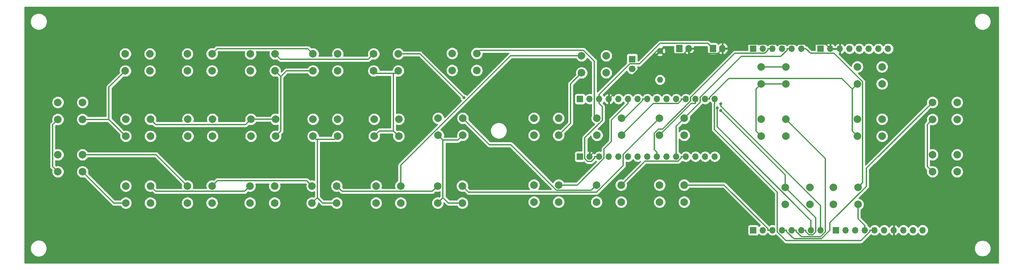
<source format=gbr>
G04 #@! TF.GenerationSoftware,KiCad,Pcbnew,(5.1.4)-1*
G04 #@! TF.CreationDate,2019-08-18T12:41:48-04:00*
G04 #@! TF.ProjectId,A-10C-UFC,412d3130-432d-4554-9643-2e6b69636164,1.2*
G04 #@! TF.SameCoordinates,Original*
G04 #@! TF.FileFunction,Copper,L2,Bot*
G04 #@! TF.FilePolarity,Positive*
%FSLAX46Y46*%
G04 Gerber Fmt 4.6, Leading zero omitted, Abs format (unit mm)*
G04 Created by KiCad (PCBNEW (5.1.4)-1) date 2019-08-18 12:41:48*
%MOMM*%
%LPD*%
G04 APERTURE LIST*
%ADD10C,2.000000*%
%ADD11R,1.800000X1.800000*%
%ADD12C,1.800000*%
%ADD13R,1.700000X1.700000*%
%ADD14O,1.700000X1.700000*%
%ADD15C,1.600000*%
%ADD16O,1.600000X1.600000*%
%ADD17C,0.100000*%
%ADD18C,1.700000*%
%ADD19O,1.700000X2.000000*%
%ADD20C,0.800000*%
%ADD21C,0.300000*%
%ADD22C,0.254000*%
G04 APERTURE END LIST*
D10*
X307998000Y-95123000D03*
X307998000Y-99623000D03*
X301498000Y-95123000D03*
X301498000Y-99623000D03*
X307998000Y-81280000D03*
X307998000Y-85780000D03*
X301498000Y-81280000D03*
X301498000Y-85780000D03*
X288186000Y-85725000D03*
X288186000Y-90225000D03*
X281686000Y-85725000D03*
X281686000Y-90225000D03*
X288186000Y-71882000D03*
X288186000Y-76382000D03*
X281686000Y-71882000D03*
X281686000Y-76382000D03*
X281836000Y-103759000D03*
X281836000Y-108259000D03*
X275336000Y-103759000D03*
X275336000Y-108259000D03*
X269136000Y-103759000D03*
X269136000Y-108259000D03*
X262636000Y-103759000D03*
X262636000Y-108259000D03*
X262786000Y-85725000D03*
X262786000Y-90225000D03*
X256286000Y-85725000D03*
X256286000Y-90225000D03*
X262786000Y-71882000D03*
X262786000Y-76382000D03*
X256286000Y-71882000D03*
X256286000Y-76382000D03*
X235989000Y-103124000D03*
X235989000Y-107624000D03*
X229489000Y-103124000D03*
X229489000Y-107624000D03*
X235989000Y-85471000D03*
X235989000Y-89971000D03*
X229489000Y-85471000D03*
X229489000Y-89971000D03*
X219352000Y-103124000D03*
X219352000Y-107624000D03*
X212852000Y-103124000D03*
X212852000Y-107624000D03*
X219479000Y-85471000D03*
X219479000Y-89971000D03*
X212979000Y-85471000D03*
X212979000Y-89971000D03*
X215415000Y-68961000D03*
X215415000Y-73461000D03*
X208915000Y-68961000D03*
X208915000Y-73461000D03*
X202842000Y-103124000D03*
X202842000Y-107624000D03*
X196342000Y-103124000D03*
X196342000Y-107624000D03*
X202842000Y-85471000D03*
X202842000Y-89971000D03*
X196342000Y-85471000D03*
X196342000Y-89971000D03*
X177442000Y-103378000D03*
X177442000Y-107878000D03*
X170942000Y-103378000D03*
X170942000Y-107878000D03*
X177569000Y-85471000D03*
X177569000Y-89971000D03*
X171069000Y-85471000D03*
X171069000Y-89971000D03*
X181252000Y-68326000D03*
X181252000Y-72826000D03*
X174752000Y-68326000D03*
X174752000Y-72826000D03*
X161186000Y-103378000D03*
X161186000Y-107878000D03*
X154686000Y-103378000D03*
X154686000Y-107878000D03*
X160678000Y-85725000D03*
X160678000Y-90225000D03*
X154178000Y-85725000D03*
X154178000Y-90225000D03*
X160551000Y-68453000D03*
X160551000Y-72953000D03*
X154051000Y-68453000D03*
X154051000Y-72953000D03*
X144295000Y-103378000D03*
X144295000Y-107878000D03*
X137795000Y-103378000D03*
X137795000Y-107878000D03*
X144549000Y-85725000D03*
X144549000Y-90225000D03*
X138049000Y-85725000D03*
X138049000Y-90225000D03*
X144549000Y-68453000D03*
X144549000Y-72953000D03*
X138049000Y-68453000D03*
X138049000Y-72953000D03*
X127912000Y-103378000D03*
X127912000Y-107878000D03*
X121412000Y-103378000D03*
X121412000Y-107878000D03*
X128166000Y-85725000D03*
X128166000Y-90225000D03*
X121666000Y-85725000D03*
X121666000Y-90225000D03*
X128039000Y-68453000D03*
X128039000Y-72953000D03*
X121539000Y-68453000D03*
X121539000Y-72953000D03*
X111402000Y-103378000D03*
X111402000Y-107878000D03*
X104902000Y-103378000D03*
X104902000Y-107878000D03*
X111529000Y-85725000D03*
X111529000Y-90225000D03*
X105029000Y-85725000D03*
X105029000Y-90225000D03*
X111402000Y-68453000D03*
X111402000Y-72953000D03*
X104902000Y-68453000D03*
X104902000Y-72953000D03*
X95146000Y-103378000D03*
X95146000Y-107878000D03*
X88646000Y-103378000D03*
X88646000Y-107878000D03*
X95146000Y-85725000D03*
X95146000Y-90225000D03*
X88646000Y-85725000D03*
X88646000Y-90225000D03*
X95019000Y-68453000D03*
X95019000Y-72953000D03*
X88519000Y-68453000D03*
X88519000Y-72953000D03*
X77239000Y-95123000D03*
X77239000Y-99623000D03*
X70739000Y-95123000D03*
X70739000Y-99623000D03*
X77239000Y-81280000D03*
X77239000Y-85780000D03*
X70739000Y-81280000D03*
X70739000Y-85780000D03*
D11*
X222250000Y-69850000D03*
D12*
X222250000Y-72390000D03*
D13*
X276047000Y-115062000D03*
D14*
X278587000Y-115062000D03*
X281127000Y-115062000D03*
X283667000Y-115062000D03*
X286207000Y-115062000D03*
X288747000Y-115062000D03*
X291287000Y-115062000D03*
X293827000Y-115062000D03*
X296367000Y-115062000D03*
X298907000Y-115062000D03*
D13*
X254203000Y-67106800D03*
D14*
X256743000Y-67106800D03*
X259283000Y-67106800D03*
X261823000Y-67106800D03*
X264363000Y-67106800D03*
X266903000Y-67106800D03*
D15*
X229616000Y-67691000D03*
D16*
X229616000Y-75311000D03*
D13*
X254203000Y-115062000D03*
D14*
X256743000Y-115062000D03*
X259283000Y-115062000D03*
X261823000Y-115062000D03*
X264363000Y-115062000D03*
X266903000Y-115062000D03*
X269443000Y-115062000D03*
X271983000Y-115062000D03*
X244043000Y-80391000D03*
X241503000Y-80391000D03*
X238963000Y-80391000D03*
X236423000Y-80391000D03*
X233883000Y-80391000D03*
X231343000Y-80391000D03*
X228803000Y-80391000D03*
X226263000Y-80391000D03*
X223723000Y-80391000D03*
X221183000Y-80391000D03*
X218643000Y-80391000D03*
X216103000Y-80391000D03*
X213563000Y-80391000D03*
X211023000Y-80391000D03*
D13*
X208483000Y-80391000D03*
X208483000Y-95631000D03*
D14*
X211023000Y-95631000D03*
X213563000Y-95631000D03*
X216103000Y-95631000D03*
X218643000Y-95631000D03*
X221183000Y-95631000D03*
X223723000Y-95631000D03*
X226263000Y-95631000D03*
X228803000Y-95631000D03*
X231343000Y-95631000D03*
X233883000Y-95631000D03*
X236423000Y-95631000D03*
X238963000Y-95631000D03*
X241503000Y-95631000D03*
X244043000Y-95631000D03*
D13*
X271983000Y-67106800D03*
D14*
X274523000Y-67106800D03*
X277063000Y-67106800D03*
X279603000Y-67106800D03*
X282143000Y-67106800D03*
X284683000Y-67106800D03*
X287223000Y-67106800D03*
X289763000Y-67106800D03*
D17*
G36*
X244210504Y-66057204D02*
G01*
X244234773Y-66060804D01*
X244258571Y-66066765D01*
X244281671Y-66075030D01*
X244303849Y-66085520D01*
X244324893Y-66098133D01*
X244344598Y-66112747D01*
X244362777Y-66129223D01*
X244379253Y-66147402D01*
X244393867Y-66167107D01*
X244406480Y-66188151D01*
X244416970Y-66210329D01*
X244425235Y-66233429D01*
X244431196Y-66257227D01*
X244434796Y-66281496D01*
X244436000Y-66306000D01*
X244436000Y-67806000D01*
X244434796Y-67830504D01*
X244431196Y-67854773D01*
X244425235Y-67878571D01*
X244416970Y-67901671D01*
X244406480Y-67923849D01*
X244393867Y-67944893D01*
X244379253Y-67964598D01*
X244362777Y-67982777D01*
X244344598Y-67999253D01*
X244324893Y-68013867D01*
X244303849Y-68026480D01*
X244281671Y-68036970D01*
X244258571Y-68045235D01*
X244234773Y-68051196D01*
X244210504Y-68054796D01*
X244186000Y-68056000D01*
X242986000Y-68056000D01*
X242961496Y-68054796D01*
X242937227Y-68051196D01*
X242913429Y-68045235D01*
X242890329Y-68036970D01*
X242868151Y-68026480D01*
X242847107Y-68013867D01*
X242827402Y-67999253D01*
X242809223Y-67982777D01*
X242792747Y-67964598D01*
X242778133Y-67944893D01*
X242765520Y-67923849D01*
X242755030Y-67901671D01*
X242746765Y-67878571D01*
X242740804Y-67854773D01*
X242737204Y-67830504D01*
X242736000Y-67806000D01*
X242736000Y-66306000D01*
X242737204Y-66281496D01*
X242740804Y-66257227D01*
X242746765Y-66233429D01*
X242755030Y-66210329D01*
X242765520Y-66188151D01*
X242778133Y-66167107D01*
X242792747Y-66147402D01*
X242809223Y-66129223D01*
X242827402Y-66112747D01*
X242847107Y-66098133D01*
X242868151Y-66085520D01*
X242890329Y-66075030D01*
X242913429Y-66066765D01*
X242937227Y-66060804D01*
X242961496Y-66057204D01*
X242986000Y-66056000D01*
X244186000Y-66056000D01*
X244210504Y-66057204D01*
X244210504Y-66057204D01*
G37*
D18*
X243586000Y-67056000D03*
D19*
X246086000Y-67056000D03*
X237196000Y-67056000D03*
D17*
G36*
X235320504Y-66057204D02*
G01*
X235344773Y-66060804D01*
X235368571Y-66066765D01*
X235391671Y-66075030D01*
X235413849Y-66085520D01*
X235434893Y-66098133D01*
X235454598Y-66112747D01*
X235472777Y-66129223D01*
X235489253Y-66147402D01*
X235503867Y-66167107D01*
X235516480Y-66188151D01*
X235526970Y-66210329D01*
X235535235Y-66233429D01*
X235541196Y-66257227D01*
X235544796Y-66281496D01*
X235546000Y-66306000D01*
X235546000Y-67806000D01*
X235544796Y-67830504D01*
X235541196Y-67854773D01*
X235535235Y-67878571D01*
X235526970Y-67901671D01*
X235516480Y-67923849D01*
X235503867Y-67944893D01*
X235489253Y-67964598D01*
X235472777Y-67982777D01*
X235454598Y-67999253D01*
X235434893Y-68013867D01*
X235413849Y-68026480D01*
X235391671Y-68036970D01*
X235368571Y-68045235D01*
X235344773Y-68051196D01*
X235320504Y-68054796D01*
X235296000Y-68056000D01*
X234096000Y-68056000D01*
X234071496Y-68054796D01*
X234047227Y-68051196D01*
X234023429Y-68045235D01*
X234000329Y-68036970D01*
X233978151Y-68026480D01*
X233957107Y-68013867D01*
X233937402Y-67999253D01*
X233919223Y-67982777D01*
X233902747Y-67964598D01*
X233888133Y-67944893D01*
X233875520Y-67923849D01*
X233865030Y-67901671D01*
X233856765Y-67878571D01*
X233850804Y-67854773D01*
X233847204Y-67830504D01*
X233846000Y-67806000D01*
X233846000Y-66306000D01*
X233847204Y-66281496D01*
X233850804Y-66257227D01*
X233856765Y-66233429D01*
X233865030Y-66210329D01*
X233875520Y-66188151D01*
X233888133Y-66167107D01*
X233902747Y-66147402D01*
X233919223Y-66129223D01*
X233937402Y-66112747D01*
X233957107Y-66098133D01*
X233978151Y-66085520D01*
X234000329Y-66075030D01*
X234023429Y-66066765D01*
X234047227Y-66060804D01*
X234071496Y-66057204D01*
X234096000Y-66056000D01*
X235296000Y-66056000D01*
X235320504Y-66057204D01*
X235320504Y-66057204D01*
G37*
D18*
X234696000Y-67056000D03*
D20*
X177892800Y-80083700D03*
X245595900Y-83422800D03*
X244694500Y-82744700D03*
X245654200Y-81679800D03*
D21*
X244043000Y-81591300D02*
X243944200Y-81690100D01*
X243944200Y-81690100D02*
X243944200Y-88429600D01*
X243944200Y-88429600D02*
X260553000Y-105038400D01*
X260553000Y-105038400D02*
X260553000Y-115536900D01*
X260553000Y-115536900D02*
X262849000Y-117832900D01*
X262849000Y-117832900D02*
X282610900Y-117832900D01*
X282610900Y-117832900D02*
X285006700Y-115437100D01*
X285006700Y-115437100D02*
X285006700Y-115062000D01*
X244043000Y-80391000D02*
X244043000Y-81591300D01*
X286207000Y-115062000D02*
X285006700Y-115062000D01*
X268103300Y-67106800D02*
X269303600Y-68307100D01*
X269303600Y-68307100D02*
X275522600Y-68307100D01*
X275522600Y-68307100D02*
X283070100Y-75854600D01*
X283070100Y-75854600D02*
X283070100Y-102524900D01*
X283070100Y-102524900D02*
X281836000Y-103759000D01*
X236423000Y-95631000D02*
X235222700Y-95631000D01*
X235222700Y-95631000D02*
X235222700Y-96006200D01*
X235222700Y-96006200D02*
X234397600Y-96831300D01*
X234397600Y-96831300D02*
X225644700Y-96831300D01*
X225644700Y-96831300D02*
X219352000Y-103124000D01*
X212852000Y-103124000D02*
X211469400Y-104506600D01*
X211469400Y-104506600D02*
X202296700Y-104506600D01*
X202296700Y-104506600D02*
X190250300Y-92460200D01*
X190250300Y-92460200D02*
X184558200Y-92460200D01*
X184558200Y-92460200D02*
X177569000Y-85471000D01*
X266903000Y-67106800D02*
X268103300Y-67106800D01*
X235989000Y-85471000D02*
X240233000Y-81227000D01*
X240233000Y-81227000D02*
X240233000Y-79940600D01*
X240233000Y-79940600D02*
X251032500Y-69141100D01*
X251032500Y-69141100D02*
X261501400Y-69141100D01*
X261501400Y-69141100D02*
X263162700Y-67479800D01*
X263162700Y-67479800D02*
X263162700Y-67106800D01*
X235989000Y-85471000D02*
X233883000Y-87577000D01*
X233883000Y-87577000D02*
X233883000Y-95631000D01*
X264363000Y-67106800D02*
X263162700Y-67106800D01*
X229489000Y-85471000D02*
X219913000Y-95047000D01*
X219913000Y-95047000D02*
X219913000Y-97976100D01*
X219913000Y-97976100D02*
X212879600Y-105009500D01*
X212879600Y-105009500D02*
X179073500Y-105009500D01*
X179073500Y-105009500D02*
X177442000Y-103378000D01*
X170942000Y-103378000D02*
X169535800Y-104784200D01*
X169535800Y-104784200D02*
X145701200Y-104784200D01*
X145701200Y-104784200D02*
X144295000Y-103378000D01*
X111402000Y-103378000D02*
X112762400Y-102017600D01*
X112762400Y-102017600D02*
X136434600Y-102017600D01*
X136434600Y-102017600D02*
X137795000Y-103378000D01*
X77239000Y-95123000D02*
X96647000Y-95123000D01*
X96647000Y-95123000D02*
X104902000Y-103378000D01*
X177892800Y-80083700D02*
X166262100Y-68453000D01*
X166262100Y-68453000D02*
X160551000Y-68453000D01*
X154051000Y-68453000D02*
X152644800Y-69859200D01*
X152644800Y-69859200D02*
X129445200Y-69859200D01*
X129445200Y-69859200D02*
X128039000Y-68453000D01*
X259283000Y-115062000D02*
X258082700Y-115062000D01*
X235989000Y-103124000D02*
X246517700Y-103124000D01*
X246517700Y-103124000D02*
X258082700Y-114689000D01*
X258082700Y-114689000D02*
X258082700Y-115062000D01*
X221183000Y-80391000D02*
X221183000Y-81591300D01*
X221183000Y-81591300D02*
X216802800Y-85971500D01*
X216802800Y-85971500D02*
X216802800Y-91645900D01*
X216802800Y-91645900D02*
X214833000Y-93615700D01*
X214833000Y-93615700D02*
X214833000Y-96061300D01*
X214833000Y-96061300D02*
X207770300Y-103124000D01*
X207770300Y-103124000D02*
X202842000Y-103124000D01*
X128166000Y-85725000D02*
X121666000Y-85725000D01*
X261823000Y-115062000D02*
X263023300Y-115062000D01*
X301498000Y-81280000D02*
X284084500Y-98693500D01*
X284084500Y-98693500D02*
X284084500Y-103466600D01*
X284084500Y-103466600D02*
X274454200Y-113096900D01*
X274454200Y-113096900D02*
X274454200Y-115076300D01*
X274454200Y-115076300D02*
X272217400Y-117313100D01*
X272217400Y-117313100D02*
X264901300Y-117313100D01*
X264901300Y-117313100D02*
X263023300Y-115435100D01*
X263023300Y-115435100D02*
X263023300Y-115062000D01*
X256286000Y-71882000D02*
X262786000Y-71882000D01*
X95146000Y-85725000D02*
X96552200Y-87131200D01*
X96552200Y-87131200D02*
X120259800Y-87131200D01*
X120259800Y-87131200D02*
X121666000Y-85725000D01*
X208915000Y-68961000D02*
X190169200Y-68961000D01*
X190169200Y-68961000D02*
X161186000Y-97944200D01*
X161186000Y-97944200D02*
X161186000Y-103378000D01*
X264363000Y-115062000D02*
X265563300Y-115062000D01*
X262786000Y-85725000D02*
X273197200Y-96136200D01*
X273197200Y-96136200D02*
X273197200Y-115552200D01*
X273197200Y-115552200D02*
X271936700Y-116812700D01*
X271936700Y-116812700D02*
X266940900Y-116812700D01*
X266940900Y-116812700D02*
X265563300Y-115435100D01*
X265563300Y-115435100D02*
X265563300Y-115062000D01*
X95146000Y-103378000D02*
X96552200Y-104784200D01*
X96552200Y-104784200D02*
X120005800Y-104784200D01*
X120005800Y-104784200D02*
X121412000Y-103378000D01*
X245595900Y-83422800D02*
X262636000Y-100462900D01*
X262636000Y-100462900D02*
X262636000Y-103759000D01*
X212979000Y-85471000D02*
X212293100Y-84785100D01*
X212293100Y-84785100D02*
X212293100Y-70404400D01*
X212293100Y-70404400D02*
X209425500Y-67536800D01*
X209425500Y-67536800D02*
X182041200Y-67536800D01*
X182041200Y-67536800D02*
X181252000Y-68326000D01*
X226263000Y-80391000D02*
X225062700Y-80391000D01*
X138049000Y-68453000D02*
X136694800Y-67098800D01*
X136694800Y-67098800D02*
X112756200Y-67098800D01*
X112756200Y-67098800D02*
X111402000Y-68453000D01*
X225062700Y-80391000D02*
X225062700Y-80766100D01*
X225062700Y-80766100D02*
X220357800Y-85471000D01*
X220357800Y-85471000D02*
X219479000Y-85471000D01*
X266903000Y-115062000D02*
X268103300Y-115062000D01*
X268103300Y-115062000D02*
X268103300Y-115437100D01*
X268103300Y-115437100D02*
X268940900Y-116274700D01*
X268940900Y-116274700D02*
X269949900Y-116274700D01*
X269949900Y-116274700D02*
X270665100Y-115559500D01*
X270665100Y-115559500D02*
X270665100Y-111788100D01*
X270665100Y-111788100D02*
X262636000Y-103759000D01*
X244694500Y-82744700D02*
X244694500Y-87774600D01*
X244694500Y-87774600D02*
X269443000Y-112523100D01*
X269443000Y-112523100D02*
X269443000Y-115062000D01*
X77239000Y-99623000D02*
X85494000Y-107878000D01*
X85494000Y-107878000D02*
X88646000Y-107878000D01*
X84201000Y-85780000D02*
X88646000Y-90225000D01*
X77239000Y-85780000D02*
X84201000Y-85780000D01*
X84201000Y-85780000D02*
X84201000Y-77271000D01*
X84201000Y-77271000D02*
X88519000Y-72953000D01*
X70739000Y-85780000D02*
X69344500Y-87174500D01*
X69344500Y-87174500D02*
X69344500Y-98228500D01*
X69344500Y-98228500D02*
X70739000Y-99623000D01*
X245654200Y-81679800D02*
X245654200Y-82222400D01*
X245654200Y-82222400D02*
X271983000Y-108551200D01*
X271983000Y-108551200D02*
X271983000Y-115062000D01*
X129544400Y-74458400D02*
X128039000Y-72953000D01*
X128166000Y-90225000D02*
X129544400Y-88846600D01*
X129544400Y-88846600D02*
X129544400Y-74458400D01*
X138049000Y-72953000D02*
X131049800Y-72953000D01*
X131049800Y-72953000D02*
X129544400Y-74458400D01*
X159271300Y-88818300D02*
X160678000Y-90225000D01*
X159271300Y-73592800D02*
X159271300Y-88818300D01*
X159271300Y-88818300D02*
X155584700Y-88818300D01*
X155584700Y-88818300D02*
X154178000Y-90225000D01*
X159271300Y-73592800D02*
X154690800Y-73592800D01*
X154690800Y-73592800D02*
X154051000Y-72953000D01*
X160551000Y-72953000D02*
X159911200Y-73592800D01*
X159911200Y-73592800D02*
X159271300Y-73592800D01*
X139196800Y-106476200D02*
X137795000Y-107878000D01*
X139196800Y-91030600D02*
X139196800Y-106476200D01*
X144295000Y-107878000D02*
X140598600Y-107878000D01*
X140598600Y-107878000D02*
X139196800Y-106476200D01*
X139196800Y-91030600D02*
X138854600Y-91030600D01*
X138854600Y-91030600D02*
X138049000Y-90225000D01*
X144549000Y-90225000D02*
X143743400Y-91030600D01*
X143743400Y-91030600D02*
X139196800Y-91030600D01*
X236423000Y-80391000D02*
X235222700Y-80391000D01*
X235222700Y-80391000D02*
X235222700Y-80766200D01*
X235222700Y-80766200D02*
X234397600Y-81591300D01*
X234397600Y-81591300D02*
X227858700Y-81591300D01*
X227858700Y-81591300D02*
X219479000Y-89971000D01*
X172348700Y-91250700D02*
X171069000Y-89971000D01*
X172348700Y-106471300D02*
X172348700Y-91250700D01*
X172348700Y-91250700D02*
X176289300Y-91250700D01*
X176289300Y-91250700D02*
X177569000Y-89971000D01*
X170942000Y-107878000D02*
X172348700Y-106471300D01*
X177442000Y-107878000D02*
X173755400Y-107878000D01*
X173755400Y-107878000D02*
X172348700Y-106471300D01*
X208915000Y-73461000D02*
X205991600Y-76384400D01*
X205991600Y-76384400D02*
X205991600Y-86821400D01*
X205991600Y-86821400D02*
X202842000Y-89971000D01*
X256286000Y-90225000D02*
X254907700Y-88846700D01*
X254907700Y-88846700D02*
X254907700Y-77760300D01*
X254907700Y-77760300D02*
X256286000Y-76382000D01*
X238963000Y-80391000D02*
X238963000Y-81591300D01*
X238963000Y-81591300D02*
X237868700Y-81591300D01*
X237868700Y-81591300D02*
X229489000Y-89971000D01*
X256286000Y-76382000D02*
X262786000Y-76382000D01*
X280314300Y-77753700D02*
X277541400Y-74980800D01*
X277541400Y-74980800D02*
X247746100Y-74980800D01*
X247746100Y-74980800D02*
X242703300Y-80023600D01*
X242703300Y-80023600D02*
X242703300Y-80391000D01*
X241503000Y-80391000D02*
X242703300Y-80391000D01*
X280314300Y-77753700D02*
X280314300Y-88853300D01*
X280314300Y-88853300D02*
X281686000Y-90225000D01*
X281686000Y-76382000D02*
X280314300Y-77753700D01*
X301498000Y-85780000D02*
X300128600Y-87149400D01*
X300128600Y-87149400D02*
X300128600Y-98253600D01*
X300128600Y-98253600D02*
X301498000Y-99623000D01*
X283667000Y-115062000D02*
X283667000Y-113861700D01*
X283667000Y-113861700D02*
X281836000Y-112030700D01*
X281836000Y-112030700D02*
X281836000Y-108259000D01*
X237196000Y-67206000D02*
X237196000Y-68356000D01*
X237196000Y-68356000D02*
X237246000Y-68406000D01*
X237246000Y-68406000D02*
X244886000Y-68406000D01*
X244886000Y-68406000D02*
X246086000Y-67206000D01*
X246086000Y-67206000D02*
X246086000Y-67056000D01*
X237196000Y-67056000D02*
X237196000Y-67206000D01*
X246086000Y-67056000D02*
X247236000Y-67056000D01*
X247236000Y-67056000D02*
X248385000Y-65906800D01*
X248385000Y-65906800D02*
X273323000Y-65906800D01*
X273323000Y-65906800D02*
X274523000Y-67106800D01*
X229616000Y-67691000D02*
X230416000Y-68491000D01*
X230416000Y-68491000D02*
X235911000Y-68491000D01*
X235911000Y-68491000D02*
X237196000Y-67206000D01*
X216103000Y-80391000D02*
X228803000Y-67691000D01*
X228803000Y-67691000D02*
X229616000Y-67691000D01*
X211023000Y-95631000D02*
X216103000Y-90551000D01*
X216103000Y-90551000D02*
X216103000Y-80391000D01*
X243586000Y-67056000D02*
X242220900Y-65690900D01*
X242220900Y-65690900D02*
X229636700Y-65690900D01*
X229636700Y-65690900D02*
X224227200Y-71100400D01*
X224227200Y-71100400D02*
X221653300Y-71100400D01*
X221653300Y-71100400D02*
X213563000Y-79190700D01*
X213563000Y-80391000D02*
X213563000Y-79190700D01*
X213563000Y-95631000D02*
X212362700Y-95631000D01*
X213563000Y-80391000D02*
X213563000Y-81591300D01*
X213563000Y-81591300D02*
X214355800Y-82384100D01*
X214355800Y-82384100D02*
X214355800Y-86054200D01*
X214355800Y-86054200D02*
X209776200Y-90633800D01*
X209776200Y-90633800D02*
X209776200Y-96130100D01*
X209776200Y-96130100D02*
X210504900Y-96858800D01*
X210504900Y-96858800D02*
X211507900Y-96858800D01*
X211507900Y-96858800D02*
X212362700Y-96004000D01*
X212362700Y-96004000D02*
X212362700Y-95631000D01*
X228803000Y-95631000D02*
X228803000Y-94430700D01*
X259283000Y-67106800D02*
X258082700Y-67106800D01*
X258082700Y-67106800D02*
X258082700Y-67482000D01*
X258082700Y-67482000D02*
X257257600Y-68307100D01*
X257257600Y-68307100D02*
X249326500Y-68307100D01*
X249326500Y-68307100D02*
X237693000Y-79940600D01*
X237693000Y-79940600D02*
X237693000Y-80919500D01*
X237693000Y-80919500D02*
X230287200Y-88325300D01*
X230287200Y-88325300D02*
X229218000Y-88325300D01*
X229218000Y-88325300D02*
X228133200Y-89410100D01*
X228133200Y-89410100D02*
X228133200Y-93760900D01*
X228133200Y-93760900D02*
X228803000Y-94430700D01*
D22*
G36*
X318847001Y-123775000D02*
G01*
X62026000Y-123775000D01*
X62026000Y-119670936D01*
X63455117Y-119670936D01*
X63455117Y-120105064D01*
X63539811Y-120530849D01*
X63705944Y-120931930D01*
X63947132Y-121292894D01*
X64254106Y-121599868D01*
X64615070Y-121841056D01*
X65016151Y-122007189D01*
X65441936Y-122091883D01*
X65876064Y-122091883D01*
X66301849Y-122007189D01*
X66702930Y-121841056D01*
X67063894Y-121599868D01*
X67370868Y-121292894D01*
X67612056Y-120931930D01*
X67778189Y-120530849D01*
X67862883Y-120105064D01*
X67862883Y-119671452D01*
X312507355Y-119671452D01*
X312507355Y-120104548D01*
X312591848Y-120529321D01*
X312757586Y-120929449D01*
X312998201Y-121289554D01*
X313304446Y-121595799D01*
X313664551Y-121836414D01*
X314064679Y-122002152D01*
X314489452Y-122086645D01*
X314922548Y-122086645D01*
X315347321Y-122002152D01*
X315747449Y-121836414D01*
X316107554Y-121595799D01*
X316413799Y-121289554D01*
X316654414Y-120929449D01*
X316820152Y-120529321D01*
X316904645Y-120104548D01*
X316904645Y-119671452D01*
X316820152Y-119246679D01*
X316654414Y-118846551D01*
X316413799Y-118486446D01*
X316107554Y-118180201D01*
X315747449Y-117939586D01*
X315347321Y-117773848D01*
X314922548Y-117689355D01*
X314489452Y-117689355D01*
X314064679Y-117773848D01*
X313664551Y-117939586D01*
X313304446Y-118180201D01*
X312998201Y-118486446D01*
X312757586Y-118846551D01*
X312591848Y-119246679D01*
X312507355Y-119671452D01*
X67862883Y-119671452D01*
X67862883Y-119670936D01*
X67778189Y-119245151D01*
X67612056Y-118844070D01*
X67370868Y-118483106D01*
X67063894Y-118176132D01*
X66702930Y-117934944D01*
X66301849Y-117768811D01*
X65876064Y-117684117D01*
X65441936Y-117684117D01*
X65016151Y-117768811D01*
X64615070Y-117934944D01*
X64254106Y-118176132D01*
X63947132Y-118483106D01*
X63705944Y-118844070D01*
X63539811Y-119245151D01*
X63455117Y-119670936D01*
X62026000Y-119670936D01*
X62026000Y-87174500D01*
X68555703Y-87174500D01*
X68559500Y-87213053D01*
X68559501Y-98189937D01*
X68555703Y-98228500D01*
X68570859Y-98382386D01*
X68615746Y-98530359D01*
X68629163Y-98555460D01*
X68688639Y-98666733D01*
X68719925Y-98704854D01*
X68762155Y-98756312D01*
X68762159Y-98756316D01*
X68786737Y-98786264D01*
X68816685Y-98810842D01*
X69164360Y-99158517D01*
X69104000Y-99461967D01*
X69104000Y-99784033D01*
X69166832Y-100099912D01*
X69290082Y-100397463D01*
X69469013Y-100665252D01*
X69696748Y-100892987D01*
X69964537Y-101071918D01*
X70262088Y-101195168D01*
X70577967Y-101258000D01*
X70900033Y-101258000D01*
X71215912Y-101195168D01*
X71513463Y-101071918D01*
X71781252Y-100892987D01*
X72008987Y-100665252D01*
X72187918Y-100397463D01*
X72311168Y-100099912D01*
X72374000Y-99784033D01*
X72374000Y-99461967D01*
X75604000Y-99461967D01*
X75604000Y-99784033D01*
X75666832Y-100099912D01*
X75790082Y-100397463D01*
X75969013Y-100665252D01*
X76196748Y-100892987D01*
X76464537Y-101071918D01*
X76762088Y-101195168D01*
X77077967Y-101258000D01*
X77400033Y-101258000D01*
X77703483Y-101197640D01*
X84911658Y-108405816D01*
X84936236Y-108435764D01*
X84966184Y-108460342D01*
X84966187Y-108460345D01*
X84995559Y-108484450D01*
X85055767Y-108533862D01*
X85192138Y-108606753D01*
X85192140Y-108606754D01*
X85340113Y-108651642D01*
X85415026Y-108659020D01*
X85455439Y-108663000D01*
X85455444Y-108663000D01*
X85494000Y-108666797D01*
X85532555Y-108663000D01*
X87204123Y-108663000D01*
X87376013Y-108920252D01*
X87603748Y-109147987D01*
X87871537Y-109326918D01*
X88169088Y-109450168D01*
X88484967Y-109513000D01*
X88807033Y-109513000D01*
X89122912Y-109450168D01*
X89420463Y-109326918D01*
X89688252Y-109147987D01*
X89915987Y-108920252D01*
X90094918Y-108652463D01*
X90218168Y-108354912D01*
X90281000Y-108039033D01*
X90281000Y-107716967D01*
X93511000Y-107716967D01*
X93511000Y-108039033D01*
X93573832Y-108354912D01*
X93697082Y-108652463D01*
X93876013Y-108920252D01*
X94103748Y-109147987D01*
X94371537Y-109326918D01*
X94669088Y-109450168D01*
X94984967Y-109513000D01*
X95307033Y-109513000D01*
X95622912Y-109450168D01*
X95920463Y-109326918D01*
X96188252Y-109147987D01*
X96415987Y-108920252D01*
X96594918Y-108652463D01*
X96718168Y-108354912D01*
X96781000Y-108039033D01*
X96781000Y-107716967D01*
X103267000Y-107716967D01*
X103267000Y-108039033D01*
X103329832Y-108354912D01*
X103453082Y-108652463D01*
X103632013Y-108920252D01*
X103859748Y-109147987D01*
X104127537Y-109326918D01*
X104425088Y-109450168D01*
X104740967Y-109513000D01*
X105063033Y-109513000D01*
X105378912Y-109450168D01*
X105676463Y-109326918D01*
X105944252Y-109147987D01*
X106171987Y-108920252D01*
X106350918Y-108652463D01*
X106474168Y-108354912D01*
X106537000Y-108039033D01*
X106537000Y-107716967D01*
X109767000Y-107716967D01*
X109767000Y-108039033D01*
X109829832Y-108354912D01*
X109953082Y-108652463D01*
X110132013Y-108920252D01*
X110359748Y-109147987D01*
X110627537Y-109326918D01*
X110925088Y-109450168D01*
X111240967Y-109513000D01*
X111563033Y-109513000D01*
X111878912Y-109450168D01*
X112176463Y-109326918D01*
X112444252Y-109147987D01*
X112671987Y-108920252D01*
X112850918Y-108652463D01*
X112974168Y-108354912D01*
X113037000Y-108039033D01*
X113037000Y-107716967D01*
X119777000Y-107716967D01*
X119777000Y-108039033D01*
X119839832Y-108354912D01*
X119963082Y-108652463D01*
X120142013Y-108920252D01*
X120369748Y-109147987D01*
X120637537Y-109326918D01*
X120935088Y-109450168D01*
X121250967Y-109513000D01*
X121573033Y-109513000D01*
X121888912Y-109450168D01*
X122186463Y-109326918D01*
X122454252Y-109147987D01*
X122681987Y-108920252D01*
X122860918Y-108652463D01*
X122984168Y-108354912D01*
X123047000Y-108039033D01*
X123047000Y-107716967D01*
X126277000Y-107716967D01*
X126277000Y-108039033D01*
X126339832Y-108354912D01*
X126463082Y-108652463D01*
X126642013Y-108920252D01*
X126869748Y-109147987D01*
X127137537Y-109326918D01*
X127435088Y-109450168D01*
X127750967Y-109513000D01*
X128073033Y-109513000D01*
X128388912Y-109450168D01*
X128686463Y-109326918D01*
X128954252Y-109147987D01*
X129181987Y-108920252D01*
X129360918Y-108652463D01*
X129484168Y-108354912D01*
X129547000Y-108039033D01*
X129547000Y-107716967D01*
X129484168Y-107401088D01*
X129360918Y-107103537D01*
X129181987Y-106835748D01*
X128954252Y-106608013D01*
X128686463Y-106429082D01*
X128388912Y-106305832D01*
X128073033Y-106243000D01*
X127750967Y-106243000D01*
X127435088Y-106305832D01*
X127137537Y-106429082D01*
X126869748Y-106608013D01*
X126642013Y-106835748D01*
X126463082Y-107103537D01*
X126339832Y-107401088D01*
X126277000Y-107716967D01*
X123047000Y-107716967D01*
X122984168Y-107401088D01*
X122860918Y-107103537D01*
X122681987Y-106835748D01*
X122454252Y-106608013D01*
X122186463Y-106429082D01*
X121888912Y-106305832D01*
X121573033Y-106243000D01*
X121250967Y-106243000D01*
X120935088Y-106305832D01*
X120637537Y-106429082D01*
X120369748Y-106608013D01*
X120142013Y-106835748D01*
X119963082Y-107103537D01*
X119839832Y-107401088D01*
X119777000Y-107716967D01*
X113037000Y-107716967D01*
X112974168Y-107401088D01*
X112850918Y-107103537D01*
X112671987Y-106835748D01*
X112444252Y-106608013D01*
X112176463Y-106429082D01*
X111878912Y-106305832D01*
X111563033Y-106243000D01*
X111240967Y-106243000D01*
X110925088Y-106305832D01*
X110627537Y-106429082D01*
X110359748Y-106608013D01*
X110132013Y-106835748D01*
X109953082Y-107103537D01*
X109829832Y-107401088D01*
X109767000Y-107716967D01*
X106537000Y-107716967D01*
X106474168Y-107401088D01*
X106350918Y-107103537D01*
X106171987Y-106835748D01*
X105944252Y-106608013D01*
X105676463Y-106429082D01*
X105378912Y-106305832D01*
X105063033Y-106243000D01*
X104740967Y-106243000D01*
X104425088Y-106305832D01*
X104127537Y-106429082D01*
X103859748Y-106608013D01*
X103632013Y-106835748D01*
X103453082Y-107103537D01*
X103329832Y-107401088D01*
X103267000Y-107716967D01*
X96781000Y-107716967D01*
X96718168Y-107401088D01*
X96594918Y-107103537D01*
X96415987Y-106835748D01*
X96188252Y-106608013D01*
X95920463Y-106429082D01*
X95622912Y-106305832D01*
X95307033Y-106243000D01*
X94984967Y-106243000D01*
X94669088Y-106305832D01*
X94371537Y-106429082D01*
X94103748Y-106608013D01*
X93876013Y-106835748D01*
X93697082Y-107103537D01*
X93573832Y-107401088D01*
X93511000Y-107716967D01*
X90281000Y-107716967D01*
X90218168Y-107401088D01*
X90094918Y-107103537D01*
X89915987Y-106835748D01*
X89688252Y-106608013D01*
X89420463Y-106429082D01*
X89122912Y-106305832D01*
X88807033Y-106243000D01*
X88484967Y-106243000D01*
X88169088Y-106305832D01*
X87871537Y-106429082D01*
X87603748Y-106608013D01*
X87376013Y-106835748D01*
X87204123Y-107093000D01*
X85819158Y-107093000D01*
X81943125Y-103216967D01*
X87011000Y-103216967D01*
X87011000Y-103539033D01*
X87073832Y-103854912D01*
X87197082Y-104152463D01*
X87376013Y-104420252D01*
X87603748Y-104647987D01*
X87871537Y-104826918D01*
X88169088Y-104950168D01*
X88484967Y-105013000D01*
X88807033Y-105013000D01*
X89122912Y-104950168D01*
X89420463Y-104826918D01*
X89688252Y-104647987D01*
X89915987Y-104420252D01*
X90094918Y-104152463D01*
X90218168Y-103854912D01*
X90281000Y-103539033D01*
X90281000Y-103216967D01*
X90218168Y-102901088D01*
X90094918Y-102603537D01*
X89915987Y-102335748D01*
X89688252Y-102108013D01*
X89420463Y-101929082D01*
X89122912Y-101805832D01*
X88807033Y-101743000D01*
X88484967Y-101743000D01*
X88169088Y-101805832D01*
X87871537Y-101929082D01*
X87603748Y-102108013D01*
X87376013Y-102335748D01*
X87197082Y-102603537D01*
X87073832Y-102901088D01*
X87011000Y-103216967D01*
X81943125Y-103216967D01*
X78813640Y-100087483D01*
X78874000Y-99784033D01*
X78874000Y-99461967D01*
X78811168Y-99146088D01*
X78687918Y-98848537D01*
X78508987Y-98580748D01*
X78281252Y-98353013D01*
X78013463Y-98174082D01*
X77715912Y-98050832D01*
X77400033Y-97988000D01*
X77077967Y-97988000D01*
X76762088Y-98050832D01*
X76464537Y-98174082D01*
X76196748Y-98353013D01*
X75969013Y-98580748D01*
X75790082Y-98848537D01*
X75666832Y-99146088D01*
X75604000Y-99461967D01*
X72374000Y-99461967D01*
X72311168Y-99146088D01*
X72187918Y-98848537D01*
X72008987Y-98580748D01*
X71781252Y-98353013D01*
X71513463Y-98174082D01*
X71215912Y-98050832D01*
X70900033Y-97988000D01*
X70577967Y-97988000D01*
X70274517Y-98048360D01*
X70129500Y-97903343D01*
X70129500Y-96640248D01*
X70262088Y-96695168D01*
X70577967Y-96758000D01*
X70900033Y-96758000D01*
X71215912Y-96695168D01*
X71513463Y-96571918D01*
X71781252Y-96392987D01*
X72008987Y-96165252D01*
X72187918Y-95897463D01*
X72311168Y-95599912D01*
X72374000Y-95284033D01*
X72374000Y-94961967D01*
X75604000Y-94961967D01*
X75604000Y-95284033D01*
X75666832Y-95599912D01*
X75790082Y-95897463D01*
X75969013Y-96165252D01*
X76196748Y-96392987D01*
X76464537Y-96571918D01*
X76762088Y-96695168D01*
X77077967Y-96758000D01*
X77400033Y-96758000D01*
X77715912Y-96695168D01*
X78013463Y-96571918D01*
X78281252Y-96392987D01*
X78508987Y-96165252D01*
X78680877Y-95908000D01*
X96321843Y-95908000D01*
X103327360Y-102913518D01*
X103267000Y-103216967D01*
X103267000Y-103539033D01*
X103329832Y-103854912D01*
X103389598Y-103999200D01*
X96877358Y-103999200D01*
X96720640Y-103842483D01*
X96781000Y-103539033D01*
X96781000Y-103216967D01*
X96718168Y-102901088D01*
X96594918Y-102603537D01*
X96415987Y-102335748D01*
X96188252Y-102108013D01*
X95920463Y-101929082D01*
X95622912Y-101805832D01*
X95307033Y-101743000D01*
X94984967Y-101743000D01*
X94669088Y-101805832D01*
X94371537Y-101929082D01*
X94103748Y-102108013D01*
X93876013Y-102335748D01*
X93697082Y-102603537D01*
X93573832Y-102901088D01*
X93511000Y-103216967D01*
X93511000Y-103539033D01*
X93573832Y-103854912D01*
X93697082Y-104152463D01*
X93876013Y-104420252D01*
X94103748Y-104647987D01*
X94371537Y-104826918D01*
X94669088Y-104950168D01*
X94984967Y-105013000D01*
X95307033Y-105013000D01*
X95610483Y-104952640D01*
X95969858Y-105312016D01*
X95994436Y-105341964D01*
X96024384Y-105366542D01*
X96024387Y-105366545D01*
X96053759Y-105390650D01*
X96113967Y-105440062D01*
X96250340Y-105512954D01*
X96398312Y-105557841D01*
X96412690Y-105559257D01*
X96513639Y-105569200D01*
X96513646Y-105569200D01*
X96552199Y-105572997D01*
X96590752Y-105569200D01*
X119967247Y-105569200D01*
X120005800Y-105572997D01*
X120044353Y-105569200D01*
X120044361Y-105569200D01*
X120159687Y-105557841D01*
X120307660Y-105512954D01*
X120444033Y-105440062D01*
X120563564Y-105341964D01*
X120588147Y-105312010D01*
X120947517Y-104952640D01*
X121250967Y-105013000D01*
X121573033Y-105013000D01*
X121888912Y-104950168D01*
X122186463Y-104826918D01*
X122454252Y-104647987D01*
X122681987Y-104420252D01*
X122860918Y-104152463D01*
X122984168Y-103854912D01*
X123047000Y-103539033D01*
X123047000Y-103216967D01*
X122984168Y-102901088D01*
X122943373Y-102802600D01*
X126380627Y-102802600D01*
X126339832Y-102901088D01*
X126277000Y-103216967D01*
X126277000Y-103539033D01*
X126339832Y-103854912D01*
X126463082Y-104152463D01*
X126642013Y-104420252D01*
X126869748Y-104647987D01*
X127137537Y-104826918D01*
X127435088Y-104950168D01*
X127750967Y-105013000D01*
X128073033Y-105013000D01*
X128388912Y-104950168D01*
X128686463Y-104826918D01*
X128954252Y-104647987D01*
X129181987Y-104420252D01*
X129360918Y-104152463D01*
X129484168Y-103854912D01*
X129547000Y-103539033D01*
X129547000Y-103216967D01*
X129484168Y-102901088D01*
X129443373Y-102802600D01*
X136109443Y-102802600D01*
X136220360Y-102913517D01*
X136160000Y-103216967D01*
X136160000Y-103539033D01*
X136222832Y-103854912D01*
X136346082Y-104152463D01*
X136525013Y-104420252D01*
X136752748Y-104647987D01*
X137020537Y-104826918D01*
X137318088Y-104950168D01*
X137633967Y-105013000D01*
X137956033Y-105013000D01*
X138271912Y-104950168D01*
X138411801Y-104892224D01*
X138411801Y-106151042D01*
X138259483Y-106303360D01*
X137956033Y-106243000D01*
X137633967Y-106243000D01*
X137318088Y-106305832D01*
X137020537Y-106429082D01*
X136752748Y-106608013D01*
X136525013Y-106835748D01*
X136346082Y-107103537D01*
X136222832Y-107401088D01*
X136160000Y-107716967D01*
X136160000Y-108039033D01*
X136222832Y-108354912D01*
X136346082Y-108652463D01*
X136525013Y-108920252D01*
X136752748Y-109147987D01*
X137020537Y-109326918D01*
X137318088Y-109450168D01*
X137633967Y-109513000D01*
X137956033Y-109513000D01*
X138271912Y-109450168D01*
X138569463Y-109326918D01*
X138837252Y-109147987D01*
X139064987Y-108920252D01*
X139243918Y-108652463D01*
X139367168Y-108354912D01*
X139430000Y-108039033D01*
X139430000Y-107819557D01*
X140016253Y-108405810D01*
X140040836Y-108435764D01*
X140160367Y-108533862D01*
X140296738Y-108606753D01*
X140296740Y-108606754D01*
X140444713Y-108651642D01*
X140519626Y-108659020D01*
X140560039Y-108663000D01*
X140560044Y-108663000D01*
X140598600Y-108666797D01*
X140637156Y-108663000D01*
X142853123Y-108663000D01*
X143025013Y-108920252D01*
X143252748Y-109147987D01*
X143520537Y-109326918D01*
X143818088Y-109450168D01*
X144133967Y-109513000D01*
X144456033Y-109513000D01*
X144771912Y-109450168D01*
X145069463Y-109326918D01*
X145337252Y-109147987D01*
X145564987Y-108920252D01*
X145743918Y-108652463D01*
X145867168Y-108354912D01*
X145930000Y-108039033D01*
X145930000Y-107716967D01*
X153051000Y-107716967D01*
X153051000Y-108039033D01*
X153113832Y-108354912D01*
X153237082Y-108652463D01*
X153416013Y-108920252D01*
X153643748Y-109147987D01*
X153911537Y-109326918D01*
X154209088Y-109450168D01*
X154524967Y-109513000D01*
X154847033Y-109513000D01*
X155162912Y-109450168D01*
X155460463Y-109326918D01*
X155728252Y-109147987D01*
X155955987Y-108920252D01*
X156134918Y-108652463D01*
X156258168Y-108354912D01*
X156321000Y-108039033D01*
X156321000Y-107716967D01*
X159551000Y-107716967D01*
X159551000Y-108039033D01*
X159613832Y-108354912D01*
X159737082Y-108652463D01*
X159916013Y-108920252D01*
X160143748Y-109147987D01*
X160411537Y-109326918D01*
X160709088Y-109450168D01*
X161024967Y-109513000D01*
X161347033Y-109513000D01*
X161662912Y-109450168D01*
X161960463Y-109326918D01*
X162228252Y-109147987D01*
X162455987Y-108920252D01*
X162634918Y-108652463D01*
X162758168Y-108354912D01*
X162821000Y-108039033D01*
X162821000Y-107716967D01*
X162758168Y-107401088D01*
X162634918Y-107103537D01*
X162455987Y-106835748D01*
X162228252Y-106608013D01*
X161960463Y-106429082D01*
X161662912Y-106305832D01*
X161347033Y-106243000D01*
X161024967Y-106243000D01*
X160709088Y-106305832D01*
X160411537Y-106429082D01*
X160143748Y-106608013D01*
X159916013Y-106835748D01*
X159737082Y-107103537D01*
X159613832Y-107401088D01*
X159551000Y-107716967D01*
X156321000Y-107716967D01*
X156258168Y-107401088D01*
X156134918Y-107103537D01*
X155955987Y-106835748D01*
X155728252Y-106608013D01*
X155460463Y-106429082D01*
X155162912Y-106305832D01*
X154847033Y-106243000D01*
X154524967Y-106243000D01*
X154209088Y-106305832D01*
X153911537Y-106429082D01*
X153643748Y-106608013D01*
X153416013Y-106835748D01*
X153237082Y-107103537D01*
X153113832Y-107401088D01*
X153051000Y-107716967D01*
X145930000Y-107716967D01*
X145867168Y-107401088D01*
X145743918Y-107103537D01*
X145564987Y-106835748D01*
X145337252Y-106608013D01*
X145069463Y-106429082D01*
X144771912Y-106305832D01*
X144456033Y-106243000D01*
X144133967Y-106243000D01*
X143818088Y-106305832D01*
X143520537Y-106429082D01*
X143252748Y-106608013D01*
X143025013Y-106835748D01*
X142853123Y-107093000D01*
X140923757Y-107093000D01*
X139981800Y-106151043D01*
X139981800Y-103216967D01*
X142660000Y-103216967D01*
X142660000Y-103539033D01*
X142722832Y-103854912D01*
X142846082Y-104152463D01*
X143025013Y-104420252D01*
X143252748Y-104647987D01*
X143520537Y-104826918D01*
X143818088Y-104950168D01*
X144133967Y-105013000D01*
X144456033Y-105013000D01*
X144759483Y-104952640D01*
X145118858Y-105312016D01*
X145143436Y-105341964D01*
X145173384Y-105366542D01*
X145173387Y-105366545D01*
X145202759Y-105390650D01*
X145262967Y-105440062D01*
X145399340Y-105512954D01*
X145547312Y-105557841D01*
X145561690Y-105559257D01*
X145662639Y-105569200D01*
X145662646Y-105569200D01*
X145701199Y-105572997D01*
X145739752Y-105569200D01*
X169497247Y-105569200D01*
X169535800Y-105572997D01*
X169574353Y-105569200D01*
X169574361Y-105569200D01*
X169689687Y-105557841D01*
X169837660Y-105512954D01*
X169974033Y-105440062D01*
X170093564Y-105341964D01*
X170118147Y-105312010D01*
X170477517Y-104952640D01*
X170780967Y-105013000D01*
X171103033Y-105013000D01*
X171418912Y-104950168D01*
X171563700Y-104890195D01*
X171563700Y-106146142D01*
X171406483Y-106303360D01*
X171103033Y-106243000D01*
X170780967Y-106243000D01*
X170465088Y-106305832D01*
X170167537Y-106429082D01*
X169899748Y-106608013D01*
X169672013Y-106835748D01*
X169493082Y-107103537D01*
X169369832Y-107401088D01*
X169307000Y-107716967D01*
X169307000Y-108039033D01*
X169369832Y-108354912D01*
X169493082Y-108652463D01*
X169672013Y-108920252D01*
X169899748Y-109147987D01*
X170167537Y-109326918D01*
X170465088Y-109450168D01*
X170780967Y-109513000D01*
X171103033Y-109513000D01*
X171418912Y-109450168D01*
X171716463Y-109326918D01*
X171984252Y-109147987D01*
X172211987Y-108920252D01*
X172390918Y-108652463D01*
X172514168Y-108354912D01*
X172577000Y-108039033D01*
X172577000Y-107809758D01*
X173173058Y-108405816D01*
X173197636Y-108435764D01*
X173227584Y-108460342D01*
X173227587Y-108460345D01*
X173256959Y-108484450D01*
X173317167Y-108533862D01*
X173453540Y-108606754D01*
X173567072Y-108641194D01*
X173601512Y-108651641D01*
X173615890Y-108653057D01*
X173716839Y-108663000D01*
X173716846Y-108663000D01*
X173755399Y-108666797D01*
X173793952Y-108663000D01*
X176000123Y-108663000D01*
X176172013Y-108920252D01*
X176399748Y-109147987D01*
X176667537Y-109326918D01*
X176965088Y-109450168D01*
X177280967Y-109513000D01*
X177603033Y-109513000D01*
X177918912Y-109450168D01*
X178216463Y-109326918D01*
X178484252Y-109147987D01*
X178711987Y-108920252D01*
X178890918Y-108652463D01*
X179014168Y-108354912D01*
X179077000Y-108039033D01*
X179077000Y-107716967D01*
X179026477Y-107462967D01*
X194707000Y-107462967D01*
X194707000Y-107785033D01*
X194769832Y-108100912D01*
X194893082Y-108398463D01*
X195072013Y-108666252D01*
X195299748Y-108893987D01*
X195567537Y-109072918D01*
X195865088Y-109196168D01*
X196180967Y-109259000D01*
X196503033Y-109259000D01*
X196818912Y-109196168D01*
X197116463Y-109072918D01*
X197384252Y-108893987D01*
X197611987Y-108666252D01*
X197790918Y-108398463D01*
X197914168Y-108100912D01*
X197977000Y-107785033D01*
X197977000Y-107462967D01*
X201207000Y-107462967D01*
X201207000Y-107785033D01*
X201269832Y-108100912D01*
X201393082Y-108398463D01*
X201572013Y-108666252D01*
X201799748Y-108893987D01*
X202067537Y-109072918D01*
X202365088Y-109196168D01*
X202680967Y-109259000D01*
X203003033Y-109259000D01*
X203318912Y-109196168D01*
X203616463Y-109072918D01*
X203884252Y-108893987D01*
X204111987Y-108666252D01*
X204290918Y-108398463D01*
X204414168Y-108100912D01*
X204477000Y-107785033D01*
X204477000Y-107462967D01*
X211217000Y-107462967D01*
X211217000Y-107785033D01*
X211279832Y-108100912D01*
X211403082Y-108398463D01*
X211582013Y-108666252D01*
X211809748Y-108893987D01*
X212077537Y-109072918D01*
X212375088Y-109196168D01*
X212690967Y-109259000D01*
X213013033Y-109259000D01*
X213328912Y-109196168D01*
X213626463Y-109072918D01*
X213894252Y-108893987D01*
X214121987Y-108666252D01*
X214300918Y-108398463D01*
X214424168Y-108100912D01*
X214487000Y-107785033D01*
X214487000Y-107462967D01*
X217717000Y-107462967D01*
X217717000Y-107785033D01*
X217779832Y-108100912D01*
X217903082Y-108398463D01*
X218082013Y-108666252D01*
X218309748Y-108893987D01*
X218577537Y-109072918D01*
X218875088Y-109196168D01*
X219190967Y-109259000D01*
X219513033Y-109259000D01*
X219828912Y-109196168D01*
X220126463Y-109072918D01*
X220394252Y-108893987D01*
X220621987Y-108666252D01*
X220800918Y-108398463D01*
X220924168Y-108100912D01*
X220987000Y-107785033D01*
X220987000Y-107462967D01*
X227854000Y-107462967D01*
X227854000Y-107785033D01*
X227916832Y-108100912D01*
X228040082Y-108398463D01*
X228219013Y-108666252D01*
X228446748Y-108893987D01*
X228714537Y-109072918D01*
X229012088Y-109196168D01*
X229327967Y-109259000D01*
X229650033Y-109259000D01*
X229965912Y-109196168D01*
X230263463Y-109072918D01*
X230531252Y-108893987D01*
X230758987Y-108666252D01*
X230937918Y-108398463D01*
X231061168Y-108100912D01*
X231124000Y-107785033D01*
X231124000Y-107462967D01*
X234354000Y-107462967D01*
X234354000Y-107785033D01*
X234416832Y-108100912D01*
X234540082Y-108398463D01*
X234719013Y-108666252D01*
X234946748Y-108893987D01*
X235214537Y-109072918D01*
X235512088Y-109196168D01*
X235827967Y-109259000D01*
X236150033Y-109259000D01*
X236465912Y-109196168D01*
X236763463Y-109072918D01*
X237031252Y-108893987D01*
X237258987Y-108666252D01*
X237437918Y-108398463D01*
X237561168Y-108100912D01*
X237624000Y-107785033D01*
X237624000Y-107462967D01*
X237561168Y-107147088D01*
X237437918Y-106849537D01*
X237258987Y-106581748D01*
X237031252Y-106354013D01*
X236763463Y-106175082D01*
X236465912Y-106051832D01*
X236150033Y-105989000D01*
X235827967Y-105989000D01*
X235512088Y-106051832D01*
X235214537Y-106175082D01*
X234946748Y-106354013D01*
X234719013Y-106581748D01*
X234540082Y-106849537D01*
X234416832Y-107147088D01*
X234354000Y-107462967D01*
X231124000Y-107462967D01*
X231061168Y-107147088D01*
X230937918Y-106849537D01*
X230758987Y-106581748D01*
X230531252Y-106354013D01*
X230263463Y-106175082D01*
X229965912Y-106051832D01*
X229650033Y-105989000D01*
X229327967Y-105989000D01*
X229012088Y-106051832D01*
X228714537Y-106175082D01*
X228446748Y-106354013D01*
X228219013Y-106581748D01*
X228040082Y-106849537D01*
X227916832Y-107147088D01*
X227854000Y-107462967D01*
X220987000Y-107462967D01*
X220924168Y-107147088D01*
X220800918Y-106849537D01*
X220621987Y-106581748D01*
X220394252Y-106354013D01*
X220126463Y-106175082D01*
X219828912Y-106051832D01*
X219513033Y-105989000D01*
X219190967Y-105989000D01*
X218875088Y-106051832D01*
X218577537Y-106175082D01*
X218309748Y-106354013D01*
X218082013Y-106581748D01*
X217903082Y-106849537D01*
X217779832Y-107147088D01*
X217717000Y-107462967D01*
X214487000Y-107462967D01*
X214424168Y-107147088D01*
X214300918Y-106849537D01*
X214121987Y-106581748D01*
X213894252Y-106354013D01*
X213626463Y-106175082D01*
X213328912Y-106051832D01*
X213013033Y-105989000D01*
X212690967Y-105989000D01*
X212375088Y-106051832D01*
X212077537Y-106175082D01*
X211809748Y-106354013D01*
X211582013Y-106581748D01*
X211403082Y-106849537D01*
X211279832Y-107147088D01*
X211217000Y-107462967D01*
X204477000Y-107462967D01*
X204414168Y-107147088D01*
X204290918Y-106849537D01*
X204111987Y-106581748D01*
X203884252Y-106354013D01*
X203616463Y-106175082D01*
X203318912Y-106051832D01*
X203003033Y-105989000D01*
X202680967Y-105989000D01*
X202365088Y-106051832D01*
X202067537Y-106175082D01*
X201799748Y-106354013D01*
X201572013Y-106581748D01*
X201393082Y-106849537D01*
X201269832Y-107147088D01*
X201207000Y-107462967D01*
X197977000Y-107462967D01*
X197914168Y-107147088D01*
X197790918Y-106849537D01*
X197611987Y-106581748D01*
X197384252Y-106354013D01*
X197116463Y-106175082D01*
X196818912Y-106051832D01*
X196503033Y-105989000D01*
X196180967Y-105989000D01*
X195865088Y-106051832D01*
X195567537Y-106175082D01*
X195299748Y-106354013D01*
X195072013Y-106581748D01*
X194893082Y-106849537D01*
X194769832Y-107147088D01*
X194707000Y-107462967D01*
X179026477Y-107462967D01*
X179014168Y-107401088D01*
X178890918Y-107103537D01*
X178711987Y-106835748D01*
X178484252Y-106608013D01*
X178216463Y-106429082D01*
X177918912Y-106305832D01*
X177603033Y-106243000D01*
X177280967Y-106243000D01*
X176965088Y-106305832D01*
X176667537Y-106429082D01*
X176399748Y-106608013D01*
X176172013Y-106835748D01*
X176000123Y-107093000D01*
X174080558Y-107093000D01*
X173133700Y-106146143D01*
X173133700Y-92035700D01*
X176250747Y-92035700D01*
X176289300Y-92039497D01*
X176327853Y-92035700D01*
X176327861Y-92035700D01*
X176443187Y-92024341D01*
X176591160Y-91979454D01*
X176727533Y-91906562D01*
X176847064Y-91808464D01*
X176871647Y-91778510D01*
X177104517Y-91545640D01*
X177407967Y-91606000D01*
X177730033Y-91606000D01*
X178045912Y-91543168D01*
X178343463Y-91419918D01*
X178611252Y-91240987D01*
X178838987Y-91013252D01*
X179017918Y-90745463D01*
X179141168Y-90447912D01*
X179204000Y-90132033D01*
X179204000Y-89809967D01*
X179141168Y-89494088D01*
X179017918Y-89196537D01*
X178838987Y-88928748D01*
X178611252Y-88701013D01*
X178343463Y-88522082D01*
X178045912Y-88398832D01*
X177730033Y-88336000D01*
X177407967Y-88336000D01*
X177092088Y-88398832D01*
X176794537Y-88522082D01*
X176526748Y-88701013D01*
X176299013Y-88928748D01*
X176120082Y-89196537D01*
X175996832Y-89494088D01*
X175934000Y-89809967D01*
X175934000Y-90132033D01*
X175994360Y-90435483D01*
X175964143Y-90465700D01*
X172673858Y-90465700D01*
X172643640Y-90435483D01*
X172704000Y-90132033D01*
X172704000Y-89809967D01*
X172641168Y-89494088D01*
X172517918Y-89196537D01*
X172338987Y-88928748D01*
X172111252Y-88701013D01*
X171843463Y-88522082D01*
X171754942Y-88485415D01*
X190494357Y-69746000D01*
X207473123Y-69746000D01*
X207645013Y-70003252D01*
X207872748Y-70230987D01*
X208140537Y-70409918D01*
X208438088Y-70533168D01*
X208753967Y-70596000D01*
X209076033Y-70596000D01*
X209391912Y-70533168D01*
X209689463Y-70409918D01*
X209957252Y-70230987D01*
X210184987Y-70003252D01*
X210363918Y-69735463D01*
X210407878Y-69629335D01*
X211508101Y-70729558D01*
X211508100Y-78986333D01*
X211314111Y-78927487D01*
X211095950Y-78906000D01*
X210950050Y-78906000D01*
X210731889Y-78927487D01*
X210451966Y-79012401D01*
X210193986Y-79150294D01*
X209967866Y-79335866D01*
X209943393Y-79365687D01*
X209922502Y-79296820D01*
X209863537Y-79186506D01*
X209784185Y-79089815D01*
X209687494Y-79010463D01*
X209577180Y-78951498D01*
X209457482Y-78915188D01*
X209333000Y-78902928D01*
X207633000Y-78902928D01*
X207508518Y-78915188D01*
X207388820Y-78951498D01*
X207278506Y-79010463D01*
X207181815Y-79089815D01*
X207102463Y-79186506D01*
X207043498Y-79296820D01*
X207007188Y-79416518D01*
X206994928Y-79541000D01*
X206994928Y-81241000D01*
X207007188Y-81365482D01*
X207043498Y-81485180D01*
X207102463Y-81595494D01*
X207181815Y-81692185D01*
X207278506Y-81771537D01*
X207388820Y-81830502D01*
X207508518Y-81866812D01*
X207633000Y-81879072D01*
X209333000Y-81879072D01*
X209457482Y-81866812D01*
X209577180Y-81830502D01*
X209687494Y-81771537D01*
X209784185Y-81692185D01*
X209863537Y-81595494D01*
X209922502Y-81485180D01*
X209943393Y-81416313D01*
X209967866Y-81446134D01*
X210193986Y-81631706D01*
X210451966Y-81769599D01*
X210731889Y-81854513D01*
X210950050Y-81876000D01*
X211095950Y-81876000D01*
X211314111Y-81854513D01*
X211508100Y-81795667D01*
X211508100Y-84746547D01*
X211507705Y-84750560D01*
X211406832Y-84994088D01*
X211344000Y-85309967D01*
X211344000Y-85632033D01*
X211406832Y-85947912D01*
X211530082Y-86245463D01*
X211709013Y-86513252D01*
X211936748Y-86740987D01*
X212204537Y-86919918D01*
X212328554Y-86971288D01*
X209248390Y-90051453D01*
X209218436Y-90076036D01*
X209120338Y-90195568D01*
X209047446Y-90331941D01*
X209002559Y-90479914D01*
X208991200Y-90595240D01*
X208991200Y-90595247D01*
X208987403Y-90633800D01*
X208991200Y-90672353D01*
X208991201Y-94142928D01*
X207633000Y-94142928D01*
X207508518Y-94155188D01*
X207388820Y-94191498D01*
X207278506Y-94250463D01*
X207181815Y-94329815D01*
X207102463Y-94426506D01*
X207043498Y-94536820D01*
X207007188Y-94656518D01*
X206994928Y-94781000D01*
X206994928Y-96481000D01*
X207007188Y-96605482D01*
X207043498Y-96725180D01*
X207102463Y-96835494D01*
X207181815Y-96932185D01*
X207278506Y-97011537D01*
X207388820Y-97070502D01*
X207508518Y-97106812D01*
X207633000Y-97119072D01*
X209333000Y-97119072D01*
X209457482Y-97106812D01*
X209577180Y-97070502D01*
X209596251Y-97060308D01*
X209922557Y-97386615D01*
X209947136Y-97416564D01*
X209977084Y-97441142D01*
X209977087Y-97441145D01*
X209993798Y-97454859D01*
X210066667Y-97514662D01*
X210203040Y-97587554D01*
X210310320Y-97620097D01*
X210351012Y-97632441D01*
X210365390Y-97633857D01*
X210466339Y-97643800D01*
X210466346Y-97643800D01*
X210504899Y-97647597D01*
X210543452Y-97643800D01*
X211469347Y-97643800D01*
X211507900Y-97647597D01*
X211546453Y-97643800D01*
X211546461Y-97643800D01*
X211661787Y-97632441D01*
X211809760Y-97587554D01*
X211946133Y-97514662D01*
X212065664Y-97416564D01*
X212090247Y-97386610D01*
X212663224Y-96813633D01*
X212733986Y-96871706D01*
X212850277Y-96933865D01*
X207445143Y-102339000D01*
X204283877Y-102339000D01*
X204111987Y-102081748D01*
X203884252Y-101854013D01*
X203616463Y-101675082D01*
X203318912Y-101551832D01*
X203003033Y-101489000D01*
X202680967Y-101489000D01*
X202365088Y-101551832D01*
X202067537Y-101675082D01*
X201799748Y-101854013D01*
X201572013Y-102081748D01*
X201393082Y-102349537D01*
X201351114Y-102450856D01*
X190832647Y-91932390D01*
X190808064Y-91902436D01*
X190688533Y-91804338D01*
X190552160Y-91731446D01*
X190404187Y-91686559D01*
X190288861Y-91675200D01*
X190288853Y-91675200D01*
X190250300Y-91671403D01*
X190211747Y-91675200D01*
X184883358Y-91675200D01*
X181764094Y-88555936D01*
X184856571Y-88555936D01*
X184856571Y-88990064D01*
X184941265Y-89415849D01*
X185107398Y-89816930D01*
X185348586Y-90177894D01*
X185655560Y-90484868D01*
X186016524Y-90726056D01*
X186417605Y-90892189D01*
X186843390Y-90976883D01*
X187277518Y-90976883D01*
X187703303Y-90892189D01*
X188104384Y-90726056D01*
X188465348Y-90484868D01*
X188772322Y-90177894D01*
X189013510Y-89816930D01*
X189016394Y-89809967D01*
X194707000Y-89809967D01*
X194707000Y-90132033D01*
X194769832Y-90447912D01*
X194893082Y-90745463D01*
X195072013Y-91013252D01*
X195299748Y-91240987D01*
X195567537Y-91419918D01*
X195865088Y-91543168D01*
X196180967Y-91606000D01*
X196503033Y-91606000D01*
X196818912Y-91543168D01*
X197116463Y-91419918D01*
X197384252Y-91240987D01*
X197611987Y-91013252D01*
X197790918Y-90745463D01*
X197914168Y-90447912D01*
X197977000Y-90132033D01*
X197977000Y-89809967D01*
X201207000Y-89809967D01*
X201207000Y-90132033D01*
X201269832Y-90447912D01*
X201393082Y-90745463D01*
X201572013Y-91013252D01*
X201799748Y-91240987D01*
X202067537Y-91419918D01*
X202365088Y-91543168D01*
X202680967Y-91606000D01*
X203003033Y-91606000D01*
X203318912Y-91543168D01*
X203616463Y-91419918D01*
X203884252Y-91240987D01*
X204111987Y-91013252D01*
X204290918Y-90745463D01*
X204414168Y-90447912D01*
X204477000Y-90132033D01*
X204477000Y-89809967D01*
X204416640Y-89506517D01*
X206519416Y-87403742D01*
X206549364Y-87379164D01*
X206584487Y-87336368D01*
X206626572Y-87285087D01*
X206647462Y-87259633D01*
X206720354Y-87123260D01*
X206765241Y-86975287D01*
X206776600Y-86859961D01*
X206776600Y-86859954D01*
X206780397Y-86821401D01*
X206776600Y-86782848D01*
X206776600Y-76709557D01*
X208450517Y-75035640D01*
X208753967Y-75096000D01*
X209076033Y-75096000D01*
X209391912Y-75033168D01*
X209689463Y-74909918D01*
X209957252Y-74730987D01*
X210184987Y-74503252D01*
X210363918Y-74235463D01*
X210487168Y-73937912D01*
X210550000Y-73622033D01*
X210550000Y-73299967D01*
X210487168Y-72984088D01*
X210363918Y-72686537D01*
X210184987Y-72418748D01*
X209957252Y-72191013D01*
X209689463Y-72012082D01*
X209391912Y-71888832D01*
X209076033Y-71826000D01*
X208753967Y-71826000D01*
X208438088Y-71888832D01*
X208140537Y-72012082D01*
X207872748Y-72191013D01*
X207645013Y-72418748D01*
X207466082Y-72686537D01*
X207342832Y-72984088D01*
X207280000Y-73299967D01*
X207280000Y-73622033D01*
X207340360Y-73925483D01*
X205463790Y-75802053D01*
X205433836Y-75826636D01*
X205335738Y-75946168D01*
X205262846Y-76082541D01*
X205217959Y-76230514D01*
X205206600Y-76345840D01*
X205206600Y-76345847D01*
X205202803Y-76384400D01*
X205206600Y-76422953D01*
X205206601Y-86496241D01*
X203306483Y-88396360D01*
X203003033Y-88336000D01*
X202680967Y-88336000D01*
X202365088Y-88398832D01*
X202067537Y-88522082D01*
X201799748Y-88701013D01*
X201572013Y-88928748D01*
X201393082Y-89196537D01*
X201269832Y-89494088D01*
X201207000Y-89809967D01*
X197977000Y-89809967D01*
X197914168Y-89494088D01*
X197790918Y-89196537D01*
X197611987Y-88928748D01*
X197384252Y-88701013D01*
X197116463Y-88522082D01*
X196818912Y-88398832D01*
X196503033Y-88336000D01*
X196180967Y-88336000D01*
X195865088Y-88398832D01*
X195567537Y-88522082D01*
X195299748Y-88701013D01*
X195072013Y-88928748D01*
X194893082Y-89196537D01*
X194769832Y-89494088D01*
X194707000Y-89809967D01*
X189016394Y-89809967D01*
X189179643Y-89415849D01*
X189264337Y-88990064D01*
X189264337Y-88555936D01*
X189179643Y-88130151D01*
X189013510Y-87729070D01*
X188772322Y-87368106D01*
X188465348Y-87061132D01*
X188104384Y-86819944D01*
X187703303Y-86653811D01*
X187277518Y-86569117D01*
X186843390Y-86569117D01*
X186417605Y-86653811D01*
X186016524Y-86819944D01*
X185655560Y-87061132D01*
X185348586Y-87368106D01*
X185107398Y-87729070D01*
X184941265Y-88130151D01*
X184856571Y-88555936D01*
X181764094Y-88555936D01*
X179143640Y-85935483D01*
X179204000Y-85632033D01*
X179204000Y-85309967D01*
X194707000Y-85309967D01*
X194707000Y-85632033D01*
X194769832Y-85947912D01*
X194893082Y-86245463D01*
X195072013Y-86513252D01*
X195299748Y-86740987D01*
X195567537Y-86919918D01*
X195865088Y-87043168D01*
X196180967Y-87106000D01*
X196503033Y-87106000D01*
X196818912Y-87043168D01*
X197116463Y-86919918D01*
X197384252Y-86740987D01*
X197611987Y-86513252D01*
X197790918Y-86245463D01*
X197914168Y-85947912D01*
X197977000Y-85632033D01*
X197977000Y-85309967D01*
X201207000Y-85309967D01*
X201207000Y-85632033D01*
X201269832Y-85947912D01*
X201393082Y-86245463D01*
X201572013Y-86513252D01*
X201799748Y-86740987D01*
X202067537Y-86919918D01*
X202365088Y-87043168D01*
X202680967Y-87106000D01*
X203003033Y-87106000D01*
X203318912Y-87043168D01*
X203616463Y-86919918D01*
X203884252Y-86740987D01*
X204111987Y-86513252D01*
X204290918Y-86245463D01*
X204414168Y-85947912D01*
X204477000Y-85632033D01*
X204477000Y-85309967D01*
X204414168Y-84994088D01*
X204290918Y-84696537D01*
X204111987Y-84428748D01*
X203884252Y-84201013D01*
X203616463Y-84022082D01*
X203318912Y-83898832D01*
X203003033Y-83836000D01*
X202680967Y-83836000D01*
X202365088Y-83898832D01*
X202067537Y-84022082D01*
X201799748Y-84201013D01*
X201572013Y-84428748D01*
X201393082Y-84696537D01*
X201269832Y-84994088D01*
X201207000Y-85309967D01*
X197977000Y-85309967D01*
X197914168Y-84994088D01*
X197790918Y-84696537D01*
X197611987Y-84428748D01*
X197384252Y-84201013D01*
X197116463Y-84022082D01*
X196818912Y-83898832D01*
X196503033Y-83836000D01*
X196180967Y-83836000D01*
X195865088Y-83898832D01*
X195567537Y-84022082D01*
X195299748Y-84201013D01*
X195072013Y-84428748D01*
X194893082Y-84696537D01*
X194769832Y-84994088D01*
X194707000Y-85309967D01*
X179204000Y-85309967D01*
X179141168Y-84994088D01*
X179017918Y-84696537D01*
X178838987Y-84428748D01*
X178611252Y-84201013D01*
X178343463Y-84022082D01*
X178045912Y-83898832D01*
X177730033Y-83836000D01*
X177407967Y-83836000D01*
X177092088Y-83898832D01*
X176794537Y-84022082D01*
X176526748Y-84201013D01*
X176299013Y-84428748D01*
X176120082Y-84696537D01*
X175996832Y-84994088D01*
X175934000Y-85309967D01*
X175934000Y-85632033D01*
X175996832Y-85947912D01*
X176120082Y-86245463D01*
X176299013Y-86513252D01*
X176526748Y-86740987D01*
X176794537Y-86919918D01*
X177092088Y-87043168D01*
X177407967Y-87106000D01*
X177730033Y-87106000D01*
X178033483Y-87045640D01*
X183975858Y-92988016D01*
X184000436Y-93017964D01*
X184030384Y-93042542D01*
X184030387Y-93042545D01*
X184049141Y-93057936D01*
X184119967Y-93116062D01*
X184256340Y-93188954D01*
X184369872Y-93223394D01*
X184404312Y-93233841D01*
X184418690Y-93235257D01*
X184519639Y-93245200D01*
X184519646Y-93245200D01*
X184558199Y-93248997D01*
X184596752Y-93245200D01*
X189925143Y-93245200D01*
X200904442Y-104224500D01*
X197553739Y-104224500D01*
X197611987Y-104166252D01*
X197790918Y-103898463D01*
X197914168Y-103600912D01*
X197977000Y-103285033D01*
X197977000Y-102962967D01*
X197914168Y-102647088D01*
X197790918Y-102349537D01*
X197611987Y-102081748D01*
X197384252Y-101854013D01*
X197116463Y-101675082D01*
X196818912Y-101551832D01*
X196503033Y-101489000D01*
X196180967Y-101489000D01*
X195865088Y-101551832D01*
X195567537Y-101675082D01*
X195299748Y-101854013D01*
X195072013Y-102081748D01*
X194893082Y-102349537D01*
X194769832Y-102647088D01*
X194707000Y-102962967D01*
X194707000Y-103285033D01*
X194769832Y-103600912D01*
X194893082Y-103898463D01*
X195072013Y-104166252D01*
X195130261Y-104224500D01*
X179398658Y-104224500D01*
X179016640Y-103842483D01*
X179077000Y-103539033D01*
X179077000Y-103216967D01*
X179014168Y-102901088D01*
X178890918Y-102603537D01*
X178711987Y-102335748D01*
X178484252Y-102108013D01*
X178216463Y-101929082D01*
X177918912Y-101805832D01*
X177603033Y-101743000D01*
X177280967Y-101743000D01*
X176965088Y-101805832D01*
X176667537Y-101929082D01*
X176399748Y-102108013D01*
X176172013Y-102335748D01*
X175993082Y-102603537D01*
X175869832Y-102901088D01*
X175807000Y-103216967D01*
X175807000Y-103539033D01*
X175869832Y-103854912D01*
X175993082Y-104152463D01*
X176172013Y-104420252D01*
X176399748Y-104647987D01*
X176667537Y-104826918D01*
X176965088Y-104950168D01*
X177280967Y-105013000D01*
X177603033Y-105013000D01*
X177906483Y-104952640D01*
X178491158Y-105537316D01*
X178515736Y-105567264D01*
X178545684Y-105591842D01*
X178545687Y-105591845D01*
X178550950Y-105596164D01*
X178635267Y-105665362D01*
X178771640Y-105738254D01*
X178885172Y-105772694D01*
X178919612Y-105783141D01*
X178933990Y-105784557D01*
X179034939Y-105794500D01*
X179034946Y-105794500D01*
X179073499Y-105798297D01*
X179112052Y-105794500D01*
X212841047Y-105794500D01*
X212879600Y-105798297D01*
X212918153Y-105794500D01*
X212918161Y-105794500D01*
X213033487Y-105783141D01*
X213181460Y-105738254D01*
X213317833Y-105665362D01*
X213437364Y-105567264D01*
X213461947Y-105537310D01*
X220440810Y-98558447D01*
X220470764Y-98533864D01*
X220568862Y-98414333D01*
X220641754Y-98277960D01*
X220651431Y-98246059D01*
X220686642Y-98129987D01*
X220695737Y-98037638D01*
X220698000Y-98014661D01*
X220698000Y-98014656D01*
X220701797Y-97976100D01*
X220698000Y-97937544D01*
X220698000Y-97035697D01*
X220891889Y-97094513D01*
X221110050Y-97116000D01*
X221255950Y-97116000D01*
X221474111Y-97094513D01*
X221754034Y-97009599D01*
X222012014Y-96871706D01*
X222238134Y-96686134D01*
X222423706Y-96460014D01*
X222453000Y-96405209D01*
X222482294Y-96460014D01*
X222667866Y-96686134D01*
X222893986Y-96871706D01*
X223151966Y-97009599D01*
X223431889Y-97094513D01*
X223650050Y-97116000D01*
X223795950Y-97116000D01*
X224014111Y-97094513D01*
X224294034Y-97009599D01*
X224427678Y-96938165D01*
X219816483Y-101549360D01*
X219513033Y-101489000D01*
X219190967Y-101489000D01*
X218875088Y-101551832D01*
X218577537Y-101675082D01*
X218309748Y-101854013D01*
X218082013Y-102081748D01*
X217903082Y-102349537D01*
X217779832Y-102647088D01*
X217717000Y-102962967D01*
X217717000Y-103285033D01*
X217779832Y-103600912D01*
X217903082Y-103898463D01*
X218082013Y-104166252D01*
X218309748Y-104393987D01*
X218577537Y-104572918D01*
X218875088Y-104696168D01*
X219190967Y-104759000D01*
X219513033Y-104759000D01*
X219828912Y-104696168D01*
X220126463Y-104572918D01*
X220394252Y-104393987D01*
X220621987Y-104166252D01*
X220800918Y-103898463D01*
X220924168Y-103600912D01*
X220987000Y-103285033D01*
X220987000Y-102962967D01*
X227854000Y-102962967D01*
X227854000Y-103285033D01*
X227916832Y-103600912D01*
X228040082Y-103898463D01*
X228219013Y-104166252D01*
X228446748Y-104393987D01*
X228714537Y-104572918D01*
X229012088Y-104696168D01*
X229327967Y-104759000D01*
X229650033Y-104759000D01*
X229965912Y-104696168D01*
X230263463Y-104572918D01*
X230531252Y-104393987D01*
X230758987Y-104166252D01*
X230937918Y-103898463D01*
X231061168Y-103600912D01*
X231124000Y-103285033D01*
X231124000Y-102962967D01*
X231061168Y-102647088D01*
X230937918Y-102349537D01*
X230758987Y-102081748D01*
X230531252Y-101854013D01*
X230263463Y-101675082D01*
X229965912Y-101551832D01*
X229650033Y-101489000D01*
X229327967Y-101489000D01*
X229012088Y-101551832D01*
X228714537Y-101675082D01*
X228446748Y-101854013D01*
X228219013Y-102081748D01*
X228040082Y-102349537D01*
X227916832Y-102647088D01*
X227854000Y-102962967D01*
X220987000Y-102962967D01*
X220926640Y-102659517D01*
X225969857Y-97616300D01*
X234359047Y-97616300D01*
X234397600Y-97620097D01*
X234436153Y-97616300D01*
X234436161Y-97616300D01*
X234551487Y-97604941D01*
X234699460Y-97560054D01*
X234835833Y-97487162D01*
X234955364Y-97389064D01*
X234979947Y-97359110D01*
X235524432Y-96814625D01*
X235593986Y-96871706D01*
X235851966Y-97009599D01*
X236131889Y-97094513D01*
X236350050Y-97116000D01*
X236495950Y-97116000D01*
X236714111Y-97094513D01*
X236994034Y-97009599D01*
X237252014Y-96871706D01*
X237478134Y-96686134D01*
X237663706Y-96460014D01*
X237693000Y-96405209D01*
X237722294Y-96460014D01*
X237907866Y-96686134D01*
X238133986Y-96871706D01*
X238391966Y-97009599D01*
X238671889Y-97094513D01*
X238890050Y-97116000D01*
X239035950Y-97116000D01*
X239254111Y-97094513D01*
X239534034Y-97009599D01*
X239792014Y-96871706D01*
X240018134Y-96686134D01*
X240203706Y-96460014D01*
X240233000Y-96405209D01*
X240262294Y-96460014D01*
X240447866Y-96686134D01*
X240673986Y-96871706D01*
X240931966Y-97009599D01*
X241211889Y-97094513D01*
X241430050Y-97116000D01*
X241575950Y-97116000D01*
X241794111Y-97094513D01*
X242074034Y-97009599D01*
X242332014Y-96871706D01*
X242558134Y-96686134D01*
X242743706Y-96460014D01*
X242773000Y-96405209D01*
X242802294Y-96460014D01*
X242987866Y-96686134D01*
X243213986Y-96871706D01*
X243471966Y-97009599D01*
X243751889Y-97094513D01*
X243970050Y-97116000D01*
X244115950Y-97116000D01*
X244334111Y-97094513D01*
X244614034Y-97009599D01*
X244872014Y-96871706D01*
X245098134Y-96686134D01*
X245283706Y-96460014D01*
X245421599Y-96202034D01*
X245506513Y-95922111D01*
X245535185Y-95631000D01*
X245506513Y-95339889D01*
X245421599Y-95059966D01*
X245283706Y-94801986D01*
X245098134Y-94575866D01*
X244872014Y-94390294D01*
X244614034Y-94252401D01*
X244334111Y-94167487D01*
X244115950Y-94146000D01*
X243970050Y-94146000D01*
X243751889Y-94167487D01*
X243471966Y-94252401D01*
X243213986Y-94390294D01*
X242987866Y-94575866D01*
X242802294Y-94801986D01*
X242773000Y-94856791D01*
X242743706Y-94801986D01*
X242558134Y-94575866D01*
X242332014Y-94390294D01*
X242074034Y-94252401D01*
X241794111Y-94167487D01*
X241575950Y-94146000D01*
X241430050Y-94146000D01*
X241211889Y-94167487D01*
X240931966Y-94252401D01*
X240673986Y-94390294D01*
X240447866Y-94575866D01*
X240262294Y-94801986D01*
X240233000Y-94856791D01*
X240203706Y-94801986D01*
X240018134Y-94575866D01*
X239792014Y-94390294D01*
X239534034Y-94252401D01*
X239254111Y-94167487D01*
X239035950Y-94146000D01*
X238890050Y-94146000D01*
X238671889Y-94167487D01*
X238391966Y-94252401D01*
X238133986Y-94390294D01*
X237907866Y-94575866D01*
X237722294Y-94801986D01*
X237693000Y-94856791D01*
X237663706Y-94801986D01*
X237478134Y-94575866D01*
X237252014Y-94390294D01*
X236994034Y-94252401D01*
X236714111Y-94167487D01*
X236495950Y-94146000D01*
X236350050Y-94146000D01*
X236131889Y-94167487D01*
X235851966Y-94252401D01*
X235593986Y-94390294D01*
X235367866Y-94575866D01*
X235182294Y-94801986D01*
X235157358Y-94848638D01*
X235149078Y-94849453D01*
X235123706Y-94801986D01*
X234938134Y-94575866D01*
X234712014Y-94390294D01*
X234668000Y-94366768D01*
X234668000Y-90936906D01*
X234719013Y-91013252D01*
X234946748Y-91240987D01*
X235214537Y-91419918D01*
X235512088Y-91543168D01*
X235827967Y-91606000D01*
X236150033Y-91606000D01*
X236465912Y-91543168D01*
X236763463Y-91419918D01*
X237031252Y-91240987D01*
X237258987Y-91013252D01*
X237437918Y-90745463D01*
X237561168Y-90447912D01*
X237624000Y-90132033D01*
X237624000Y-89809967D01*
X237561168Y-89494088D01*
X237437918Y-89196537D01*
X237258987Y-88928748D01*
X237031252Y-88701013D01*
X236763463Y-88522082D01*
X236465912Y-88398832D01*
X236150033Y-88336000D01*
X235827967Y-88336000D01*
X235512088Y-88398832D01*
X235214537Y-88522082D01*
X234946748Y-88701013D01*
X234719013Y-88928748D01*
X234668000Y-89005094D01*
X234668000Y-87902157D01*
X235524517Y-87045640D01*
X235827967Y-87106000D01*
X236150033Y-87106000D01*
X236465912Y-87043168D01*
X236763463Y-86919918D01*
X237031252Y-86740987D01*
X237258987Y-86513252D01*
X237437918Y-86245463D01*
X237561168Y-85947912D01*
X237624000Y-85632033D01*
X237624000Y-85309967D01*
X237563640Y-85006517D01*
X240760817Y-81809341D01*
X240790764Y-81784764D01*
X240819727Y-81749474D01*
X240842469Y-81721762D01*
X240931966Y-81769599D01*
X241211889Y-81854513D01*
X241430050Y-81876000D01*
X241575950Y-81876000D01*
X241794111Y-81854513D01*
X242074034Y-81769599D01*
X242332014Y-81631706D01*
X242558134Y-81446134D01*
X242743706Y-81220014D01*
X242768642Y-81173362D01*
X242776922Y-81172547D01*
X242802294Y-81220014D01*
X242987866Y-81446134D01*
X243165105Y-81591590D01*
X243159200Y-81651540D01*
X243159200Y-81651547D01*
X243155403Y-81690100D01*
X243159200Y-81728653D01*
X243159201Y-88391037D01*
X243155403Y-88429600D01*
X243170559Y-88583486D01*
X243215446Y-88731459D01*
X243232590Y-88763533D01*
X243288339Y-88867833D01*
X243328890Y-88917244D01*
X243361855Y-88957412D01*
X243361859Y-88957416D01*
X243386437Y-88987364D01*
X243416385Y-89011942D01*
X259768000Y-105363558D01*
X259768001Y-113657303D01*
X259574111Y-113598487D01*
X259355950Y-113577000D01*
X259210050Y-113577000D01*
X258991889Y-113598487D01*
X258711966Y-113683401D01*
X258453986Y-113821294D01*
X258383224Y-113879367D01*
X247100045Y-102596188D01*
X247075464Y-102566236D01*
X246955933Y-102468138D01*
X246819560Y-102395246D01*
X246671587Y-102350359D01*
X246556261Y-102339000D01*
X246556253Y-102339000D01*
X246517700Y-102335203D01*
X246479147Y-102339000D01*
X237430877Y-102339000D01*
X237258987Y-102081748D01*
X237031252Y-101854013D01*
X236763463Y-101675082D01*
X236465912Y-101551832D01*
X236150033Y-101489000D01*
X235827967Y-101489000D01*
X235512088Y-101551832D01*
X235214537Y-101675082D01*
X234946748Y-101854013D01*
X234719013Y-102081748D01*
X234540082Y-102349537D01*
X234416832Y-102647088D01*
X234354000Y-102962967D01*
X234354000Y-103285033D01*
X234416832Y-103600912D01*
X234540082Y-103898463D01*
X234719013Y-104166252D01*
X234946748Y-104393987D01*
X235214537Y-104572918D01*
X235512088Y-104696168D01*
X235827967Y-104759000D01*
X236150033Y-104759000D01*
X236465912Y-104696168D01*
X236763463Y-104572918D01*
X237031252Y-104393987D01*
X237258987Y-104166252D01*
X237430877Y-103909000D01*
X246192543Y-103909000D01*
X256038359Y-113754816D01*
X255913986Y-113821294D01*
X255687866Y-114006866D01*
X255663393Y-114036687D01*
X255642502Y-113967820D01*
X255583537Y-113857506D01*
X255504185Y-113760815D01*
X255407494Y-113681463D01*
X255297180Y-113622498D01*
X255177482Y-113586188D01*
X255053000Y-113573928D01*
X253353000Y-113573928D01*
X253228518Y-113586188D01*
X253108820Y-113622498D01*
X252998506Y-113681463D01*
X252901815Y-113760815D01*
X252822463Y-113857506D01*
X252763498Y-113967820D01*
X252727188Y-114087518D01*
X252714928Y-114212000D01*
X252714928Y-115912000D01*
X252727188Y-116036482D01*
X252763498Y-116156180D01*
X252822463Y-116266494D01*
X252901815Y-116363185D01*
X252998506Y-116442537D01*
X253108820Y-116501502D01*
X253228518Y-116537812D01*
X253353000Y-116550072D01*
X255053000Y-116550072D01*
X255177482Y-116537812D01*
X255297180Y-116501502D01*
X255407494Y-116442537D01*
X255504185Y-116363185D01*
X255583537Y-116266494D01*
X255642502Y-116156180D01*
X255663393Y-116087313D01*
X255687866Y-116117134D01*
X255913986Y-116302706D01*
X256171966Y-116440599D01*
X256451889Y-116525513D01*
X256670050Y-116547000D01*
X256815950Y-116547000D01*
X257034111Y-116525513D01*
X257314034Y-116440599D01*
X257572014Y-116302706D01*
X257798134Y-116117134D01*
X257983706Y-115891014D01*
X258009078Y-115843547D01*
X258017358Y-115844362D01*
X258042294Y-115891014D01*
X258227866Y-116117134D01*
X258453986Y-116302706D01*
X258711966Y-116440599D01*
X258991889Y-116525513D01*
X259210050Y-116547000D01*
X259355950Y-116547000D01*
X259574111Y-116525513D01*
X259854034Y-116440599D01*
X260112014Y-116302706D01*
X260165090Y-116259147D01*
X262266658Y-118360716D01*
X262291236Y-118390664D01*
X262321184Y-118415242D01*
X262321187Y-118415245D01*
X262350559Y-118439350D01*
X262410767Y-118488762D01*
X262547140Y-118561654D01*
X262660672Y-118596094D01*
X262695112Y-118606541D01*
X262709490Y-118607957D01*
X262810439Y-118617900D01*
X262810446Y-118617900D01*
X262848999Y-118621697D01*
X262887552Y-118617900D01*
X282572347Y-118617900D01*
X282610900Y-118621697D01*
X282649453Y-118617900D01*
X282649461Y-118617900D01*
X282764787Y-118606541D01*
X282912760Y-118561654D01*
X283049133Y-118488762D01*
X283168664Y-118390664D01*
X283193247Y-118360710D01*
X285308377Y-116245580D01*
X285377986Y-116302706D01*
X285635966Y-116440599D01*
X285915889Y-116525513D01*
X286134050Y-116547000D01*
X286279950Y-116547000D01*
X286498111Y-116525513D01*
X286778034Y-116440599D01*
X287036014Y-116302706D01*
X287262134Y-116117134D01*
X287447706Y-115891014D01*
X287477000Y-115836209D01*
X287506294Y-115891014D01*
X287691866Y-116117134D01*
X287917986Y-116302706D01*
X288175966Y-116440599D01*
X288455889Y-116525513D01*
X288674050Y-116547000D01*
X288819950Y-116547000D01*
X289038111Y-116525513D01*
X289318034Y-116440599D01*
X289576014Y-116302706D01*
X289802134Y-116117134D01*
X289987706Y-115891014D01*
X290022201Y-115826477D01*
X290091822Y-115943355D01*
X290286731Y-116159588D01*
X290520080Y-116333641D01*
X290782901Y-116458825D01*
X290930110Y-116503476D01*
X291160000Y-116382155D01*
X291160000Y-115189000D01*
X291140000Y-115189000D01*
X291140000Y-114935000D01*
X291160000Y-114935000D01*
X291160000Y-113741845D01*
X291414000Y-113741845D01*
X291414000Y-114935000D01*
X291434000Y-114935000D01*
X291434000Y-115189000D01*
X291414000Y-115189000D01*
X291414000Y-116382155D01*
X291643890Y-116503476D01*
X291791099Y-116458825D01*
X292053920Y-116333641D01*
X292287269Y-116159588D01*
X292482178Y-115943355D01*
X292551799Y-115826477D01*
X292586294Y-115891014D01*
X292771866Y-116117134D01*
X292997986Y-116302706D01*
X293255966Y-116440599D01*
X293535889Y-116525513D01*
X293754050Y-116547000D01*
X293899950Y-116547000D01*
X294118111Y-116525513D01*
X294398034Y-116440599D01*
X294656014Y-116302706D01*
X294882134Y-116117134D01*
X295067706Y-115891014D01*
X295097000Y-115836209D01*
X295126294Y-115891014D01*
X295311866Y-116117134D01*
X295537986Y-116302706D01*
X295795966Y-116440599D01*
X296075889Y-116525513D01*
X296294050Y-116547000D01*
X296439950Y-116547000D01*
X296658111Y-116525513D01*
X296938034Y-116440599D01*
X297196014Y-116302706D01*
X297422134Y-116117134D01*
X297607706Y-115891014D01*
X297637000Y-115836209D01*
X297666294Y-115891014D01*
X297851866Y-116117134D01*
X298077986Y-116302706D01*
X298335966Y-116440599D01*
X298615889Y-116525513D01*
X298834050Y-116547000D01*
X298979950Y-116547000D01*
X299198111Y-116525513D01*
X299478034Y-116440599D01*
X299736014Y-116302706D01*
X299962134Y-116117134D01*
X300147706Y-115891014D01*
X300285599Y-115633034D01*
X300370513Y-115353111D01*
X300399185Y-115062000D01*
X300370513Y-114770889D01*
X300285599Y-114490966D01*
X300147706Y-114232986D01*
X299962134Y-114006866D01*
X299736014Y-113821294D01*
X299478034Y-113683401D01*
X299198111Y-113598487D01*
X298979950Y-113577000D01*
X298834050Y-113577000D01*
X298615889Y-113598487D01*
X298335966Y-113683401D01*
X298077986Y-113821294D01*
X297851866Y-114006866D01*
X297666294Y-114232986D01*
X297637000Y-114287791D01*
X297607706Y-114232986D01*
X297422134Y-114006866D01*
X297196014Y-113821294D01*
X296938034Y-113683401D01*
X296658111Y-113598487D01*
X296439950Y-113577000D01*
X296294050Y-113577000D01*
X296075889Y-113598487D01*
X295795966Y-113683401D01*
X295537986Y-113821294D01*
X295311866Y-114006866D01*
X295126294Y-114232986D01*
X295097000Y-114287791D01*
X295067706Y-114232986D01*
X294882134Y-114006866D01*
X294656014Y-113821294D01*
X294398034Y-113683401D01*
X294118111Y-113598487D01*
X293899950Y-113577000D01*
X293754050Y-113577000D01*
X293535889Y-113598487D01*
X293255966Y-113683401D01*
X292997986Y-113821294D01*
X292771866Y-114006866D01*
X292586294Y-114232986D01*
X292551799Y-114297523D01*
X292482178Y-114180645D01*
X292287269Y-113964412D01*
X292053920Y-113790359D01*
X291791099Y-113665175D01*
X291643890Y-113620524D01*
X291414000Y-113741845D01*
X291160000Y-113741845D01*
X290930110Y-113620524D01*
X290782901Y-113665175D01*
X290520080Y-113790359D01*
X290286731Y-113964412D01*
X290091822Y-114180645D01*
X290022201Y-114297523D01*
X289987706Y-114232986D01*
X289802134Y-114006866D01*
X289576014Y-113821294D01*
X289318034Y-113683401D01*
X289038111Y-113598487D01*
X288819950Y-113577000D01*
X288674050Y-113577000D01*
X288455889Y-113598487D01*
X288175966Y-113683401D01*
X287917986Y-113821294D01*
X287691866Y-114006866D01*
X287506294Y-114232986D01*
X287477000Y-114287791D01*
X287447706Y-114232986D01*
X287262134Y-114006866D01*
X287036014Y-113821294D01*
X286778034Y-113683401D01*
X286498111Y-113598487D01*
X286279950Y-113577000D01*
X286134050Y-113577000D01*
X285915889Y-113598487D01*
X285635966Y-113683401D01*
X285377986Y-113821294D01*
X285151866Y-114006866D01*
X284966294Y-114232986D01*
X284941358Y-114279638D01*
X284933078Y-114280453D01*
X284907706Y-114232986D01*
X284722134Y-114006866D01*
X284496014Y-113821294D01*
X284449362Y-113796358D01*
X284440641Y-113707813D01*
X284395754Y-113559840D01*
X284322862Y-113423467D01*
X284224764Y-113303936D01*
X284194816Y-113279358D01*
X282621000Y-111705543D01*
X282621000Y-109700877D01*
X282878252Y-109528987D01*
X283105987Y-109301252D01*
X283284918Y-109033463D01*
X283408168Y-108735912D01*
X283471000Y-108420033D01*
X283471000Y-108097967D01*
X283408168Y-107782088D01*
X283284918Y-107484537D01*
X283105987Y-107216748D01*
X282878252Y-106989013D01*
X282610463Y-106810082D01*
X282312912Y-106686832D01*
X282030583Y-106630674D01*
X284612310Y-104048947D01*
X284642264Y-104024364D01*
X284740362Y-103904833D01*
X284813254Y-103768460D01*
X284827469Y-103721600D01*
X284858142Y-103620487D01*
X284866164Y-103539033D01*
X284869500Y-103505161D01*
X284869500Y-103505156D01*
X284873297Y-103466600D01*
X284869500Y-103428044D01*
X284869500Y-99018657D01*
X296738757Y-87149400D01*
X299339803Y-87149400D01*
X299343600Y-87187953D01*
X299343601Y-98215037D01*
X299339803Y-98253600D01*
X299354959Y-98407486D01*
X299399846Y-98555459D01*
X299423686Y-98600061D01*
X299472739Y-98691833D01*
X299494084Y-98717841D01*
X299546255Y-98781412D01*
X299546259Y-98781416D01*
X299570837Y-98811364D01*
X299600785Y-98835942D01*
X299923360Y-99158517D01*
X299863000Y-99461967D01*
X299863000Y-99784033D01*
X299925832Y-100099912D01*
X300049082Y-100397463D01*
X300228013Y-100665252D01*
X300455748Y-100892987D01*
X300723537Y-101071918D01*
X301021088Y-101195168D01*
X301336967Y-101258000D01*
X301659033Y-101258000D01*
X301974912Y-101195168D01*
X302272463Y-101071918D01*
X302540252Y-100892987D01*
X302767987Y-100665252D01*
X302946918Y-100397463D01*
X303070168Y-100099912D01*
X303133000Y-99784033D01*
X303133000Y-99461967D01*
X306363000Y-99461967D01*
X306363000Y-99784033D01*
X306425832Y-100099912D01*
X306549082Y-100397463D01*
X306728013Y-100665252D01*
X306955748Y-100892987D01*
X307223537Y-101071918D01*
X307521088Y-101195168D01*
X307836967Y-101258000D01*
X308159033Y-101258000D01*
X308474912Y-101195168D01*
X308772463Y-101071918D01*
X309040252Y-100892987D01*
X309267987Y-100665252D01*
X309446918Y-100397463D01*
X309570168Y-100099912D01*
X309633000Y-99784033D01*
X309633000Y-99461967D01*
X309570168Y-99146088D01*
X309446918Y-98848537D01*
X309267987Y-98580748D01*
X309040252Y-98353013D01*
X308772463Y-98174082D01*
X308474912Y-98050832D01*
X308159033Y-97988000D01*
X307836967Y-97988000D01*
X307521088Y-98050832D01*
X307223537Y-98174082D01*
X306955748Y-98353013D01*
X306728013Y-98580748D01*
X306549082Y-98848537D01*
X306425832Y-99146088D01*
X306363000Y-99461967D01*
X303133000Y-99461967D01*
X303070168Y-99146088D01*
X302946918Y-98848537D01*
X302767987Y-98580748D01*
X302540252Y-98353013D01*
X302272463Y-98174082D01*
X301974912Y-98050832D01*
X301659033Y-97988000D01*
X301336967Y-97988000D01*
X301033517Y-98048360D01*
X300913600Y-97928443D01*
X300913600Y-96650645D01*
X301021088Y-96695168D01*
X301336967Y-96758000D01*
X301659033Y-96758000D01*
X301974912Y-96695168D01*
X302272463Y-96571918D01*
X302540252Y-96392987D01*
X302767987Y-96165252D01*
X302946918Y-95897463D01*
X303070168Y-95599912D01*
X303133000Y-95284033D01*
X303133000Y-94961967D01*
X306363000Y-94961967D01*
X306363000Y-95284033D01*
X306425832Y-95599912D01*
X306549082Y-95897463D01*
X306728013Y-96165252D01*
X306955748Y-96392987D01*
X307223537Y-96571918D01*
X307521088Y-96695168D01*
X307836967Y-96758000D01*
X308159033Y-96758000D01*
X308474912Y-96695168D01*
X308772463Y-96571918D01*
X309040252Y-96392987D01*
X309267987Y-96165252D01*
X309446918Y-95897463D01*
X309570168Y-95599912D01*
X309633000Y-95284033D01*
X309633000Y-94961967D01*
X309570168Y-94646088D01*
X309446918Y-94348537D01*
X309267987Y-94080748D01*
X309040252Y-93853013D01*
X308772463Y-93674082D01*
X308474912Y-93550832D01*
X308159033Y-93488000D01*
X307836967Y-93488000D01*
X307521088Y-93550832D01*
X307223537Y-93674082D01*
X306955748Y-93853013D01*
X306728013Y-94080748D01*
X306549082Y-94348537D01*
X306425832Y-94646088D01*
X306363000Y-94961967D01*
X303133000Y-94961967D01*
X303070168Y-94646088D01*
X302946918Y-94348537D01*
X302767987Y-94080748D01*
X302540252Y-93853013D01*
X302272463Y-93674082D01*
X301974912Y-93550832D01*
X301659033Y-93488000D01*
X301336967Y-93488000D01*
X301021088Y-93550832D01*
X300913600Y-93595355D01*
X300913600Y-87474557D01*
X301033517Y-87354640D01*
X301336967Y-87415000D01*
X301659033Y-87415000D01*
X301974912Y-87352168D01*
X302272463Y-87228918D01*
X302540252Y-87049987D01*
X302767987Y-86822252D01*
X302946918Y-86554463D01*
X303070168Y-86256912D01*
X303133000Y-85941033D01*
X303133000Y-85618967D01*
X306363000Y-85618967D01*
X306363000Y-85941033D01*
X306425832Y-86256912D01*
X306549082Y-86554463D01*
X306728013Y-86822252D01*
X306955748Y-87049987D01*
X307223537Y-87228918D01*
X307521088Y-87352168D01*
X307836967Y-87415000D01*
X308159033Y-87415000D01*
X308474912Y-87352168D01*
X308772463Y-87228918D01*
X309040252Y-87049987D01*
X309267987Y-86822252D01*
X309446918Y-86554463D01*
X309570168Y-86256912D01*
X309633000Y-85941033D01*
X309633000Y-85618967D01*
X309570168Y-85303088D01*
X309446918Y-85005537D01*
X309267987Y-84737748D01*
X309040252Y-84510013D01*
X308772463Y-84331082D01*
X308474912Y-84207832D01*
X308159033Y-84145000D01*
X307836967Y-84145000D01*
X307521088Y-84207832D01*
X307223537Y-84331082D01*
X306955748Y-84510013D01*
X306728013Y-84737748D01*
X306549082Y-85005537D01*
X306425832Y-85303088D01*
X306363000Y-85618967D01*
X303133000Y-85618967D01*
X303070168Y-85303088D01*
X302946918Y-85005537D01*
X302767987Y-84737748D01*
X302540252Y-84510013D01*
X302272463Y-84331082D01*
X301974912Y-84207832D01*
X301659033Y-84145000D01*
X301336967Y-84145000D01*
X301021088Y-84207832D01*
X300723537Y-84331082D01*
X300455748Y-84510013D01*
X300228013Y-84737748D01*
X300049082Y-85005537D01*
X299925832Y-85303088D01*
X299863000Y-85618967D01*
X299863000Y-85941033D01*
X299923360Y-86244483D01*
X299600790Y-86567053D01*
X299570836Y-86591636D01*
X299472738Y-86711168D01*
X299399846Y-86847541D01*
X299354959Y-86995514D01*
X299343600Y-87110840D01*
X299343600Y-87110847D01*
X299339803Y-87149400D01*
X296738757Y-87149400D01*
X301033517Y-82854640D01*
X301336967Y-82915000D01*
X301659033Y-82915000D01*
X301974912Y-82852168D01*
X302272463Y-82728918D01*
X302540252Y-82549987D01*
X302767987Y-82322252D01*
X302946918Y-82054463D01*
X303070168Y-81756912D01*
X303133000Y-81441033D01*
X303133000Y-81118967D01*
X306363000Y-81118967D01*
X306363000Y-81441033D01*
X306425832Y-81756912D01*
X306549082Y-82054463D01*
X306728013Y-82322252D01*
X306955748Y-82549987D01*
X307223537Y-82728918D01*
X307521088Y-82852168D01*
X307836967Y-82915000D01*
X308159033Y-82915000D01*
X308474912Y-82852168D01*
X308772463Y-82728918D01*
X309040252Y-82549987D01*
X309267987Y-82322252D01*
X309446918Y-82054463D01*
X309570168Y-81756912D01*
X309633000Y-81441033D01*
X309633000Y-81118967D01*
X309570168Y-80803088D01*
X309446918Y-80505537D01*
X309267987Y-80237748D01*
X309040252Y-80010013D01*
X308772463Y-79831082D01*
X308474912Y-79707832D01*
X308159033Y-79645000D01*
X307836967Y-79645000D01*
X307521088Y-79707832D01*
X307223537Y-79831082D01*
X306955748Y-80010013D01*
X306728013Y-80237748D01*
X306549082Y-80505537D01*
X306425832Y-80803088D01*
X306363000Y-81118967D01*
X303133000Y-81118967D01*
X303070168Y-80803088D01*
X302946918Y-80505537D01*
X302767987Y-80237748D01*
X302540252Y-80010013D01*
X302272463Y-79831082D01*
X301974912Y-79707832D01*
X301659033Y-79645000D01*
X301336967Y-79645000D01*
X301021088Y-79707832D01*
X300723537Y-79831082D01*
X300455748Y-80010013D01*
X300228013Y-80237748D01*
X300049082Y-80505537D01*
X299925832Y-80803088D01*
X299863000Y-81118967D01*
X299863000Y-81441033D01*
X299923360Y-81744483D01*
X283855100Y-97812743D01*
X283855100Y-90063967D01*
X286551000Y-90063967D01*
X286551000Y-90386033D01*
X286613832Y-90701912D01*
X286737082Y-90999463D01*
X286916013Y-91267252D01*
X287143748Y-91494987D01*
X287411537Y-91673918D01*
X287709088Y-91797168D01*
X288024967Y-91860000D01*
X288347033Y-91860000D01*
X288662912Y-91797168D01*
X288960463Y-91673918D01*
X289228252Y-91494987D01*
X289455987Y-91267252D01*
X289634918Y-90999463D01*
X289758168Y-90701912D01*
X289821000Y-90386033D01*
X289821000Y-90063967D01*
X289758168Y-89748088D01*
X289634918Y-89450537D01*
X289455987Y-89182748D01*
X289228252Y-88955013D01*
X288960463Y-88776082D01*
X288662912Y-88652832D01*
X288347033Y-88590000D01*
X288024967Y-88590000D01*
X287709088Y-88652832D01*
X287411537Y-88776082D01*
X287143748Y-88955013D01*
X286916013Y-89182748D01*
X286737082Y-89450537D01*
X286613832Y-89748088D01*
X286551000Y-90063967D01*
X283855100Y-90063967D01*
X283855100Y-85563967D01*
X286551000Y-85563967D01*
X286551000Y-85886033D01*
X286613832Y-86201912D01*
X286737082Y-86499463D01*
X286916013Y-86767252D01*
X287143748Y-86994987D01*
X287411537Y-87173918D01*
X287709088Y-87297168D01*
X288024967Y-87360000D01*
X288347033Y-87360000D01*
X288662912Y-87297168D01*
X288960463Y-87173918D01*
X289228252Y-86994987D01*
X289455987Y-86767252D01*
X289634918Y-86499463D01*
X289758168Y-86201912D01*
X289821000Y-85886033D01*
X289821000Y-85563967D01*
X289758168Y-85248088D01*
X289634918Y-84950537D01*
X289455987Y-84682748D01*
X289228252Y-84455013D01*
X288960463Y-84276082D01*
X288662912Y-84152832D01*
X288347033Y-84090000D01*
X288024967Y-84090000D01*
X287709088Y-84152832D01*
X287411537Y-84276082D01*
X287143748Y-84455013D01*
X286916013Y-84682748D01*
X286737082Y-84950537D01*
X286613832Y-85248088D01*
X286551000Y-85563967D01*
X283855100Y-85563967D01*
X283855100Y-76220967D01*
X286551000Y-76220967D01*
X286551000Y-76543033D01*
X286613832Y-76858912D01*
X286737082Y-77156463D01*
X286916013Y-77424252D01*
X287143748Y-77651987D01*
X287411537Y-77830918D01*
X287709088Y-77954168D01*
X288024967Y-78017000D01*
X288347033Y-78017000D01*
X288662912Y-77954168D01*
X288960463Y-77830918D01*
X289228252Y-77651987D01*
X289455987Y-77424252D01*
X289634918Y-77156463D01*
X289758168Y-76858912D01*
X289821000Y-76543033D01*
X289821000Y-76220967D01*
X289758168Y-75905088D01*
X289634918Y-75607537D01*
X289455987Y-75339748D01*
X289228252Y-75112013D01*
X288960463Y-74933082D01*
X288662912Y-74809832D01*
X288347033Y-74747000D01*
X288024967Y-74747000D01*
X287709088Y-74809832D01*
X287411537Y-74933082D01*
X287143748Y-75112013D01*
X286916013Y-75339748D01*
X286737082Y-75607537D01*
X286613832Y-75905088D01*
X286551000Y-76220967D01*
X283855100Y-76220967D01*
X283855100Y-75893156D01*
X283858897Y-75854600D01*
X283855100Y-75816040D01*
X283855100Y-75816039D01*
X283846482Y-75728538D01*
X283843742Y-75700713D01*
X283798854Y-75552740D01*
X283775267Y-75508612D01*
X283725962Y-75416367D01*
X283627864Y-75296836D01*
X283597911Y-75272254D01*
X281842657Y-73517000D01*
X281847033Y-73517000D01*
X282162912Y-73454168D01*
X282460463Y-73330918D01*
X282728252Y-73151987D01*
X282955987Y-72924252D01*
X283134918Y-72656463D01*
X283258168Y-72358912D01*
X283321000Y-72043033D01*
X283321000Y-71720967D01*
X286551000Y-71720967D01*
X286551000Y-72043033D01*
X286613832Y-72358912D01*
X286737082Y-72656463D01*
X286916013Y-72924252D01*
X287143748Y-73151987D01*
X287411537Y-73330918D01*
X287709088Y-73454168D01*
X288024967Y-73517000D01*
X288347033Y-73517000D01*
X288662912Y-73454168D01*
X288960463Y-73330918D01*
X289228252Y-73151987D01*
X289455987Y-72924252D01*
X289634918Y-72656463D01*
X289758168Y-72358912D01*
X289821000Y-72043033D01*
X289821000Y-71720967D01*
X289758168Y-71405088D01*
X289634918Y-71107537D01*
X289455987Y-70839748D01*
X289228252Y-70612013D01*
X288960463Y-70433082D01*
X288662912Y-70309832D01*
X288347033Y-70247000D01*
X288024967Y-70247000D01*
X287709088Y-70309832D01*
X287411537Y-70433082D01*
X287143748Y-70612013D01*
X286916013Y-70839748D01*
X286737082Y-71107537D01*
X286613832Y-71405088D01*
X286551000Y-71720967D01*
X283321000Y-71720967D01*
X283258168Y-71405088D01*
X283134918Y-71107537D01*
X282955987Y-70839748D01*
X282728252Y-70612013D01*
X282460463Y-70433082D01*
X282162912Y-70309832D01*
X281847033Y-70247000D01*
X281524967Y-70247000D01*
X281209088Y-70309832D01*
X280911537Y-70433082D01*
X280643748Y-70612013D01*
X280416013Y-70839748D01*
X280237082Y-71107537D01*
X280113832Y-71405088D01*
X280051000Y-71720967D01*
X280051000Y-71725343D01*
X276815961Y-68490304D01*
X276936000Y-68426955D01*
X276936000Y-67233800D01*
X274650000Y-67233800D01*
X274650000Y-67253800D01*
X274396000Y-67253800D01*
X274396000Y-67233800D01*
X274376000Y-67233800D01*
X274376000Y-66979800D01*
X274396000Y-66979800D01*
X274396000Y-65786645D01*
X274650000Y-65786645D01*
X274650000Y-66979800D01*
X276936000Y-66979800D01*
X276936000Y-65786645D01*
X277190000Y-65786645D01*
X277190000Y-66979800D01*
X277210000Y-66979800D01*
X277210000Y-67233800D01*
X277190000Y-67233800D01*
X277190000Y-68426955D01*
X277419890Y-68548276D01*
X277567099Y-68503625D01*
X277829920Y-68378441D01*
X278063269Y-68204388D01*
X278258178Y-67988155D01*
X278327799Y-67871277D01*
X278362294Y-67935814D01*
X278547866Y-68161934D01*
X278773986Y-68347506D01*
X279031966Y-68485399D01*
X279311889Y-68570313D01*
X279530050Y-68591800D01*
X279675950Y-68591800D01*
X279894111Y-68570313D01*
X280174034Y-68485399D01*
X280432014Y-68347506D01*
X280658134Y-68161934D01*
X280843706Y-67935814D01*
X280873000Y-67881009D01*
X280902294Y-67935814D01*
X281087866Y-68161934D01*
X281313986Y-68347506D01*
X281571966Y-68485399D01*
X281851889Y-68570313D01*
X282070050Y-68591800D01*
X282215950Y-68591800D01*
X282434111Y-68570313D01*
X282714034Y-68485399D01*
X282972014Y-68347506D01*
X283198134Y-68161934D01*
X283383706Y-67935814D01*
X283413000Y-67881009D01*
X283442294Y-67935814D01*
X283627866Y-68161934D01*
X283853986Y-68347506D01*
X284111966Y-68485399D01*
X284391889Y-68570313D01*
X284610050Y-68591800D01*
X284755950Y-68591800D01*
X284974111Y-68570313D01*
X285254034Y-68485399D01*
X285512014Y-68347506D01*
X285738134Y-68161934D01*
X285923706Y-67935814D01*
X285953000Y-67881009D01*
X285982294Y-67935814D01*
X286167866Y-68161934D01*
X286393986Y-68347506D01*
X286651966Y-68485399D01*
X286931889Y-68570313D01*
X287150050Y-68591800D01*
X287295950Y-68591800D01*
X287514111Y-68570313D01*
X287794034Y-68485399D01*
X288052014Y-68347506D01*
X288278134Y-68161934D01*
X288463706Y-67935814D01*
X288493000Y-67881009D01*
X288522294Y-67935814D01*
X288707866Y-68161934D01*
X288933986Y-68347506D01*
X289191966Y-68485399D01*
X289471889Y-68570313D01*
X289690050Y-68591800D01*
X289835950Y-68591800D01*
X290054111Y-68570313D01*
X290334034Y-68485399D01*
X290592014Y-68347506D01*
X290818134Y-68161934D01*
X291003706Y-67935814D01*
X291141599Y-67677834D01*
X291226513Y-67397911D01*
X291255185Y-67106800D01*
X291226513Y-66815689D01*
X291141599Y-66535766D01*
X291003706Y-66277786D01*
X290818134Y-66051666D01*
X290592014Y-65866094D01*
X290334034Y-65728201D01*
X290054111Y-65643287D01*
X289835950Y-65621800D01*
X289690050Y-65621800D01*
X289471889Y-65643287D01*
X289191966Y-65728201D01*
X288933986Y-65866094D01*
X288707866Y-66051666D01*
X288522294Y-66277786D01*
X288493000Y-66332591D01*
X288463706Y-66277786D01*
X288278134Y-66051666D01*
X288052014Y-65866094D01*
X287794034Y-65728201D01*
X287514111Y-65643287D01*
X287295950Y-65621800D01*
X287150050Y-65621800D01*
X286931889Y-65643287D01*
X286651966Y-65728201D01*
X286393986Y-65866094D01*
X286167866Y-66051666D01*
X285982294Y-66277786D01*
X285953000Y-66332591D01*
X285923706Y-66277786D01*
X285738134Y-66051666D01*
X285512014Y-65866094D01*
X285254034Y-65728201D01*
X284974111Y-65643287D01*
X284755950Y-65621800D01*
X284610050Y-65621800D01*
X284391889Y-65643287D01*
X284111966Y-65728201D01*
X283853986Y-65866094D01*
X283627866Y-66051666D01*
X283442294Y-66277786D01*
X283413000Y-66332591D01*
X283383706Y-66277786D01*
X283198134Y-66051666D01*
X282972014Y-65866094D01*
X282714034Y-65728201D01*
X282434111Y-65643287D01*
X282215950Y-65621800D01*
X282070050Y-65621800D01*
X281851889Y-65643287D01*
X281571966Y-65728201D01*
X281313986Y-65866094D01*
X281087866Y-66051666D01*
X280902294Y-66277786D01*
X280873000Y-66332591D01*
X280843706Y-66277786D01*
X280658134Y-66051666D01*
X280432014Y-65866094D01*
X280174034Y-65728201D01*
X279894111Y-65643287D01*
X279675950Y-65621800D01*
X279530050Y-65621800D01*
X279311889Y-65643287D01*
X279031966Y-65728201D01*
X278773986Y-65866094D01*
X278547866Y-66051666D01*
X278362294Y-66277786D01*
X278327799Y-66342323D01*
X278258178Y-66225445D01*
X278063269Y-66009212D01*
X277829920Y-65835159D01*
X277567099Y-65709975D01*
X277419890Y-65665324D01*
X277190000Y-65786645D01*
X276936000Y-65786645D01*
X276706110Y-65665324D01*
X276558901Y-65709975D01*
X276296080Y-65835159D01*
X276062731Y-66009212D01*
X275867822Y-66225445D01*
X275793000Y-66351055D01*
X275718178Y-66225445D01*
X275523269Y-66009212D01*
X275289920Y-65835159D01*
X275027099Y-65709975D01*
X274879890Y-65665324D01*
X274650000Y-65786645D01*
X274396000Y-65786645D01*
X274166110Y-65665324D01*
X274018901Y-65709975D01*
X273756080Y-65835159D01*
X273522731Y-66009212D01*
X273446966Y-66093266D01*
X273422502Y-66012620D01*
X273363537Y-65902306D01*
X273284185Y-65805615D01*
X273187494Y-65726263D01*
X273077180Y-65667298D01*
X272957482Y-65630988D01*
X272833000Y-65618728D01*
X271133000Y-65618728D01*
X271008518Y-65630988D01*
X270888820Y-65667298D01*
X270778506Y-65726263D01*
X270681815Y-65805615D01*
X270602463Y-65902306D01*
X270543498Y-66012620D01*
X270507188Y-66132318D01*
X270494928Y-66256800D01*
X270494928Y-67522100D01*
X269628757Y-67522100D01*
X268685647Y-66578990D01*
X268661064Y-66549036D01*
X268541533Y-66450938D01*
X268405160Y-66378046D01*
X268257187Y-66333159D01*
X268168642Y-66324438D01*
X268143706Y-66277786D01*
X267958134Y-66051666D01*
X267732014Y-65866094D01*
X267474034Y-65728201D01*
X267194111Y-65643287D01*
X266975950Y-65621800D01*
X266830050Y-65621800D01*
X266611889Y-65643287D01*
X266331966Y-65728201D01*
X266073986Y-65866094D01*
X265847866Y-66051666D01*
X265662294Y-66277786D01*
X265633000Y-66332591D01*
X265603706Y-66277786D01*
X265418134Y-66051666D01*
X265192014Y-65866094D01*
X264934034Y-65728201D01*
X264654111Y-65643287D01*
X264435950Y-65621800D01*
X264290050Y-65621800D01*
X264071889Y-65643287D01*
X263791966Y-65728201D01*
X263533986Y-65866094D01*
X263307866Y-66051666D01*
X263122294Y-66277786D01*
X263097358Y-66324438D01*
X263089078Y-66325253D01*
X263063706Y-66277786D01*
X262878134Y-66051666D01*
X262652014Y-65866094D01*
X262394034Y-65728201D01*
X262114111Y-65643287D01*
X261895950Y-65621800D01*
X261750050Y-65621800D01*
X261531889Y-65643287D01*
X261251966Y-65728201D01*
X260993986Y-65866094D01*
X260767866Y-66051666D01*
X260582294Y-66277786D01*
X260553000Y-66332591D01*
X260523706Y-66277786D01*
X260338134Y-66051666D01*
X260112014Y-65866094D01*
X259854034Y-65728201D01*
X259574111Y-65643287D01*
X259355950Y-65621800D01*
X259210050Y-65621800D01*
X258991889Y-65643287D01*
X258711966Y-65728201D01*
X258453986Y-65866094D01*
X258227866Y-66051666D01*
X258042294Y-66277786D01*
X258017358Y-66324438D01*
X258009078Y-66325253D01*
X257983706Y-66277786D01*
X257798134Y-66051666D01*
X257572014Y-65866094D01*
X257314034Y-65728201D01*
X257034111Y-65643287D01*
X256815950Y-65621800D01*
X256670050Y-65621800D01*
X256451889Y-65643287D01*
X256171966Y-65728201D01*
X255913986Y-65866094D01*
X255687866Y-66051666D01*
X255663393Y-66081487D01*
X255642502Y-66012620D01*
X255583537Y-65902306D01*
X255504185Y-65805615D01*
X255407494Y-65726263D01*
X255297180Y-65667298D01*
X255177482Y-65630988D01*
X255053000Y-65618728D01*
X253353000Y-65618728D01*
X253228518Y-65630988D01*
X253108820Y-65667298D01*
X252998506Y-65726263D01*
X252901815Y-65805615D01*
X252822463Y-65902306D01*
X252763498Y-66012620D01*
X252727188Y-66132318D01*
X252714928Y-66256800D01*
X252714928Y-67522100D01*
X249365052Y-67522100D01*
X249326499Y-67518303D01*
X249287946Y-67522100D01*
X249287939Y-67522100D01*
X249186990Y-67532043D01*
X249172612Y-67533459D01*
X249138172Y-67543906D01*
X249024640Y-67578346D01*
X248888267Y-67651238D01*
X248855004Y-67678537D01*
X248798687Y-67724755D01*
X248798684Y-67724758D01*
X248768736Y-67749336D01*
X248744158Y-67779284D01*
X237318547Y-79204896D01*
X237252014Y-79150294D01*
X236994034Y-79012401D01*
X236714111Y-78927487D01*
X236495950Y-78906000D01*
X236350050Y-78906000D01*
X236131889Y-78927487D01*
X235851966Y-79012401D01*
X235593986Y-79150294D01*
X235367866Y-79335866D01*
X235182294Y-79561986D01*
X235157358Y-79608638D01*
X235149078Y-79609453D01*
X235123706Y-79561986D01*
X234938134Y-79335866D01*
X234712014Y-79150294D01*
X234454034Y-79012401D01*
X234174111Y-78927487D01*
X233955950Y-78906000D01*
X233810050Y-78906000D01*
X233591889Y-78927487D01*
X233311966Y-79012401D01*
X233053986Y-79150294D01*
X232827866Y-79335866D01*
X232642294Y-79561986D01*
X232613000Y-79616791D01*
X232583706Y-79561986D01*
X232398134Y-79335866D01*
X232172014Y-79150294D01*
X231914034Y-79012401D01*
X231634111Y-78927487D01*
X231415950Y-78906000D01*
X231270050Y-78906000D01*
X231051889Y-78927487D01*
X230771966Y-79012401D01*
X230513986Y-79150294D01*
X230287866Y-79335866D01*
X230102294Y-79561986D01*
X230073000Y-79616791D01*
X230043706Y-79561986D01*
X229858134Y-79335866D01*
X229632014Y-79150294D01*
X229374034Y-79012401D01*
X229094111Y-78927487D01*
X228875950Y-78906000D01*
X228730050Y-78906000D01*
X228511889Y-78927487D01*
X228231966Y-79012401D01*
X227973986Y-79150294D01*
X227747866Y-79335866D01*
X227562294Y-79561986D01*
X227533000Y-79616791D01*
X227503706Y-79561986D01*
X227318134Y-79335866D01*
X227092014Y-79150294D01*
X226834034Y-79012401D01*
X226554111Y-78927487D01*
X226335950Y-78906000D01*
X226190050Y-78906000D01*
X225971889Y-78927487D01*
X225691966Y-79012401D01*
X225433986Y-79150294D01*
X225207866Y-79335866D01*
X225022294Y-79561986D01*
X224997358Y-79608638D01*
X224989078Y-79609453D01*
X224963706Y-79561986D01*
X224778134Y-79335866D01*
X224552014Y-79150294D01*
X224294034Y-79012401D01*
X224014111Y-78927487D01*
X223795950Y-78906000D01*
X223650050Y-78906000D01*
X223431889Y-78927487D01*
X223151966Y-79012401D01*
X222893986Y-79150294D01*
X222667866Y-79335866D01*
X222482294Y-79561986D01*
X222453000Y-79616791D01*
X222423706Y-79561986D01*
X222238134Y-79335866D01*
X222012014Y-79150294D01*
X221754034Y-79012401D01*
X221474111Y-78927487D01*
X221255950Y-78906000D01*
X221110050Y-78906000D01*
X220891889Y-78927487D01*
X220611966Y-79012401D01*
X220353986Y-79150294D01*
X220127866Y-79335866D01*
X219942294Y-79561986D01*
X219913000Y-79616791D01*
X219883706Y-79561986D01*
X219698134Y-79335866D01*
X219472014Y-79150294D01*
X219214034Y-79012401D01*
X218934111Y-78927487D01*
X218715950Y-78906000D01*
X218570050Y-78906000D01*
X218351889Y-78927487D01*
X218071966Y-79012401D01*
X217813986Y-79150294D01*
X217587866Y-79335866D01*
X217402294Y-79561986D01*
X217367799Y-79626523D01*
X217298178Y-79509645D01*
X217103269Y-79293412D01*
X216869920Y-79119359D01*
X216607099Y-78994175D01*
X216459890Y-78949524D01*
X216230000Y-79070845D01*
X216230000Y-80264000D01*
X216250000Y-80264000D01*
X216250000Y-80518000D01*
X216230000Y-80518000D01*
X216230000Y-81711155D01*
X216459890Y-81832476D01*
X216607099Y-81787825D01*
X216869920Y-81662641D01*
X217103269Y-81488588D01*
X217298178Y-81272355D01*
X217367799Y-81155477D01*
X217402294Y-81220014D01*
X217587866Y-81446134D01*
X217813986Y-81631706D01*
X218071966Y-81769599D01*
X218351889Y-81854513D01*
X218570050Y-81876000D01*
X218715950Y-81876000D01*
X218934111Y-81854513D01*
X219214034Y-81769599D01*
X219472014Y-81631706D01*
X219698134Y-81446134D01*
X219883706Y-81220014D01*
X219913000Y-81165209D01*
X219942294Y-81220014D01*
X220127866Y-81446134D01*
X220177376Y-81486766D01*
X216274990Y-85389153D01*
X216245036Y-85413736D01*
X216146938Y-85533268D01*
X216074046Y-85669641D01*
X216029159Y-85817614D01*
X216017800Y-85932940D01*
X216017800Y-85932947D01*
X216014003Y-85971500D01*
X216017800Y-86010053D01*
X216017801Y-91320742D01*
X214305190Y-93033353D01*
X214275236Y-93057936D01*
X214177138Y-93177468D01*
X214104246Y-93313841D01*
X214059359Y-93461814D01*
X214048000Y-93577140D01*
X214048000Y-93577147D01*
X214044203Y-93615700D01*
X214048000Y-93654253D01*
X214048000Y-94226303D01*
X213854111Y-94167487D01*
X213635950Y-94146000D01*
X213490050Y-94146000D01*
X213271889Y-94167487D01*
X212991966Y-94252401D01*
X212733986Y-94390294D01*
X212507866Y-94575866D01*
X212322294Y-94801986D01*
X212297358Y-94848638D01*
X212278265Y-94850518D01*
X212218178Y-94749645D01*
X212023269Y-94533412D01*
X211789920Y-94359359D01*
X211527099Y-94234175D01*
X211379890Y-94189524D01*
X211150000Y-94310845D01*
X211150000Y-95504000D01*
X211170000Y-95504000D01*
X211170000Y-95758000D01*
X211150000Y-95758000D01*
X211150000Y-95778000D01*
X210896000Y-95778000D01*
X210896000Y-95758000D01*
X210876000Y-95758000D01*
X210876000Y-95504000D01*
X210896000Y-95504000D01*
X210896000Y-94310845D01*
X210666110Y-94189524D01*
X210561200Y-94221345D01*
X210561200Y-90958957D01*
X211351321Y-90168837D01*
X211406832Y-90447912D01*
X211530082Y-90745463D01*
X211709013Y-91013252D01*
X211936748Y-91240987D01*
X212204537Y-91419918D01*
X212502088Y-91543168D01*
X212817967Y-91606000D01*
X213140033Y-91606000D01*
X213455912Y-91543168D01*
X213753463Y-91419918D01*
X214021252Y-91240987D01*
X214248987Y-91013252D01*
X214427918Y-90745463D01*
X214551168Y-90447912D01*
X214614000Y-90132033D01*
X214614000Y-89809967D01*
X214551168Y-89494088D01*
X214427918Y-89196537D01*
X214248987Y-88928748D01*
X214021252Y-88701013D01*
X213753463Y-88522082D01*
X213455912Y-88398832D01*
X213176837Y-88343321D01*
X214883616Y-86636542D01*
X214913564Y-86611964D01*
X215011662Y-86492433D01*
X215084554Y-86356060D01*
X215129441Y-86208087D01*
X215140800Y-86092761D01*
X215140800Y-86092754D01*
X215144597Y-86054201D01*
X215140800Y-86015648D01*
X215140800Y-82422656D01*
X215144597Y-82384100D01*
X215140800Y-82345540D01*
X215140800Y-82345539D01*
X215131180Y-82247864D01*
X215129442Y-82230213D01*
X215084554Y-82082240D01*
X215069707Y-82054463D01*
X215011662Y-81945867D01*
X214913564Y-81826336D01*
X214883611Y-81801754D01*
X214568623Y-81486766D01*
X214618134Y-81446134D01*
X214803706Y-81220014D01*
X214838201Y-81155477D01*
X214907822Y-81272355D01*
X215102731Y-81488588D01*
X215336080Y-81662641D01*
X215598901Y-81787825D01*
X215746110Y-81832476D01*
X215976000Y-81711155D01*
X215976000Y-80518000D01*
X215956000Y-80518000D01*
X215956000Y-80264000D01*
X215976000Y-80264000D01*
X215976000Y-79070845D01*
X215746110Y-78949524D01*
X215598901Y-78994175D01*
X215336080Y-79119359D01*
X215102731Y-79293412D01*
X214907822Y-79509645D01*
X214838201Y-79626523D01*
X214803706Y-79561986D01*
X214618134Y-79335866D01*
X214568623Y-79295234D01*
X218552857Y-75311000D01*
X228174057Y-75311000D01*
X228201764Y-75592309D01*
X228283818Y-75862808D01*
X228417068Y-76112101D01*
X228596392Y-76330608D01*
X228814899Y-76509932D01*
X229064192Y-76643182D01*
X229334691Y-76725236D01*
X229545508Y-76746000D01*
X229686492Y-76746000D01*
X229897309Y-76725236D01*
X230167808Y-76643182D01*
X230417101Y-76509932D01*
X230635608Y-76330608D01*
X230814932Y-76112101D01*
X230948182Y-75862808D01*
X231030236Y-75592309D01*
X231057943Y-75311000D01*
X231030236Y-75029691D01*
X230948182Y-74759192D01*
X230814932Y-74509899D01*
X230635608Y-74291392D01*
X230417101Y-74112068D01*
X230167808Y-73978818D01*
X229897309Y-73896764D01*
X229686492Y-73876000D01*
X229545508Y-73876000D01*
X229334691Y-73896764D01*
X229064192Y-73978818D01*
X228814899Y-74112068D01*
X228596392Y-74291392D01*
X228417068Y-74509899D01*
X228283818Y-74759192D01*
X228201764Y-75029691D01*
X228174057Y-75311000D01*
X218552857Y-75311000D01*
X220847835Y-73016023D01*
X220889701Y-73117095D01*
X221057688Y-73368505D01*
X221271495Y-73582312D01*
X221522905Y-73750299D01*
X221802257Y-73866011D01*
X222098816Y-73925000D01*
X222401184Y-73925000D01*
X222697743Y-73866011D01*
X222977095Y-73750299D01*
X223228505Y-73582312D01*
X223442312Y-73368505D01*
X223610299Y-73117095D01*
X223726011Y-72837743D01*
X223785000Y-72541184D01*
X223785000Y-72238816D01*
X223726011Y-71942257D01*
X223702460Y-71885400D01*
X224188647Y-71885400D01*
X224227200Y-71889197D01*
X224265753Y-71885400D01*
X224265761Y-71885400D01*
X224381087Y-71874041D01*
X224529060Y-71829154D01*
X224665433Y-71756262D01*
X224784964Y-71658164D01*
X224809547Y-71628210D01*
X227754055Y-68683702D01*
X228802903Y-68683702D01*
X228874486Y-68927671D01*
X229129996Y-69048571D01*
X229404184Y-69117300D01*
X229686512Y-69131217D01*
X229966130Y-69089787D01*
X230232292Y-68994603D01*
X230357514Y-68927671D01*
X230429097Y-68683702D01*
X229616000Y-67870605D01*
X228802903Y-68683702D01*
X227754055Y-68683702D01*
X228264474Y-68173284D01*
X228312397Y-68307292D01*
X228379329Y-68432514D01*
X228623298Y-68504097D01*
X229436395Y-67691000D01*
X229795605Y-67691000D01*
X230608702Y-68504097D01*
X230852671Y-68432514D01*
X230973571Y-68177004D01*
X231042300Y-67902816D01*
X231056217Y-67620488D01*
X231014787Y-67340870D01*
X230919603Y-67074708D01*
X230852671Y-66949486D01*
X230608702Y-66877903D01*
X229795605Y-67691000D01*
X229436395Y-67691000D01*
X229422253Y-67676858D01*
X229601858Y-67497253D01*
X229616000Y-67511395D01*
X230429097Y-66698298D01*
X230363843Y-66475900D01*
X233207928Y-66475900D01*
X233207928Y-67806000D01*
X233224992Y-67979254D01*
X233275528Y-68145850D01*
X233357595Y-68299386D01*
X233468038Y-68433962D01*
X233602614Y-68544405D01*
X233756150Y-68626472D01*
X233922746Y-68677008D01*
X234096000Y-68694072D01*
X235296000Y-68694072D01*
X235469254Y-68677008D01*
X235635850Y-68626472D01*
X235789386Y-68544405D01*
X235923962Y-68433962D01*
X236034405Y-68299386D01*
X236088914Y-68197407D01*
X236089198Y-68197795D01*
X236303954Y-68394664D01*
X236552991Y-68545854D01*
X236826739Y-68645554D01*
X236839110Y-68647476D01*
X237069000Y-68526155D01*
X237069000Y-67183000D01*
X237323000Y-67183000D01*
X237323000Y-68526155D01*
X237552890Y-68647476D01*
X237565261Y-68645554D01*
X237839009Y-68545854D01*
X238088046Y-68394664D01*
X238302802Y-68197795D01*
X238475025Y-67962812D01*
X238598096Y-67698745D01*
X238667285Y-67415742D01*
X238523232Y-67183000D01*
X237323000Y-67183000D01*
X237069000Y-67183000D01*
X237049000Y-67183000D01*
X237049000Y-66929000D01*
X237069000Y-66929000D01*
X237069000Y-66909000D01*
X237323000Y-66909000D01*
X237323000Y-66929000D01*
X238523232Y-66929000D01*
X238667285Y-66696258D01*
X238613412Y-66475900D01*
X241895743Y-66475900D01*
X242097928Y-66678085D01*
X242097928Y-67806000D01*
X242114992Y-67979254D01*
X242165528Y-68145850D01*
X242247595Y-68299386D01*
X242358038Y-68433962D01*
X242492614Y-68544405D01*
X242646150Y-68626472D01*
X242812746Y-68677008D01*
X242986000Y-68694072D01*
X244186000Y-68694072D01*
X244359254Y-68677008D01*
X244525850Y-68626472D01*
X244679386Y-68544405D01*
X244813962Y-68433962D01*
X244924405Y-68299386D01*
X244978914Y-68197407D01*
X244979198Y-68197795D01*
X245193954Y-68394664D01*
X245442991Y-68545854D01*
X245716739Y-68645554D01*
X245729110Y-68647476D01*
X245959000Y-68526155D01*
X245959000Y-67183000D01*
X246213000Y-67183000D01*
X246213000Y-68526155D01*
X246442890Y-68647476D01*
X246455261Y-68645554D01*
X246729009Y-68545854D01*
X246978046Y-68394664D01*
X247192802Y-68197795D01*
X247365025Y-67962812D01*
X247488096Y-67698745D01*
X247557285Y-67415742D01*
X247413232Y-67183000D01*
X246213000Y-67183000D01*
X245959000Y-67183000D01*
X245939000Y-67183000D01*
X245939000Y-66929000D01*
X245959000Y-66929000D01*
X245959000Y-65585845D01*
X246213000Y-65585845D01*
X246213000Y-66929000D01*
X247413232Y-66929000D01*
X247557285Y-66696258D01*
X247488096Y-66413255D01*
X247365025Y-66149188D01*
X247192802Y-65914205D01*
X246978046Y-65717336D01*
X246729009Y-65566146D01*
X246455261Y-65466446D01*
X246442890Y-65464524D01*
X246213000Y-65585845D01*
X245959000Y-65585845D01*
X245729110Y-65464524D01*
X245716739Y-65466446D01*
X245442991Y-65566146D01*
X245193954Y-65717336D01*
X244979198Y-65914205D01*
X244978914Y-65914593D01*
X244924405Y-65812614D01*
X244813962Y-65678038D01*
X244679386Y-65567595D01*
X244525850Y-65485528D01*
X244359254Y-65434992D01*
X244186000Y-65417928D01*
X243058085Y-65417928D01*
X242803247Y-65163090D01*
X242778664Y-65133136D01*
X242659133Y-65035038D01*
X242522760Y-64962146D01*
X242374787Y-64917259D01*
X242259461Y-64905900D01*
X242259453Y-64905900D01*
X242220900Y-64902103D01*
X242182347Y-64905900D01*
X229675252Y-64905900D01*
X229636699Y-64902103D01*
X229598146Y-64905900D01*
X229598139Y-64905900D01*
X229497190Y-64915843D01*
X229482812Y-64917259D01*
X229448372Y-64927706D01*
X229334840Y-64962146D01*
X229198467Y-65035038D01*
X229138259Y-65084450D01*
X229108887Y-65108555D01*
X229108884Y-65108558D01*
X229078936Y-65133136D01*
X229054358Y-65163084D01*
X223902043Y-70315400D01*
X223788072Y-70315400D01*
X223788072Y-68950000D01*
X223775812Y-68825518D01*
X223739502Y-68705820D01*
X223680537Y-68595506D01*
X223601185Y-68498815D01*
X223504494Y-68419463D01*
X223394180Y-68360498D01*
X223274482Y-68324188D01*
X223150000Y-68311928D01*
X221350000Y-68311928D01*
X221225518Y-68324188D01*
X221105820Y-68360498D01*
X220995506Y-68419463D01*
X220898815Y-68498815D01*
X220819463Y-68595506D01*
X220760498Y-68705820D01*
X220724188Y-68825518D01*
X220711928Y-68950000D01*
X220711928Y-70750000D01*
X220724188Y-70874482D01*
X220734632Y-70908910D01*
X213078100Y-78565443D01*
X213078100Y-73299967D01*
X213780000Y-73299967D01*
X213780000Y-73622033D01*
X213842832Y-73937912D01*
X213966082Y-74235463D01*
X214145013Y-74503252D01*
X214372748Y-74730987D01*
X214640537Y-74909918D01*
X214938088Y-75033168D01*
X215253967Y-75096000D01*
X215576033Y-75096000D01*
X215891912Y-75033168D01*
X216189463Y-74909918D01*
X216457252Y-74730987D01*
X216684987Y-74503252D01*
X216863918Y-74235463D01*
X216987168Y-73937912D01*
X217050000Y-73622033D01*
X217050000Y-73299967D01*
X216987168Y-72984088D01*
X216863918Y-72686537D01*
X216684987Y-72418748D01*
X216457252Y-72191013D01*
X216189463Y-72012082D01*
X215891912Y-71888832D01*
X215576033Y-71826000D01*
X215253967Y-71826000D01*
X214938088Y-71888832D01*
X214640537Y-72012082D01*
X214372748Y-72191013D01*
X214145013Y-72418748D01*
X213966082Y-72686537D01*
X213842832Y-72984088D01*
X213780000Y-73299967D01*
X213078100Y-73299967D01*
X213078100Y-70442956D01*
X213081897Y-70404400D01*
X213078100Y-70365844D01*
X213078100Y-70365839D01*
X213072584Y-70309832D01*
X213066742Y-70250513D01*
X213021854Y-70102540D01*
X212980498Y-70025168D01*
X212948962Y-69966167D01*
X212850864Y-69846636D01*
X212820910Y-69822053D01*
X211798824Y-68799967D01*
X213780000Y-68799967D01*
X213780000Y-69122033D01*
X213842832Y-69437912D01*
X213966082Y-69735463D01*
X214145013Y-70003252D01*
X214372748Y-70230987D01*
X214640537Y-70409918D01*
X214938088Y-70533168D01*
X215253967Y-70596000D01*
X215576033Y-70596000D01*
X215891912Y-70533168D01*
X216189463Y-70409918D01*
X216457252Y-70230987D01*
X216684987Y-70003252D01*
X216863918Y-69735463D01*
X216987168Y-69437912D01*
X217050000Y-69122033D01*
X217050000Y-68799967D01*
X216987168Y-68484088D01*
X216863918Y-68186537D01*
X216684987Y-67918748D01*
X216457252Y-67691013D01*
X216189463Y-67512082D01*
X215891912Y-67388832D01*
X215576033Y-67326000D01*
X215253967Y-67326000D01*
X214938088Y-67388832D01*
X214640537Y-67512082D01*
X214372748Y-67691013D01*
X214145013Y-67918748D01*
X213966082Y-68186537D01*
X213842832Y-68484088D01*
X213780000Y-68799967D01*
X211798824Y-68799967D01*
X210007847Y-67008990D01*
X209983264Y-66979036D01*
X209863733Y-66880938D01*
X209727360Y-66808046D01*
X209579387Y-66763159D01*
X209464061Y-66751800D01*
X209464053Y-66751800D01*
X209425500Y-66748003D01*
X209386947Y-66751800D01*
X182079752Y-66751800D01*
X182041199Y-66748003D01*
X182002646Y-66751800D01*
X182002639Y-66751800D01*
X181901690Y-66761743D01*
X181887312Y-66763159D01*
X181852872Y-66773606D01*
X181808874Y-66786953D01*
X181728912Y-66753832D01*
X181413033Y-66691000D01*
X181090967Y-66691000D01*
X180775088Y-66753832D01*
X180477537Y-66877082D01*
X180209748Y-67056013D01*
X179982013Y-67283748D01*
X179803082Y-67551537D01*
X179679832Y-67849088D01*
X179617000Y-68164967D01*
X179617000Y-68487033D01*
X179679832Y-68802912D01*
X179803082Y-69100463D01*
X179982013Y-69368252D01*
X180209748Y-69595987D01*
X180477537Y-69774918D01*
X180775088Y-69898168D01*
X181090967Y-69961000D01*
X181413033Y-69961000D01*
X181728912Y-69898168D01*
X182026463Y-69774918D01*
X182294252Y-69595987D01*
X182521987Y-69368252D01*
X182700918Y-69100463D01*
X182824168Y-68802912D01*
X182887000Y-68487033D01*
X182887000Y-68321800D01*
X189710665Y-68321800D01*
X189611436Y-68403236D01*
X189586853Y-68433190D01*
X178646427Y-79373616D01*
X178552574Y-79279763D01*
X178383056Y-79166495D01*
X178194698Y-79088474D01*
X177994739Y-79048700D01*
X177967957Y-79048700D01*
X171584224Y-72664967D01*
X173117000Y-72664967D01*
X173117000Y-72987033D01*
X173179832Y-73302912D01*
X173303082Y-73600463D01*
X173482013Y-73868252D01*
X173709748Y-74095987D01*
X173977537Y-74274918D01*
X174275088Y-74398168D01*
X174590967Y-74461000D01*
X174913033Y-74461000D01*
X175228912Y-74398168D01*
X175526463Y-74274918D01*
X175794252Y-74095987D01*
X176021987Y-73868252D01*
X176200918Y-73600463D01*
X176324168Y-73302912D01*
X176387000Y-72987033D01*
X176387000Y-72664967D01*
X179617000Y-72664967D01*
X179617000Y-72987033D01*
X179679832Y-73302912D01*
X179803082Y-73600463D01*
X179982013Y-73868252D01*
X180209748Y-74095987D01*
X180477537Y-74274918D01*
X180775088Y-74398168D01*
X181090967Y-74461000D01*
X181413033Y-74461000D01*
X181728912Y-74398168D01*
X182026463Y-74274918D01*
X182294252Y-74095987D01*
X182521987Y-73868252D01*
X182700918Y-73600463D01*
X182824168Y-73302912D01*
X182887000Y-72987033D01*
X182887000Y-72664967D01*
X182824168Y-72349088D01*
X182700918Y-72051537D01*
X182521987Y-71783748D01*
X182294252Y-71556013D01*
X182026463Y-71377082D01*
X181728912Y-71253832D01*
X181413033Y-71191000D01*
X181090967Y-71191000D01*
X180775088Y-71253832D01*
X180477537Y-71377082D01*
X180209748Y-71556013D01*
X179982013Y-71783748D01*
X179803082Y-72051537D01*
X179679832Y-72349088D01*
X179617000Y-72664967D01*
X176387000Y-72664967D01*
X176324168Y-72349088D01*
X176200918Y-72051537D01*
X176021987Y-71783748D01*
X175794252Y-71556013D01*
X175526463Y-71377082D01*
X175228912Y-71253832D01*
X174913033Y-71191000D01*
X174590967Y-71191000D01*
X174275088Y-71253832D01*
X173977537Y-71377082D01*
X173709748Y-71556013D01*
X173482013Y-71783748D01*
X173303082Y-72051537D01*
X173179832Y-72349088D01*
X173117000Y-72664967D01*
X171584224Y-72664967D01*
X167084224Y-68164967D01*
X173117000Y-68164967D01*
X173117000Y-68487033D01*
X173179832Y-68802912D01*
X173303082Y-69100463D01*
X173482013Y-69368252D01*
X173709748Y-69595987D01*
X173977537Y-69774918D01*
X174275088Y-69898168D01*
X174590967Y-69961000D01*
X174913033Y-69961000D01*
X175228912Y-69898168D01*
X175526463Y-69774918D01*
X175794252Y-69595987D01*
X176021987Y-69368252D01*
X176200918Y-69100463D01*
X176324168Y-68802912D01*
X176387000Y-68487033D01*
X176387000Y-68164967D01*
X176324168Y-67849088D01*
X176200918Y-67551537D01*
X176021987Y-67283748D01*
X175794252Y-67056013D01*
X175526463Y-66877082D01*
X175228912Y-66753832D01*
X174913033Y-66691000D01*
X174590967Y-66691000D01*
X174275088Y-66753832D01*
X173977537Y-66877082D01*
X173709748Y-67056013D01*
X173482013Y-67283748D01*
X173303082Y-67551537D01*
X173179832Y-67849088D01*
X173117000Y-68164967D01*
X167084224Y-68164967D01*
X166844445Y-67925188D01*
X166819864Y-67895236D01*
X166700333Y-67797138D01*
X166563960Y-67724246D01*
X166415987Y-67679359D01*
X166300661Y-67668000D01*
X166300653Y-67668000D01*
X166262100Y-67664203D01*
X166223547Y-67668000D01*
X161992877Y-67668000D01*
X161820987Y-67410748D01*
X161593252Y-67183013D01*
X161325463Y-67004082D01*
X161027912Y-66880832D01*
X160712033Y-66818000D01*
X160389967Y-66818000D01*
X160074088Y-66880832D01*
X159776537Y-67004082D01*
X159508748Y-67183013D01*
X159281013Y-67410748D01*
X159102082Y-67678537D01*
X158978832Y-67976088D01*
X158916000Y-68291967D01*
X158916000Y-68614033D01*
X158978832Y-68929912D01*
X159102082Y-69227463D01*
X159281013Y-69495252D01*
X159508748Y-69722987D01*
X159776537Y-69901918D01*
X160074088Y-70025168D01*
X160389967Y-70088000D01*
X160712033Y-70088000D01*
X161027912Y-70025168D01*
X161325463Y-69901918D01*
X161593252Y-69722987D01*
X161820987Y-69495252D01*
X161992877Y-69238000D01*
X165936943Y-69238000D01*
X176857800Y-80158857D01*
X176857800Y-80185639D01*
X176897574Y-80385598D01*
X176975595Y-80573956D01*
X177088863Y-80743474D01*
X177182716Y-80837327D01*
X172704000Y-85316043D01*
X172704000Y-85309967D01*
X172641168Y-84994088D01*
X172517918Y-84696537D01*
X172338987Y-84428748D01*
X172111252Y-84201013D01*
X171843463Y-84022082D01*
X171545912Y-83898832D01*
X171230033Y-83836000D01*
X170907967Y-83836000D01*
X170592088Y-83898832D01*
X170294537Y-84022082D01*
X170026748Y-84201013D01*
X169799013Y-84428748D01*
X169620082Y-84696537D01*
X169496832Y-84994088D01*
X169434000Y-85309967D01*
X169434000Y-85632033D01*
X169496832Y-85947912D01*
X169620082Y-86245463D01*
X169799013Y-86513252D01*
X170026748Y-86740987D01*
X170294537Y-86919918D01*
X170592088Y-87043168D01*
X170907967Y-87106000D01*
X170914043Y-87106000D01*
X160658190Y-97361853D01*
X160628236Y-97386436D01*
X160530138Y-97505968D01*
X160457246Y-97642341D01*
X160412359Y-97790314D01*
X160401000Y-97905640D01*
X160401000Y-97905647D01*
X160397203Y-97944200D01*
X160401000Y-97982753D01*
X160401001Y-101936122D01*
X160143748Y-102108013D01*
X159916013Y-102335748D01*
X159737082Y-102603537D01*
X159613832Y-102901088D01*
X159551000Y-103216967D01*
X159551000Y-103539033D01*
X159613832Y-103854912D01*
X159673598Y-103999200D01*
X156198402Y-103999200D01*
X156258168Y-103854912D01*
X156321000Y-103539033D01*
X156321000Y-103216967D01*
X156258168Y-102901088D01*
X156134918Y-102603537D01*
X155955987Y-102335748D01*
X155728252Y-102108013D01*
X155460463Y-101929082D01*
X155162912Y-101805832D01*
X154847033Y-101743000D01*
X154524967Y-101743000D01*
X154209088Y-101805832D01*
X153911537Y-101929082D01*
X153643748Y-102108013D01*
X153416013Y-102335748D01*
X153237082Y-102603537D01*
X153113832Y-102901088D01*
X153051000Y-103216967D01*
X153051000Y-103539033D01*
X153113832Y-103854912D01*
X153173598Y-103999200D01*
X146026358Y-103999200D01*
X145869640Y-103842483D01*
X145930000Y-103539033D01*
X145930000Y-103216967D01*
X145867168Y-102901088D01*
X145743918Y-102603537D01*
X145564987Y-102335748D01*
X145337252Y-102108013D01*
X145069463Y-101929082D01*
X144771912Y-101805832D01*
X144456033Y-101743000D01*
X144133967Y-101743000D01*
X143818088Y-101805832D01*
X143520537Y-101929082D01*
X143252748Y-102108013D01*
X143025013Y-102335748D01*
X142846082Y-102603537D01*
X142722832Y-102901088D01*
X142660000Y-103216967D01*
X139981800Y-103216967D01*
X139981800Y-91815600D01*
X143704847Y-91815600D01*
X143743400Y-91819397D01*
X143781953Y-91815600D01*
X143781961Y-91815600D01*
X143897287Y-91804241D01*
X144008049Y-91770642D01*
X144072088Y-91797168D01*
X144387967Y-91860000D01*
X144710033Y-91860000D01*
X145025912Y-91797168D01*
X145323463Y-91673918D01*
X145591252Y-91494987D01*
X145818987Y-91267252D01*
X145997918Y-90999463D01*
X146121168Y-90701912D01*
X146184000Y-90386033D01*
X146184000Y-90063967D01*
X146121168Y-89748088D01*
X145997918Y-89450537D01*
X145818987Y-89182748D01*
X145591252Y-88955013D01*
X145323463Y-88776082D01*
X145025912Y-88652832D01*
X144710033Y-88590000D01*
X144387967Y-88590000D01*
X144072088Y-88652832D01*
X143774537Y-88776082D01*
X143506748Y-88955013D01*
X143279013Y-89182748D01*
X143100082Y-89450537D01*
X142976832Y-89748088D01*
X142914000Y-90063967D01*
X142914000Y-90245600D01*
X139684000Y-90245600D01*
X139684000Y-90063967D01*
X139621168Y-89748088D01*
X139497918Y-89450537D01*
X139318987Y-89182748D01*
X139091252Y-88955013D01*
X138823463Y-88776082D01*
X138525912Y-88652832D01*
X138210033Y-88590000D01*
X137887967Y-88590000D01*
X137572088Y-88652832D01*
X137274537Y-88776082D01*
X137006748Y-88955013D01*
X136779013Y-89182748D01*
X136600082Y-89450537D01*
X136476832Y-89748088D01*
X136414000Y-90063967D01*
X136414000Y-90386033D01*
X136476832Y-90701912D01*
X136600082Y-90999463D01*
X136779013Y-91267252D01*
X137006748Y-91494987D01*
X137274537Y-91673918D01*
X137572088Y-91797168D01*
X137887967Y-91860000D01*
X138210033Y-91860000D01*
X138411800Y-91819866D01*
X138411801Y-101863776D01*
X138271912Y-101805832D01*
X137956033Y-101743000D01*
X137633967Y-101743000D01*
X137330517Y-101803360D01*
X137016947Y-101489790D01*
X136992364Y-101459836D01*
X136872833Y-101361738D01*
X136736460Y-101288846D01*
X136588487Y-101243959D01*
X136473161Y-101232600D01*
X136473153Y-101232600D01*
X136434600Y-101228803D01*
X136396047Y-101232600D01*
X112800952Y-101232600D01*
X112762399Y-101228803D01*
X112723846Y-101232600D01*
X112723839Y-101232600D01*
X112622890Y-101242543D01*
X112608512Y-101243959D01*
X112460540Y-101288846D01*
X112324167Y-101361738D01*
X112263959Y-101411150D01*
X112234587Y-101435255D01*
X112234584Y-101435258D01*
X112204636Y-101459836D01*
X112180058Y-101489784D01*
X111866483Y-101803360D01*
X111563033Y-101743000D01*
X111240967Y-101743000D01*
X110925088Y-101805832D01*
X110627537Y-101929082D01*
X110359748Y-102108013D01*
X110132013Y-102335748D01*
X109953082Y-102603537D01*
X109829832Y-102901088D01*
X109767000Y-103216967D01*
X109767000Y-103539033D01*
X109829832Y-103854912D01*
X109889598Y-103999200D01*
X106414402Y-103999200D01*
X106474168Y-103854912D01*
X106537000Y-103539033D01*
X106537000Y-103216967D01*
X106474168Y-102901088D01*
X106350918Y-102603537D01*
X106171987Y-102335748D01*
X105944252Y-102108013D01*
X105676463Y-101929082D01*
X105378912Y-101805832D01*
X105063033Y-101743000D01*
X104740967Y-101743000D01*
X104437518Y-101803360D01*
X97229347Y-94595190D01*
X97204764Y-94565236D01*
X97085233Y-94467138D01*
X96948860Y-94394246D01*
X96800887Y-94349359D01*
X96685561Y-94338000D01*
X96685553Y-94338000D01*
X96647000Y-94334203D01*
X96608447Y-94338000D01*
X78680877Y-94338000D01*
X78508987Y-94080748D01*
X78281252Y-93853013D01*
X78013463Y-93674082D01*
X77715912Y-93550832D01*
X77400033Y-93488000D01*
X77077967Y-93488000D01*
X76762088Y-93550832D01*
X76464537Y-93674082D01*
X76196748Y-93853013D01*
X75969013Y-94080748D01*
X75790082Y-94348537D01*
X75666832Y-94646088D01*
X75604000Y-94961967D01*
X72374000Y-94961967D01*
X72311168Y-94646088D01*
X72187918Y-94348537D01*
X72008987Y-94080748D01*
X71781252Y-93853013D01*
X71513463Y-93674082D01*
X71215912Y-93550832D01*
X70900033Y-93488000D01*
X70577967Y-93488000D01*
X70262088Y-93550832D01*
X70129500Y-93605752D01*
X70129500Y-87499657D01*
X70274517Y-87354640D01*
X70577967Y-87415000D01*
X70900033Y-87415000D01*
X71215912Y-87352168D01*
X71513463Y-87228918D01*
X71781252Y-87049987D01*
X72008987Y-86822252D01*
X72187918Y-86554463D01*
X72311168Y-86256912D01*
X72374000Y-85941033D01*
X72374000Y-85618967D01*
X75604000Y-85618967D01*
X75604000Y-85941033D01*
X75666832Y-86256912D01*
X75790082Y-86554463D01*
X75969013Y-86822252D01*
X76196748Y-87049987D01*
X76464537Y-87228918D01*
X76762088Y-87352168D01*
X77077967Y-87415000D01*
X77400033Y-87415000D01*
X77715912Y-87352168D01*
X78013463Y-87228918D01*
X78281252Y-87049987D01*
X78508987Y-86822252D01*
X78680877Y-86565000D01*
X83875843Y-86565000D01*
X87071360Y-89760517D01*
X87011000Y-90063967D01*
X87011000Y-90386033D01*
X87073832Y-90701912D01*
X87197082Y-90999463D01*
X87376013Y-91267252D01*
X87603748Y-91494987D01*
X87871537Y-91673918D01*
X88169088Y-91797168D01*
X88484967Y-91860000D01*
X88807033Y-91860000D01*
X89122912Y-91797168D01*
X89420463Y-91673918D01*
X89688252Y-91494987D01*
X89915987Y-91267252D01*
X90094918Y-90999463D01*
X90218168Y-90701912D01*
X90281000Y-90386033D01*
X90281000Y-90063967D01*
X93511000Y-90063967D01*
X93511000Y-90386033D01*
X93573832Y-90701912D01*
X93697082Y-90999463D01*
X93876013Y-91267252D01*
X94103748Y-91494987D01*
X94371537Y-91673918D01*
X94669088Y-91797168D01*
X94984967Y-91860000D01*
X95307033Y-91860000D01*
X95622912Y-91797168D01*
X95920463Y-91673918D01*
X96188252Y-91494987D01*
X96415987Y-91267252D01*
X96594918Y-90999463D01*
X96718168Y-90701912D01*
X96781000Y-90386033D01*
X96781000Y-90063967D01*
X103394000Y-90063967D01*
X103394000Y-90386033D01*
X103456832Y-90701912D01*
X103580082Y-90999463D01*
X103759013Y-91267252D01*
X103986748Y-91494987D01*
X104254537Y-91673918D01*
X104552088Y-91797168D01*
X104867967Y-91860000D01*
X105190033Y-91860000D01*
X105505912Y-91797168D01*
X105803463Y-91673918D01*
X106071252Y-91494987D01*
X106298987Y-91267252D01*
X106477918Y-90999463D01*
X106601168Y-90701912D01*
X106664000Y-90386033D01*
X106664000Y-90063967D01*
X109894000Y-90063967D01*
X109894000Y-90386033D01*
X109956832Y-90701912D01*
X110080082Y-90999463D01*
X110259013Y-91267252D01*
X110486748Y-91494987D01*
X110754537Y-91673918D01*
X111052088Y-91797168D01*
X111367967Y-91860000D01*
X111690033Y-91860000D01*
X112005912Y-91797168D01*
X112303463Y-91673918D01*
X112571252Y-91494987D01*
X112798987Y-91267252D01*
X112977918Y-90999463D01*
X113101168Y-90701912D01*
X113164000Y-90386033D01*
X113164000Y-90063967D01*
X120031000Y-90063967D01*
X120031000Y-90386033D01*
X120093832Y-90701912D01*
X120217082Y-90999463D01*
X120396013Y-91267252D01*
X120623748Y-91494987D01*
X120891537Y-91673918D01*
X121189088Y-91797168D01*
X121504967Y-91860000D01*
X121827033Y-91860000D01*
X122142912Y-91797168D01*
X122440463Y-91673918D01*
X122708252Y-91494987D01*
X122935987Y-91267252D01*
X123114918Y-90999463D01*
X123238168Y-90701912D01*
X123301000Y-90386033D01*
X123301000Y-90063967D01*
X123238168Y-89748088D01*
X123114918Y-89450537D01*
X122935987Y-89182748D01*
X122708252Y-88955013D01*
X122440463Y-88776082D01*
X122142912Y-88652832D01*
X121827033Y-88590000D01*
X121504967Y-88590000D01*
X121189088Y-88652832D01*
X120891537Y-88776082D01*
X120623748Y-88955013D01*
X120396013Y-89182748D01*
X120217082Y-89450537D01*
X120093832Y-89748088D01*
X120031000Y-90063967D01*
X113164000Y-90063967D01*
X113101168Y-89748088D01*
X112977918Y-89450537D01*
X112798987Y-89182748D01*
X112571252Y-88955013D01*
X112303463Y-88776082D01*
X112005912Y-88652832D01*
X111690033Y-88590000D01*
X111367967Y-88590000D01*
X111052088Y-88652832D01*
X110754537Y-88776082D01*
X110486748Y-88955013D01*
X110259013Y-89182748D01*
X110080082Y-89450537D01*
X109956832Y-89748088D01*
X109894000Y-90063967D01*
X106664000Y-90063967D01*
X106601168Y-89748088D01*
X106477918Y-89450537D01*
X106298987Y-89182748D01*
X106071252Y-88955013D01*
X105803463Y-88776082D01*
X105505912Y-88652832D01*
X105190033Y-88590000D01*
X104867967Y-88590000D01*
X104552088Y-88652832D01*
X104254537Y-88776082D01*
X103986748Y-88955013D01*
X103759013Y-89182748D01*
X103580082Y-89450537D01*
X103456832Y-89748088D01*
X103394000Y-90063967D01*
X96781000Y-90063967D01*
X96718168Y-89748088D01*
X96594918Y-89450537D01*
X96415987Y-89182748D01*
X96188252Y-88955013D01*
X95920463Y-88776082D01*
X95622912Y-88652832D01*
X95307033Y-88590000D01*
X94984967Y-88590000D01*
X94669088Y-88652832D01*
X94371537Y-88776082D01*
X94103748Y-88955013D01*
X93876013Y-89182748D01*
X93697082Y-89450537D01*
X93573832Y-89748088D01*
X93511000Y-90063967D01*
X90281000Y-90063967D01*
X90218168Y-89748088D01*
X90094918Y-89450537D01*
X89915987Y-89182748D01*
X89688252Y-88955013D01*
X89420463Y-88776082D01*
X89122912Y-88652832D01*
X88807033Y-88590000D01*
X88484967Y-88590000D01*
X88181517Y-88650360D01*
X85095124Y-85563967D01*
X87011000Y-85563967D01*
X87011000Y-85886033D01*
X87073832Y-86201912D01*
X87197082Y-86499463D01*
X87376013Y-86767252D01*
X87603748Y-86994987D01*
X87871537Y-87173918D01*
X88169088Y-87297168D01*
X88484967Y-87360000D01*
X88807033Y-87360000D01*
X89122912Y-87297168D01*
X89420463Y-87173918D01*
X89688252Y-86994987D01*
X89915987Y-86767252D01*
X90094918Y-86499463D01*
X90218168Y-86201912D01*
X90281000Y-85886033D01*
X90281000Y-85563967D01*
X93511000Y-85563967D01*
X93511000Y-85886033D01*
X93573832Y-86201912D01*
X93697082Y-86499463D01*
X93876013Y-86767252D01*
X94103748Y-86994987D01*
X94371537Y-87173918D01*
X94669088Y-87297168D01*
X94984967Y-87360000D01*
X95307033Y-87360000D01*
X95610483Y-87299640D01*
X95969858Y-87659016D01*
X95994436Y-87688964D01*
X96024384Y-87713542D01*
X96024387Y-87713545D01*
X96045517Y-87730886D01*
X96113967Y-87787062D01*
X96194975Y-87830361D01*
X96250340Y-87859954D01*
X96398312Y-87904841D01*
X96412690Y-87906257D01*
X96513639Y-87916200D01*
X96513646Y-87916200D01*
X96552199Y-87919997D01*
X96590752Y-87916200D01*
X120221247Y-87916200D01*
X120259800Y-87919997D01*
X120298353Y-87916200D01*
X120298361Y-87916200D01*
X120413687Y-87904841D01*
X120561660Y-87859954D01*
X120698033Y-87787062D01*
X120817564Y-87688964D01*
X120842147Y-87659010D01*
X121201517Y-87299640D01*
X121504967Y-87360000D01*
X121827033Y-87360000D01*
X122142912Y-87297168D01*
X122440463Y-87173918D01*
X122708252Y-86994987D01*
X122935987Y-86767252D01*
X123107877Y-86510000D01*
X126724123Y-86510000D01*
X126896013Y-86767252D01*
X127123748Y-86994987D01*
X127391537Y-87173918D01*
X127689088Y-87297168D01*
X128004967Y-87360000D01*
X128327033Y-87360000D01*
X128642912Y-87297168D01*
X128759400Y-87248917D01*
X128759400Y-88521442D01*
X128630483Y-88650360D01*
X128327033Y-88590000D01*
X128004967Y-88590000D01*
X127689088Y-88652832D01*
X127391537Y-88776082D01*
X127123748Y-88955013D01*
X126896013Y-89182748D01*
X126717082Y-89450537D01*
X126593832Y-89748088D01*
X126531000Y-90063967D01*
X126531000Y-90386033D01*
X126593832Y-90701912D01*
X126717082Y-90999463D01*
X126896013Y-91267252D01*
X127123748Y-91494987D01*
X127391537Y-91673918D01*
X127689088Y-91797168D01*
X128004967Y-91860000D01*
X128327033Y-91860000D01*
X128642912Y-91797168D01*
X128940463Y-91673918D01*
X129208252Y-91494987D01*
X129435987Y-91267252D01*
X129614918Y-90999463D01*
X129738168Y-90701912D01*
X129801000Y-90386033D01*
X129801000Y-90063967D01*
X129740640Y-89760517D01*
X130072217Y-89428941D01*
X130102164Y-89404364D01*
X130129103Y-89371540D01*
X130150850Y-89345041D01*
X130200262Y-89284833D01*
X130273154Y-89148460D01*
X130284730Y-89110300D01*
X130318042Y-89000487D01*
X130329390Y-88885260D01*
X130329400Y-88885161D01*
X130329400Y-88885156D01*
X130333197Y-88846600D01*
X130329400Y-88808045D01*
X130329400Y-85563967D01*
X136414000Y-85563967D01*
X136414000Y-85886033D01*
X136476832Y-86201912D01*
X136600082Y-86499463D01*
X136779013Y-86767252D01*
X137006748Y-86994987D01*
X137274537Y-87173918D01*
X137572088Y-87297168D01*
X137887967Y-87360000D01*
X138210033Y-87360000D01*
X138525912Y-87297168D01*
X138823463Y-87173918D01*
X139091252Y-86994987D01*
X139318987Y-86767252D01*
X139497918Y-86499463D01*
X139621168Y-86201912D01*
X139684000Y-85886033D01*
X139684000Y-85563967D01*
X142914000Y-85563967D01*
X142914000Y-85886033D01*
X142976832Y-86201912D01*
X143100082Y-86499463D01*
X143279013Y-86767252D01*
X143506748Y-86994987D01*
X143774537Y-87173918D01*
X144072088Y-87297168D01*
X144387967Y-87360000D01*
X144710033Y-87360000D01*
X145025912Y-87297168D01*
X145323463Y-87173918D01*
X145591252Y-86994987D01*
X145818987Y-86767252D01*
X145997918Y-86499463D01*
X146121168Y-86201912D01*
X146184000Y-85886033D01*
X146184000Y-85563967D01*
X152543000Y-85563967D01*
X152543000Y-85886033D01*
X152605832Y-86201912D01*
X152729082Y-86499463D01*
X152908013Y-86767252D01*
X153135748Y-86994987D01*
X153403537Y-87173918D01*
X153701088Y-87297168D01*
X154016967Y-87360000D01*
X154339033Y-87360000D01*
X154654912Y-87297168D01*
X154952463Y-87173918D01*
X155220252Y-86994987D01*
X155447987Y-86767252D01*
X155626918Y-86499463D01*
X155750168Y-86201912D01*
X155813000Y-85886033D01*
X155813000Y-85563967D01*
X155750168Y-85248088D01*
X155626918Y-84950537D01*
X155447987Y-84682748D01*
X155220252Y-84455013D01*
X154952463Y-84276082D01*
X154654912Y-84152832D01*
X154339033Y-84090000D01*
X154016967Y-84090000D01*
X153701088Y-84152832D01*
X153403537Y-84276082D01*
X153135748Y-84455013D01*
X152908013Y-84682748D01*
X152729082Y-84950537D01*
X152605832Y-85248088D01*
X152543000Y-85563967D01*
X146184000Y-85563967D01*
X146121168Y-85248088D01*
X145997918Y-84950537D01*
X145818987Y-84682748D01*
X145591252Y-84455013D01*
X145323463Y-84276082D01*
X145025912Y-84152832D01*
X144710033Y-84090000D01*
X144387967Y-84090000D01*
X144072088Y-84152832D01*
X143774537Y-84276082D01*
X143506748Y-84455013D01*
X143279013Y-84682748D01*
X143100082Y-84950537D01*
X142976832Y-85248088D01*
X142914000Y-85563967D01*
X139684000Y-85563967D01*
X139621168Y-85248088D01*
X139497918Y-84950537D01*
X139318987Y-84682748D01*
X139091252Y-84455013D01*
X138823463Y-84276082D01*
X138525912Y-84152832D01*
X138210033Y-84090000D01*
X137887967Y-84090000D01*
X137572088Y-84152832D01*
X137274537Y-84276082D01*
X137006748Y-84455013D01*
X136779013Y-84682748D01*
X136600082Y-84950537D01*
X136476832Y-85248088D01*
X136414000Y-85563967D01*
X130329400Y-85563967D01*
X130329400Y-74783557D01*
X131374958Y-73738000D01*
X136607123Y-73738000D01*
X136779013Y-73995252D01*
X137006748Y-74222987D01*
X137274537Y-74401918D01*
X137572088Y-74525168D01*
X137887967Y-74588000D01*
X138210033Y-74588000D01*
X138525912Y-74525168D01*
X138823463Y-74401918D01*
X139091252Y-74222987D01*
X139318987Y-73995252D01*
X139497918Y-73727463D01*
X139621168Y-73429912D01*
X139684000Y-73114033D01*
X139684000Y-72791967D01*
X142914000Y-72791967D01*
X142914000Y-73114033D01*
X142976832Y-73429912D01*
X143100082Y-73727463D01*
X143279013Y-73995252D01*
X143506748Y-74222987D01*
X143774537Y-74401918D01*
X144072088Y-74525168D01*
X144387967Y-74588000D01*
X144710033Y-74588000D01*
X145025912Y-74525168D01*
X145323463Y-74401918D01*
X145591252Y-74222987D01*
X145818987Y-73995252D01*
X145997918Y-73727463D01*
X146121168Y-73429912D01*
X146184000Y-73114033D01*
X146184000Y-72791967D01*
X152416000Y-72791967D01*
X152416000Y-73114033D01*
X152478832Y-73429912D01*
X152602082Y-73727463D01*
X152781013Y-73995252D01*
X153008748Y-74222987D01*
X153276537Y-74401918D01*
X153574088Y-74525168D01*
X153889967Y-74588000D01*
X154212033Y-74588000D01*
X154527912Y-74525168D01*
X154825463Y-74401918D01*
X154861558Y-74377800D01*
X158486300Y-74377800D01*
X158486301Y-88033300D01*
X155623252Y-88033300D01*
X155584699Y-88029503D01*
X155546146Y-88033300D01*
X155546139Y-88033300D01*
X155445190Y-88043243D01*
X155430812Y-88044659D01*
X155396372Y-88055106D01*
X155282840Y-88089546D01*
X155146467Y-88162438D01*
X155111983Y-88190739D01*
X155056887Y-88235955D01*
X155056884Y-88235958D01*
X155026936Y-88260536D01*
X155002358Y-88290484D01*
X154642483Y-88650360D01*
X154339033Y-88590000D01*
X154016967Y-88590000D01*
X153701088Y-88652832D01*
X153403537Y-88776082D01*
X153135748Y-88955013D01*
X152908013Y-89182748D01*
X152729082Y-89450537D01*
X152605832Y-89748088D01*
X152543000Y-90063967D01*
X152543000Y-90386033D01*
X152605832Y-90701912D01*
X152729082Y-90999463D01*
X152908013Y-91267252D01*
X153135748Y-91494987D01*
X153403537Y-91673918D01*
X153701088Y-91797168D01*
X154016967Y-91860000D01*
X154339033Y-91860000D01*
X154654912Y-91797168D01*
X154952463Y-91673918D01*
X155220252Y-91494987D01*
X155447987Y-91267252D01*
X155626918Y-90999463D01*
X155750168Y-90701912D01*
X155813000Y-90386033D01*
X155813000Y-90063967D01*
X155752640Y-89760517D01*
X155909858Y-89603300D01*
X158946143Y-89603300D01*
X159103360Y-89760517D01*
X159043000Y-90063967D01*
X159043000Y-90386033D01*
X159105832Y-90701912D01*
X159229082Y-90999463D01*
X159408013Y-91267252D01*
X159635748Y-91494987D01*
X159903537Y-91673918D01*
X160201088Y-91797168D01*
X160516967Y-91860000D01*
X160839033Y-91860000D01*
X161154912Y-91797168D01*
X161452463Y-91673918D01*
X161720252Y-91494987D01*
X161947987Y-91267252D01*
X162126918Y-90999463D01*
X162250168Y-90701912D01*
X162313000Y-90386033D01*
X162313000Y-90063967D01*
X162250168Y-89748088D01*
X162126918Y-89450537D01*
X161947987Y-89182748D01*
X161720252Y-88955013D01*
X161452463Y-88776082D01*
X161154912Y-88652832D01*
X160839033Y-88590000D01*
X160516967Y-88590000D01*
X160213517Y-88650360D01*
X160056300Y-88493143D01*
X160056300Y-87237195D01*
X160201088Y-87297168D01*
X160516967Y-87360000D01*
X160839033Y-87360000D01*
X161154912Y-87297168D01*
X161452463Y-87173918D01*
X161720252Y-86994987D01*
X161947987Y-86767252D01*
X162126918Y-86499463D01*
X162250168Y-86201912D01*
X162313000Y-85886033D01*
X162313000Y-85563967D01*
X162250168Y-85248088D01*
X162126918Y-84950537D01*
X161947987Y-84682748D01*
X161720252Y-84455013D01*
X161452463Y-84276082D01*
X161154912Y-84152832D01*
X160839033Y-84090000D01*
X160516967Y-84090000D01*
X160201088Y-84152832D01*
X160056300Y-84212805D01*
X160056300Y-74517800D01*
X160074088Y-74525168D01*
X160389967Y-74588000D01*
X160712033Y-74588000D01*
X161027912Y-74525168D01*
X161325463Y-74401918D01*
X161593252Y-74222987D01*
X161820987Y-73995252D01*
X161999918Y-73727463D01*
X162123168Y-73429912D01*
X162186000Y-73114033D01*
X162186000Y-72791967D01*
X162123168Y-72476088D01*
X161999918Y-72178537D01*
X161820987Y-71910748D01*
X161593252Y-71683013D01*
X161325463Y-71504082D01*
X161027912Y-71380832D01*
X160712033Y-71318000D01*
X160389967Y-71318000D01*
X160074088Y-71380832D01*
X159776537Y-71504082D01*
X159508748Y-71683013D01*
X159281013Y-71910748D01*
X159102082Y-72178537D01*
X158978832Y-72476088D01*
X158916000Y-72791967D01*
X158916000Y-72807800D01*
X155686000Y-72807800D01*
X155686000Y-72791967D01*
X155623168Y-72476088D01*
X155499918Y-72178537D01*
X155320987Y-71910748D01*
X155093252Y-71683013D01*
X154825463Y-71504082D01*
X154527912Y-71380832D01*
X154212033Y-71318000D01*
X153889967Y-71318000D01*
X153574088Y-71380832D01*
X153276537Y-71504082D01*
X153008748Y-71683013D01*
X152781013Y-71910748D01*
X152602082Y-72178537D01*
X152478832Y-72476088D01*
X152416000Y-72791967D01*
X146184000Y-72791967D01*
X146121168Y-72476088D01*
X145997918Y-72178537D01*
X145818987Y-71910748D01*
X145591252Y-71683013D01*
X145323463Y-71504082D01*
X145025912Y-71380832D01*
X144710033Y-71318000D01*
X144387967Y-71318000D01*
X144072088Y-71380832D01*
X143774537Y-71504082D01*
X143506748Y-71683013D01*
X143279013Y-71910748D01*
X143100082Y-72178537D01*
X142976832Y-72476088D01*
X142914000Y-72791967D01*
X139684000Y-72791967D01*
X139621168Y-72476088D01*
X139497918Y-72178537D01*
X139318987Y-71910748D01*
X139091252Y-71683013D01*
X138823463Y-71504082D01*
X138525912Y-71380832D01*
X138210033Y-71318000D01*
X137887967Y-71318000D01*
X137572088Y-71380832D01*
X137274537Y-71504082D01*
X137006748Y-71683013D01*
X136779013Y-71910748D01*
X136607123Y-72168000D01*
X131088352Y-72168000D01*
X131049799Y-72164203D01*
X131011246Y-72168000D01*
X131011239Y-72168000D01*
X130910290Y-72177943D01*
X130895912Y-72179359D01*
X130747940Y-72224246D01*
X130611567Y-72297138D01*
X130551359Y-72346550D01*
X130521987Y-72370655D01*
X130521984Y-72370658D01*
X130492036Y-72395236D01*
X130467458Y-72425184D01*
X129648025Y-73244617D01*
X129674000Y-73114033D01*
X129674000Y-72791967D01*
X129611168Y-72476088D01*
X129487918Y-72178537D01*
X129308987Y-71910748D01*
X129081252Y-71683013D01*
X128813463Y-71504082D01*
X128515912Y-71380832D01*
X128200033Y-71318000D01*
X127877967Y-71318000D01*
X127562088Y-71380832D01*
X127264537Y-71504082D01*
X126996748Y-71683013D01*
X126769013Y-71910748D01*
X126590082Y-72178537D01*
X126466832Y-72476088D01*
X126404000Y-72791967D01*
X126404000Y-73114033D01*
X126466832Y-73429912D01*
X126590082Y-73727463D01*
X126769013Y-73995252D01*
X126996748Y-74222987D01*
X127264537Y-74401918D01*
X127562088Y-74525168D01*
X127877967Y-74588000D01*
X128200033Y-74588000D01*
X128503483Y-74527640D01*
X128759401Y-74783559D01*
X128759400Y-84201083D01*
X128642912Y-84152832D01*
X128327033Y-84090000D01*
X128004967Y-84090000D01*
X127689088Y-84152832D01*
X127391537Y-84276082D01*
X127123748Y-84455013D01*
X126896013Y-84682748D01*
X126724123Y-84940000D01*
X123107877Y-84940000D01*
X122935987Y-84682748D01*
X122708252Y-84455013D01*
X122440463Y-84276082D01*
X122142912Y-84152832D01*
X121827033Y-84090000D01*
X121504967Y-84090000D01*
X121189088Y-84152832D01*
X120891537Y-84276082D01*
X120623748Y-84455013D01*
X120396013Y-84682748D01*
X120217082Y-84950537D01*
X120093832Y-85248088D01*
X120031000Y-85563967D01*
X120031000Y-85886033D01*
X120091360Y-86189483D01*
X119934643Y-86346200D01*
X113041402Y-86346200D01*
X113101168Y-86201912D01*
X113164000Y-85886033D01*
X113164000Y-85563967D01*
X113101168Y-85248088D01*
X112977918Y-84950537D01*
X112798987Y-84682748D01*
X112571252Y-84455013D01*
X112303463Y-84276082D01*
X112005912Y-84152832D01*
X111690033Y-84090000D01*
X111367967Y-84090000D01*
X111052088Y-84152832D01*
X110754537Y-84276082D01*
X110486748Y-84455013D01*
X110259013Y-84682748D01*
X110080082Y-84950537D01*
X109956832Y-85248088D01*
X109894000Y-85563967D01*
X109894000Y-85886033D01*
X109956832Y-86201912D01*
X110016598Y-86346200D01*
X106541402Y-86346200D01*
X106601168Y-86201912D01*
X106664000Y-85886033D01*
X106664000Y-85563967D01*
X106601168Y-85248088D01*
X106477918Y-84950537D01*
X106298987Y-84682748D01*
X106071252Y-84455013D01*
X105803463Y-84276082D01*
X105505912Y-84152832D01*
X105190033Y-84090000D01*
X104867967Y-84090000D01*
X104552088Y-84152832D01*
X104254537Y-84276082D01*
X103986748Y-84455013D01*
X103759013Y-84682748D01*
X103580082Y-84950537D01*
X103456832Y-85248088D01*
X103394000Y-85563967D01*
X103394000Y-85886033D01*
X103456832Y-86201912D01*
X103516598Y-86346200D01*
X96877358Y-86346200D01*
X96720640Y-86189483D01*
X96781000Y-85886033D01*
X96781000Y-85563967D01*
X96718168Y-85248088D01*
X96594918Y-84950537D01*
X96415987Y-84682748D01*
X96188252Y-84455013D01*
X95920463Y-84276082D01*
X95622912Y-84152832D01*
X95307033Y-84090000D01*
X94984967Y-84090000D01*
X94669088Y-84152832D01*
X94371537Y-84276082D01*
X94103748Y-84455013D01*
X93876013Y-84682748D01*
X93697082Y-84950537D01*
X93573832Y-85248088D01*
X93511000Y-85563967D01*
X90281000Y-85563967D01*
X90218168Y-85248088D01*
X90094918Y-84950537D01*
X89915987Y-84682748D01*
X89688252Y-84455013D01*
X89420463Y-84276082D01*
X89122912Y-84152832D01*
X88807033Y-84090000D01*
X88484967Y-84090000D01*
X88169088Y-84152832D01*
X87871537Y-84276082D01*
X87603748Y-84455013D01*
X87376013Y-84682748D01*
X87197082Y-84950537D01*
X87073832Y-85248088D01*
X87011000Y-85563967D01*
X85095124Y-85563967D01*
X84986000Y-85454843D01*
X84986000Y-77596157D01*
X88054517Y-74527640D01*
X88357967Y-74588000D01*
X88680033Y-74588000D01*
X88995912Y-74525168D01*
X89293463Y-74401918D01*
X89561252Y-74222987D01*
X89788987Y-73995252D01*
X89967918Y-73727463D01*
X90091168Y-73429912D01*
X90154000Y-73114033D01*
X90154000Y-72791967D01*
X93384000Y-72791967D01*
X93384000Y-73114033D01*
X93446832Y-73429912D01*
X93570082Y-73727463D01*
X93749013Y-73995252D01*
X93976748Y-74222987D01*
X94244537Y-74401918D01*
X94542088Y-74525168D01*
X94857967Y-74588000D01*
X95180033Y-74588000D01*
X95495912Y-74525168D01*
X95793463Y-74401918D01*
X96061252Y-74222987D01*
X96288987Y-73995252D01*
X96467918Y-73727463D01*
X96591168Y-73429912D01*
X96654000Y-73114033D01*
X96654000Y-72791967D01*
X103267000Y-72791967D01*
X103267000Y-73114033D01*
X103329832Y-73429912D01*
X103453082Y-73727463D01*
X103632013Y-73995252D01*
X103859748Y-74222987D01*
X104127537Y-74401918D01*
X104425088Y-74525168D01*
X104740967Y-74588000D01*
X105063033Y-74588000D01*
X105378912Y-74525168D01*
X105676463Y-74401918D01*
X105944252Y-74222987D01*
X106171987Y-73995252D01*
X106350918Y-73727463D01*
X106474168Y-73429912D01*
X106537000Y-73114033D01*
X106537000Y-72791967D01*
X109767000Y-72791967D01*
X109767000Y-73114033D01*
X109829832Y-73429912D01*
X109953082Y-73727463D01*
X110132013Y-73995252D01*
X110359748Y-74222987D01*
X110627537Y-74401918D01*
X110925088Y-74525168D01*
X111240967Y-74588000D01*
X111563033Y-74588000D01*
X111878912Y-74525168D01*
X112176463Y-74401918D01*
X112444252Y-74222987D01*
X112671987Y-73995252D01*
X112850918Y-73727463D01*
X112974168Y-73429912D01*
X113037000Y-73114033D01*
X113037000Y-72791967D01*
X119904000Y-72791967D01*
X119904000Y-73114033D01*
X119966832Y-73429912D01*
X120090082Y-73727463D01*
X120269013Y-73995252D01*
X120496748Y-74222987D01*
X120764537Y-74401918D01*
X121062088Y-74525168D01*
X121377967Y-74588000D01*
X121700033Y-74588000D01*
X122015912Y-74525168D01*
X122313463Y-74401918D01*
X122581252Y-74222987D01*
X122808987Y-73995252D01*
X122987918Y-73727463D01*
X123111168Y-73429912D01*
X123174000Y-73114033D01*
X123174000Y-72791967D01*
X123111168Y-72476088D01*
X122987918Y-72178537D01*
X122808987Y-71910748D01*
X122581252Y-71683013D01*
X122313463Y-71504082D01*
X122015912Y-71380832D01*
X121700033Y-71318000D01*
X121377967Y-71318000D01*
X121062088Y-71380832D01*
X120764537Y-71504082D01*
X120496748Y-71683013D01*
X120269013Y-71910748D01*
X120090082Y-72178537D01*
X119966832Y-72476088D01*
X119904000Y-72791967D01*
X113037000Y-72791967D01*
X112974168Y-72476088D01*
X112850918Y-72178537D01*
X112671987Y-71910748D01*
X112444252Y-71683013D01*
X112176463Y-71504082D01*
X111878912Y-71380832D01*
X111563033Y-71318000D01*
X111240967Y-71318000D01*
X110925088Y-71380832D01*
X110627537Y-71504082D01*
X110359748Y-71683013D01*
X110132013Y-71910748D01*
X109953082Y-72178537D01*
X109829832Y-72476088D01*
X109767000Y-72791967D01*
X106537000Y-72791967D01*
X106474168Y-72476088D01*
X106350918Y-72178537D01*
X106171987Y-71910748D01*
X105944252Y-71683013D01*
X105676463Y-71504082D01*
X105378912Y-71380832D01*
X105063033Y-71318000D01*
X104740967Y-71318000D01*
X104425088Y-71380832D01*
X104127537Y-71504082D01*
X103859748Y-71683013D01*
X103632013Y-71910748D01*
X103453082Y-72178537D01*
X103329832Y-72476088D01*
X103267000Y-72791967D01*
X96654000Y-72791967D01*
X96591168Y-72476088D01*
X96467918Y-72178537D01*
X96288987Y-71910748D01*
X96061252Y-71683013D01*
X95793463Y-71504082D01*
X95495912Y-71380832D01*
X95180033Y-71318000D01*
X94857967Y-71318000D01*
X94542088Y-71380832D01*
X94244537Y-71504082D01*
X93976748Y-71683013D01*
X93749013Y-71910748D01*
X93570082Y-72178537D01*
X93446832Y-72476088D01*
X93384000Y-72791967D01*
X90154000Y-72791967D01*
X90091168Y-72476088D01*
X89967918Y-72178537D01*
X89788987Y-71910748D01*
X89561252Y-71683013D01*
X89293463Y-71504082D01*
X88995912Y-71380832D01*
X88680033Y-71318000D01*
X88357967Y-71318000D01*
X88042088Y-71380832D01*
X87744537Y-71504082D01*
X87476748Y-71683013D01*
X87249013Y-71910748D01*
X87070082Y-72178537D01*
X86946832Y-72476088D01*
X86884000Y-72791967D01*
X86884000Y-73114033D01*
X86944360Y-73417483D01*
X83673185Y-76688658D01*
X83643237Y-76713236D01*
X83618659Y-76743184D01*
X83618655Y-76743188D01*
X83585690Y-76783356D01*
X83545139Y-76832767D01*
X83506177Y-76905660D01*
X83472246Y-76969141D01*
X83427359Y-77117114D01*
X83412203Y-77271000D01*
X83416001Y-77309563D01*
X83416000Y-84995000D01*
X78680877Y-84995000D01*
X78508987Y-84737748D01*
X78281252Y-84510013D01*
X78013463Y-84331082D01*
X77715912Y-84207832D01*
X77400033Y-84145000D01*
X77077967Y-84145000D01*
X76762088Y-84207832D01*
X76464537Y-84331082D01*
X76196748Y-84510013D01*
X75969013Y-84737748D01*
X75790082Y-85005537D01*
X75666832Y-85303088D01*
X75604000Y-85618967D01*
X72374000Y-85618967D01*
X72311168Y-85303088D01*
X72187918Y-85005537D01*
X72008987Y-84737748D01*
X71781252Y-84510013D01*
X71513463Y-84331082D01*
X71215912Y-84207832D01*
X70900033Y-84145000D01*
X70577967Y-84145000D01*
X70262088Y-84207832D01*
X69964537Y-84331082D01*
X69696748Y-84510013D01*
X69469013Y-84737748D01*
X69290082Y-85005537D01*
X69166832Y-85303088D01*
X69104000Y-85618967D01*
X69104000Y-85941033D01*
X69164360Y-86244483D01*
X68816690Y-86592153D01*
X68786736Y-86616736D01*
X68688638Y-86736268D01*
X68615746Y-86872641D01*
X68570859Y-87020614D01*
X68559500Y-87135940D01*
X68559500Y-87135947D01*
X68555703Y-87174500D01*
X62026000Y-87174500D01*
X62026000Y-81118967D01*
X69104000Y-81118967D01*
X69104000Y-81441033D01*
X69166832Y-81756912D01*
X69290082Y-82054463D01*
X69469013Y-82322252D01*
X69696748Y-82549987D01*
X69964537Y-82728918D01*
X70262088Y-82852168D01*
X70577967Y-82915000D01*
X70900033Y-82915000D01*
X71215912Y-82852168D01*
X71513463Y-82728918D01*
X71781252Y-82549987D01*
X72008987Y-82322252D01*
X72187918Y-82054463D01*
X72311168Y-81756912D01*
X72374000Y-81441033D01*
X72374000Y-81118967D01*
X75604000Y-81118967D01*
X75604000Y-81441033D01*
X75666832Y-81756912D01*
X75790082Y-82054463D01*
X75969013Y-82322252D01*
X76196748Y-82549987D01*
X76464537Y-82728918D01*
X76762088Y-82852168D01*
X77077967Y-82915000D01*
X77400033Y-82915000D01*
X77715912Y-82852168D01*
X78013463Y-82728918D01*
X78281252Y-82549987D01*
X78508987Y-82322252D01*
X78687918Y-82054463D01*
X78811168Y-81756912D01*
X78874000Y-81441033D01*
X78874000Y-81118967D01*
X78811168Y-80803088D01*
X78687918Y-80505537D01*
X78508987Y-80237748D01*
X78281252Y-80010013D01*
X78013463Y-79831082D01*
X77715912Y-79707832D01*
X77400033Y-79645000D01*
X77077967Y-79645000D01*
X76762088Y-79707832D01*
X76464537Y-79831082D01*
X76196748Y-80010013D01*
X75969013Y-80237748D01*
X75790082Y-80505537D01*
X75666832Y-80803088D01*
X75604000Y-81118967D01*
X72374000Y-81118967D01*
X72311168Y-80803088D01*
X72187918Y-80505537D01*
X72008987Y-80237748D01*
X71781252Y-80010013D01*
X71513463Y-79831082D01*
X71215912Y-79707832D01*
X70900033Y-79645000D01*
X70577967Y-79645000D01*
X70262088Y-79707832D01*
X69964537Y-79831082D01*
X69696748Y-80010013D01*
X69469013Y-80237748D01*
X69290082Y-80505537D01*
X69166832Y-80803088D01*
X69104000Y-81118967D01*
X62026000Y-81118967D01*
X62026000Y-68291967D01*
X86884000Y-68291967D01*
X86884000Y-68614033D01*
X86946832Y-68929912D01*
X87070082Y-69227463D01*
X87249013Y-69495252D01*
X87476748Y-69722987D01*
X87744537Y-69901918D01*
X88042088Y-70025168D01*
X88357967Y-70088000D01*
X88680033Y-70088000D01*
X88995912Y-70025168D01*
X89293463Y-69901918D01*
X89561252Y-69722987D01*
X89788987Y-69495252D01*
X89967918Y-69227463D01*
X90091168Y-68929912D01*
X90154000Y-68614033D01*
X90154000Y-68291967D01*
X93384000Y-68291967D01*
X93384000Y-68614033D01*
X93446832Y-68929912D01*
X93570082Y-69227463D01*
X93749013Y-69495252D01*
X93976748Y-69722987D01*
X94244537Y-69901918D01*
X94542088Y-70025168D01*
X94857967Y-70088000D01*
X95180033Y-70088000D01*
X95495912Y-70025168D01*
X95793463Y-69901918D01*
X96061252Y-69722987D01*
X96288987Y-69495252D01*
X96467918Y-69227463D01*
X96591168Y-68929912D01*
X96654000Y-68614033D01*
X96654000Y-68291967D01*
X103267000Y-68291967D01*
X103267000Y-68614033D01*
X103329832Y-68929912D01*
X103453082Y-69227463D01*
X103632013Y-69495252D01*
X103859748Y-69722987D01*
X104127537Y-69901918D01*
X104425088Y-70025168D01*
X104740967Y-70088000D01*
X105063033Y-70088000D01*
X105378912Y-70025168D01*
X105676463Y-69901918D01*
X105944252Y-69722987D01*
X106171987Y-69495252D01*
X106350918Y-69227463D01*
X106474168Y-68929912D01*
X106537000Y-68614033D01*
X106537000Y-68291967D01*
X109767000Y-68291967D01*
X109767000Y-68614033D01*
X109829832Y-68929912D01*
X109953082Y-69227463D01*
X110132013Y-69495252D01*
X110359748Y-69722987D01*
X110627537Y-69901918D01*
X110925088Y-70025168D01*
X111240967Y-70088000D01*
X111563033Y-70088000D01*
X111878912Y-70025168D01*
X112176463Y-69901918D01*
X112444252Y-69722987D01*
X112671987Y-69495252D01*
X112850918Y-69227463D01*
X112974168Y-68929912D01*
X113037000Y-68614033D01*
X113037000Y-68291967D01*
X112976640Y-67988517D01*
X113081358Y-67883800D01*
X120005059Y-67883800D01*
X119966832Y-67976088D01*
X119904000Y-68291967D01*
X119904000Y-68614033D01*
X119966832Y-68929912D01*
X120090082Y-69227463D01*
X120269013Y-69495252D01*
X120496748Y-69722987D01*
X120764537Y-69901918D01*
X121062088Y-70025168D01*
X121377967Y-70088000D01*
X121700033Y-70088000D01*
X122015912Y-70025168D01*
X122313463Y-69901918D01*
X122581252Y-69722987D01*
X122808987Y-69495252D01*
X122987918Y-69227463D01*
X123111168Y-68929912D01*
X123174000Y-68614033D01*
X123174000Y-68291967D01*
X123111168Y-67976088D01*
X123072941Y-67883800D01*
X126505059Y-67883800D01*
X126466832Y-67976088D01*
X126404000Y-68291967D01*
X126404000Y-68614033D01*
X126466832Y-68929912D01*
X126590082Y-69227463D01*
X126769013Y-69495252D01*
X126996748Y-69722987D01*
X127264537Y-69901918D01*
X127562088Y-70025168D01*
X127877967Y-70088000D01*
X128200033Y-70088000D01*
X128503483Y-70027640D01*
X128862858Y-70387016D01*
X128887436Y-70416964D01*
X128917384Y-70441542D01*
X128917387Y-70441545D01*
X128946759Y-70465650D01*
X129006967Y-70515062D01*
X129114592Y-70572588D01*
X129143340Y-70587954D01*
X129291312Y-70632841D01*
X129305690Y-70634257D01*
X129406639Y-70644200D01*
X129406646Y-70644200D01*
X129445199Y-70647997D01*
X129483752Y-70644200D01*
X152606247Y-70644200D01*
X152644800Y-70647997D01*
X152683353Y-70644200D01*
X152683361Y-70644200D01*
X152798687Y-70632841D01*
X152946660Y-70587954D01*
X153083033Y-70515062D01*
X153202564Y-70416964D01*
X153227147Y-70387010D01*
X153586517Y-70027640D01*
X153889967Y-70088000D01*
X154212033Y-70088000D01*
X154527912Y-70025168D01*
X154825463Y-69901918D01*
X155093252Y-69722987D01*
X155320987Y-69495252D01*
X155499918Y-69227463D01*
X155623168Y-68929912D01*
X155686000Y-68614033D01*
X155686000Y-68291967D01*
X155623168Y-67976088D01*
X155499918Y-67678537D01*
X155320987Y-67410748D01*
X155093252Y-67183013D01*
X154825463Y-67004082D01*
X154527912Y-66880832D01*
X154212033Y-66818000D01*
X153889967Y-66818000D01*
X153574088Y-66880832D01*
X153276537Y-67004082D01*
X153008748Y-67183013D01*
X152781013Y-67410748D01*
X152602082Y-67678537D01*
X152478832Y-67976088D01*
X152416000Y-68291967D01*
X152416000Y-68614033D01*
X152476360Y-68917483D01*
X152319643Y-69074200D01*
X146061402Y-69074200D01*
X146121168Y-68929912D01*
X146184000Y-68614033D01*
X146184000Y-68291967D01*
X146121168Y-67976088D01*
X145997918Y-67678537D01*
X145818987Y-67410748D01*
X145591252Y-67183013D01*
X145323463Y-67004082D01*
X145025912Y-66880832D01*
X144710033Y-66818000D01*
X144387967Y-66818000D01*
X144072088Y-66880832D01*
X143774537Y-67004082D01*
X143506748Y-67183013D01*
X143279013Y-67410748D01*
X143100082Y-67678537D01*
X142976832Y-67976088D01*
X142914000Y-68291967D01*
X142914000Y-68614033D01*
X142976832Y-68929912D01*
X143036598Y-69074200D01*
X139561402Y-69074200D01*
X139621168Y-68929912D01*
X139684000Y-68614033D01*
X139684000Y-68291967D01*
X139621168Y-67976088D01*
X139497918Y-67678537D01*
X139318987Y-67410748D01*
X139091252Y-67183013D01*
X138823463Y-67004082D01*
X138525912Y-66880832D01*
X138210033Y-66818000D01*
X137887967Y-66818000D01*
X137584517Y-66878360D01*
X137277147Y-66570990D01*
X137252564Y-66541036D01*
X137133033Y-66442938D01*
X136996660Y-66370046D01*
X136848687Y-66325159D01*
X136733361Y-66313800D01*
X136733353Y-66313800D01*
X136694800Y-66310003D01*
X136656247Y-66313800D01*
X112794752Y-66313800D01*
X112756199Y-66310003D01*
X112717646Y-66313800D01*
X112717639Y-66313800D01*
X112602313Y-66325159D01*
X112454340Y-66370046D01*
X112317967Y-66442938D01*
X112257759Y-66492350D01*
X112228387Y-66516455D01*
X112228384Y-66516458D01*
X112198436Y-66541036D01*
X112173858Y-66570984D01*
X111866483Y-66878360D01*
X111563033Y-66818000D01*
X111240967Y-66818000D01*
X110925088Y-66880832D01*
X110627537Y-67004082D01*
X110359748Y-67183013D01*
X110132013Y-67410748D01*
X109953082Y-67678537D01*
X109829832Y-67976088D01*
X109767000Y-68291967D01*
X106537000Y-68291967D01*
X106474168Y-67976088D01*
X106350918Y-67678537D01*
X106171987Y-67410748D01*
X105944252Y-67183013D01*
X105676463Y-67004082D01*
X105378912Y-66880832D01*
X105063033Y-66818000D01*
X104740967Y-66818000D01*
X104425088Y-66880832D01*
X104127537Y-67004082D01*
X103859748Y-67183013D01*
X103632013Y-67410748D01*
X103453082Y-67678537D01*
X103329832Y-67976088D01*
X103267000Y-68291967D01*
X96654000Y-68291967D01*
X96591168Y-67976088D01*
X96467918Y-67678537D01*
X96288987Y-67410748D01*
X96061252Y-67183013D01*
X95793463Y-67004082D01*
X95495912Y-66880832D01*
X95180033Y-66818000D01*
X94857967Y-66818000D01*
X94542088Y-66880832D01*
X94244537Y-67004082D01*
X93976748Y-67183013D01*
X93749013Y-67410748D01*
X93570082Y-67678537D01*
X93446832Y-67976088D01*
X93384000Y-68291967D01*
X90154000Y-68291967D01*
X90091168Y-67976088D01*
X89967918Y-67678537D01*
X89788987Y-67410748D01*
X89561252Y-67183013D01*
X89293463Y-67004082D01*
X88995912Y-66880832D01*
X88680033Y-66818000D01*
X88357967Y-66818000D01*
X88042088Y-66880832D01*
X87744537Y-67004082D01*
X87476748Y-67183013D01*
X87249013Y-67410748D01*
X87070082Y-67678537D01*
X86946832Y-67976088D01*
X86884000Y-68291967D01*
X62026000Y-68291967D01*
X62026000Y-59721342D01*
X63398312Y-59721342D01*
X63398312Y-60166658D01*
X63485188Y-60603419D01*
X63655604Y-61014838D01*
X63903009Y-61385105D01*
X64217895Y-61699991D01*
X64588162Y-61947396D01*
X64999581Y-62117812D01*
X65436342Y-62204688D01*
X65881658Y-62204688D01*
X66318419Y-62117812D01*
X66729838Y-61947396D01*
X67100105Y-61699991D01*
X67414991Y-61385105D01*
X67662396Y-61014838D01*
X67832812Y-60603419D01*
X67919688Y-60166658D01*
X67919688Y-59725399D01*
X312486506Y-59725399D01*
X312486506Y-60162601D01*
X312571800Y-60591402D01*
X312739110Y-60995325D01*
X312982007Y-61358845D01*
X313291155Y-61667993D01*
X313654675Y-61910890D01*
X314058598Y-62078200D01*
X314487399Y-62163494D01*
X314924601Y-62163494D01*
X315353402Y-62078200D01*
X315757325Y-61910890D01*
X316120845Y-61667993D01*
X316429993Y-61358845D01*
X316672890Y-60995325D01*
X316840200Y-60591402D01*
X316925494Y-60162601D01*
X316925494Y-59725399D01*
X316840200Y-59296598D01*
X316672890Y-58892675D01*
X316429993Y-58529155D01*
X316120845Y-58220007D01*
X315757325Y-57977110D01*
X315353402Y-57809800D01*
X314924601Y-57724506D01*
X314487399Y-57724506D01*
X314058598Y-57809800D01*
X313654675Y-57977110D01*
X313291155Y-58220007D01*
X312982007Y-58529155D01*
X312739110Y-58892675D01*
X312571800Y-59296598D01*
X312486506Y-59725399D01*
X67919688Y-59725399D01*
X67919688Y-59721342D01*
X67832812Y-59284581D01*
X67662396Y-58873162D01*
X67414991Y-58502895D01*
X67100105Y-58188009D01*
X66729838Y-57940604D01*
X66318419Y-57770188D01*
X65881658Y-57683312D01*
X65436342Y-57683312D01*
X64999581Y-57770188D01*
X64588162Y-57940604D01*
X64217895Y-58188009D01*
X63903009Y-58502895D01*
X63655604Y-58873162D01*
X63485188Y-59284581D01*
X63398312Y-59721342D01*
X62026000Y-59721342D01*
X62026000Y-56057000D01*
X318847000Y-56057000D01*
X318847001Y-123775000D01*
X318847001Y-123775000D01*
G37*
X318847001Y-123775000D02*
X62026000Y-123775000D01*
X62026000Y-119670936D01*
X63455117Y-119670936D01*
X63455117Y-120105064D01*
X63539811Y-120530849D01*
X63705944Y-120931930D01*
X63947132Y-121292894D01*
X64254106Y-121599868D01*
X64615070Y-121841056D01*
X65016151Y-122007189D01*
X65441936Y-122091883D01*
X65876064Y-122091883D01*
X66301849Y-122007189D01*
X66702930Y-121841056D01*
X67063894Y-121599868D01*
X67370868Y-121292894D01*
X67612056Y-120931930D01*
X67778189Y-120530849D01*
X67862883Y-120105064D01*
X67862883Y-119671452D01*
X312507355Y-119671452D01*
X312507355Y-120104548D01*
X312591848Y-120529321D01*
X312757586Y-120929449D01*
X312998201Y-121289554D01*
X313304446Y-121595799D01*
X313664551Y-121836414D01*
X314064679Y-122002152D01*
X314489452Y-122086645D01*
X314922548Y-122086645D01*
X315347321Y-122002152D01*
X315747449Y-121836414D01*
X316107554Y-121595799D01*
X316413799Y-121289554D01*
X316654414Y-120929449D01*
X316820152Y-120529321D01*
X316904645Y-120104548D01*
X316904645Y-119671452D01*
X316820152Y-119246679D01*
X316654414Y-118846551D01*
X316413799Y-118486446D01*
X316107554Y-118180201D01*
X315747449Y-117939586D01*
X315347321Y-117773848D01*
X314922548Y-117689355D01*
X314489452Y-117689355D01*
X314064679Y-117773848D01*
X313664551Y-117939586D01*
X313304446Y-118180201D01*
X312998201Y-118486446D01*
X312757586Y-118846551D01*
X312591848Y-119246679D01*
X312507355Y-119671452D01*
X67862883Y-119671452D01*
X67862883Y-119670936D01*
X67778189Y-119245151D01*
X67612056Y-118844070D01*
X67370868Y-118483106D01*
X67063894Y-118176132D01*
X66702930Y-117934944D01*
X66301849Y-117768811D01*
X65876064Y-117684117D01*
X65441936Y-117684117D01*
X65016151Y-117768811D01*
X64615070Y-117934944D01*
X64254106Y-118176132D01*
X63947132Y-118483106D01*
X63705944Y-118844070D01*
X63539811Y-119245151D01*
X63455117Y-119670936D01*
X62026000Y-119670936D01*
X62026000Y-87174500D01*
X68555703Y-87174500D01*
X68559500Y-87213053D01*
X68559501Y-98189937D01*
X68555703Y-98228500D01*
X68570859Y-98382386D01*
X68615746Y-98530359D01*
X68629163Y-98555460D01*
X68688639Y-98666733D01*
X68719925Y-98704854D01*
X68762155Y-98756312D01*
X68762159Y-98756316D01*
X68786737Y-98786264D01*
X68816685Y-98810842D01*
X69164360Y-99158517D01*
X69104000Y-99461967D01*
X69104000Y-99784033D01*
X69166832Y-100099912D01*
X69290082Y-100397463D01*
X69469013Y-100665252D01*
X69696748Y-100892987D01*
X69964537Y-101071918D01*
X70262088Y-101195168D01*
X70577967Y-101258000D01*
X70900033Y-101258000D01*
X71215912Y-101195168D01*
X71513463Y-101071918D01*
X71781252Y-100892987D01*
X72008987Y-100665252D01*
X72187918Y-100397463D01*
X72311168Y-100099912D01*
X72374000Y-99784033D01*
X72374000Y-99461967D01*
X75604000Y-99461967D01*
X75604000Y-99784033D01*
X75666832Y-100099912D01*
X75790082Y-100397463D01*
X75969013Y-100665252D01*
X76196748Y-100892987D01*
X76464537Y-101071918D01*
X76762088Y-101195168D01*
X77077967Y-101258000D01*
X77400033Y-101258000D01*
X77703483Y-101197640D01*
X84911658Y-108405816D01*
X84936236Y-108435764D01*
X84966184Y-108460342D01*
X84966187Y-108460345D01*
X84995559Y-108484450D01*
X85055767Y-108533862D01*
X85192138Y-108606753D01*
X85192140Y-108606754D01*
X85340113Y-108651642D01*
X85415026Y-108659020D01*
X85455439Y-108663000D01*
X85455444Y-108663000D01*
X85494000Y-108666797D01*
X85532555Y-108663000D01*
X87204123Y-108663000D01*
X87376013Y-108920252D01*
X87603748Y-109147987D01*
X87871537Y-109326918D01*
X88169088Y-109450168D01*
X88484967Y-109513000D01*
X88807033Y-109513000D01*
X89122912Y-109450168D01*
X89420463Y-109326918D01*
X89688252Y-109147987D01*
X89915987Y-108920252D01*
X90094918Y-108652463D01*
X90218168Y-108354912D01*
X90281000Y-108039033D01*
X90281000Y-107716967D01*
X93511000Y-107716967D01*
X93511000Y-108039033D01*
X93573832Y-108354912D01*
X93697082Y-108652463D01*
X93876013Y-108920252D01*
X94103748Y-109147987D01*
X94371537Y-109326918D01*
X94669088Y-109450168D01*
X94984967Y-109513000D01*
X95307033Y-109513000D01*
X95622912Y-109450168D01*
X95920463Y-109326918D01*
X96188252Y-109147987D01*
X96415987Y-108920252D01*
X96594918Y-108652463D01*
X96718168Y-108354912D01*
X96781000Y-108039033D01*
X96781000Y-107716967D01*
X103267000Y-107716967D01*
X103267000Y-108039033D01*
X103329832Y-108354912D01*
X103453082Y-108652463D01*
X103632013Y-108920252D01*
X103859748Y-109147987D01*
X104127537Y-109326918D01*
X104425088Y-109450168D01*
X104740967Y-109513000D01*
X105063033Y-109513000D01*
X105378912Y-109450168D01*
X105676463Y-109326918D01*
X105944252Y-109147987D01*
X106171987Y-108920252D01*
X106350918Y-108652463D01*
X106474168Y-108354912D01*
X106537000Y-108039033D01*
X106537000Y-107716967D01*
X109767000Y-107716967D01*
X109767000Y-108039033D01*
X109829832Y-108354912D01*
X109953082Y-108652463D01*
X110132013Y-108920252D01*
X110359748Y-109147987D01*
X110627537Y-109326918D01*
X110925088Y-109450168D01*
X111240967Y-109513000D01*
X111563033Y-109513000D01*
X111878912Y-109450168D01*
X112176463Y-109326918D01*
X112444252Y-109147987D01*
X112671987Y-108920252D01*
X112850918Y-108652463D01*
X112974168Y-108354912D01*
X113037000Y-108039033D01*
X113037000Y-107716967D01*
X119777000Y-107716967D01*
X119777000Y-108039033D01*
X119839832Y-108354912D01*
X119963082Y-108652463D01*
X120142013Y-108920252D01*
X120369748Y-109147987D01*
X120637537Y-109326918D01*
X120935088Y-109450168D01*
X121250967Y-109513000D01*
X121573033Y-109513000D01*
X121888912Y-109450168D01*
X122186463Y-109326918D01*
X122454252Y-109147987D01*
X122681987Y-108920252D01*
X122860918Y-108652463D01*
X122984168Y-108354912D01*
X123047000Y-108039033D01*
X123047000Y-107716967D01*
X126277000Y-107716967D01*
X126277000Y-108039033D01*
X126339832Y-108354912D01*
X126463082Y-108652463D01*
X126642013Y-108920252D01*
X126869748Y-109147987D01*
X127137537Y-109326918D01*
X127435088Y-109450168D01*
X127750967Y-109513000D01*
X128073033Y-109513000D01*
X128388912Y-109450168D01*
X128686463Y-109326918D01*
X128954252Y-109147987D01*
X129181987Y-108920252D01*
X129360918Y-108652463D01*
X129484168Y-108354912D01*
X129547000Y-108039033D01*
X129547000Y-107716967D01*
X129484168Y-107401088D01*
X129360918Y-107103537D01*
X129181987Y-106835748D01*
X128954252Y-106608013D01*
X128686463Y-106429082D01*
X128388912Y-106305832D01*
X128073033Y-106243000D01*
X127750967Y-106243000D01*
X127435088Y-106305832D01*
X127137537Y-106429082D01*
X126869748Y-106608013D01*
X126642013Y-106835748D01*
X126463082Y-107103537D01*
X126339832Y-107401088D01*
X126277000Y-107716967D01*
X123047000Y-107716967D01*
X122984168Y-107401088D01*
X122860918Y-107103537D01*
X122681987Y-106835748D01*
X122454252Y-106608013D01*
X122186463Y-106429082D01*
X121888912Y-106305832D01*
X121573033Y-106243000D01*
X121250967Y-106243000D01*
X120935088Y-106305832D01*
X120637537Y-106429082D01*
X120369748Y-106608013D01*
X120142013Y-106835748D01*
X119963082Y-107103537D01*
X119839832Y-107401088D01*
X119777000Y-107716967D01*
X113037000Y-107716967D01*
X112974168Y-107401088D01*
X112850918Y-107103537D01*
X112671987Y-106835748D01*
X112444252Y-106608013D01*
X112176463Y-106429082D01*
X111878912Y-106305832D01*
X111563033Y-106243000D01*
X111240967Y-106243000D01*
X110925088Y-106305832D01*
X110627537Y-106429082D01*
X110359748Y-106608013D01*
X110132013Y-106835748D01*
X109953082Y-107103537D01*
X109829832Y-107401088D01*
X109767000Y-107716967D01*
X106537000Y-107716967D01*
X106474168Y-107401088D01*
X106350918Y-107103537D01*
X106171987Y-106835748D01*
X105944252Y-106608013D01*
X105676463Y-106429082D01*
X105378912Y-106305832D01*
X105063033Y-106243000D01*
X104740967Y-106243000D01*
X104425088Y-106305832D01*
X104127537Y-106429082D01*
X103859748Y-106608013D01*
X103632013Y-106835748D01*
X103453082Y-107103537D01*
X103329832Y-107401088D01*
X103267000Y-107716967D01*
X96781000Y-107716967D01*
X96718168Y-107401088D01*
X96594918Y-107103537D01*
X96415987Y-106835748D01*
X96188252Y-106608013D01*
X95920463Y-106429082D01*
X95622912Y-106305832D01*
X95307033Y-106243000D01*
X94984967Y-106243000D01*
X94669088Y-106305832D01*
X94371537Y-106429082D01*
X94103748Y-106608013D01*
X93876013Y-106835748D01*
X93697082Y-107103537D01*
X93573832Y-107401088D01*
X93511000Y-107716967D01*
X90281000Y-107716967D01*
X90218168Y-107401088D01*
X90094918Y-107103537D01*
X89915987Y-106835748D01*
X89688252Y-106608013D01*
X89420463Y-106429082D01*
X89122912Y-106305832D01*
X88807033Y-106243000D01*
X88484967Y-106243000D01*
X88169088Y-106305832D01*
X87871537Y-106429082D01*
X87603748Y-106608013D01*
X87376013Y-106835748D01*
X87204123Y-107093000D01*
X85819158Y-107093000D01*
X81943125Y-103216967D01*
X87011000Y-103216967D01*
X87011000Y-103539033D01*
X87073832Y-103854912D01*
X87197082Y-104152463D01*
X87376013Y-104420252D01*
X87603748Y-104647987D01*
X87871537Y-104826918D01*
X88169088Y-104950168D01*
X88484967Y-105013000D01*
X88807033Y-105013000D01*
X89122912Y-104950168D01*
X89420463Y-104826918D01*
X89688252Y-104647987D01*
X89915987Y-104420252D01*
X90094918Y-104152463D01*
X90218168Y-103854912D01*
X90281000Y-103539033D01*
X90281000Y-103216967D01*
X90218168Y-102901088D01*
X90094918Y-102603537D01*
X89915987Y-102335748D01*
X89688252Y-102108013D01*
X89420463Y-101929082D01*
X89122912Y-101805832D01*
X88807033Y-101743000D01*
X88484967Y-101743000D01*
X88169088Y-101805832D01*
X87871537Y-101929082D01*
X87603748Y-102108013D01*
X87376013Y-102335748D01*
X87197082Y-102603537D01*
X87073832Y-102901088D01*
X87011000Y-103216967D01*
X81943125Y-103216967D01*
X78813640Y-100087483D01*
X78874000Y-99784033D01*
X78874000Y-99461967D01*
X78811168Y-99146088D01*
X78687918Y-98848537D01*
X78508987Y-98580748D01*
X78281252Y-98353013D01*
X78013463Y-98174082D01*
X77715912Y-98050832D01*
X77400033Y-97988000D01*
X77077967Y-97988000D01*
X76762088Y-98050832D01*
X76464537Y-98174082D01*
X76196748Y-98353013D01*
X75969013Y-98580748D01*
X75790082Y-98848537D01*
X75666832Y-99146088D01*
X75604000Y-99461967D01*
X72374000Y-99461967D01*
X72311168Y-99146088D01*
X72187918Y-98848537D01*
X72008987Y-98580748D01*
X71781252Y-98353013D01*
X71513463Y-98174082D01*
X71215912Y-98050832D01*
X70900033Y-97988000D01*
X70577967Y-97988000D01*
X70274517Y-98048360D01*
X70129500Y-97903343D01*
X70129500Y-96640248D01*
X70262088Y-96695168D01*
X70577967Y-96758000D01*
X70900033Y-96758000D01*
X71215912Y-96695168D01*
X71513463Y-96571918D01*
X71781252Y-96392987D01*
X72008987Y-96165252D01*
X72187918Y-95897463D01*
X72311168Y-95599912D01*
X72374000Y-95284033D01*
X72374000Y-94961967D01*
X75604000Y-94961967D01*
X75604000Y-95284033D01*
X75666832Y-95599912D01*
X75790082Y-95897463D01*
X75969013Y-96165252D01*
X76196748Y-96392987D01*
X76464537Y-96571918D01*
X76762088Y-96695168D01*
X77077967Y-96758000D01*
X77400033Y-96758000D01*
X77715912Y-96695168D01*
X78013463Y-96571918D01*
X78281252Y-96392987D01*
X78508987Y-96165252D01*
X78680877Y-95908000D01*
X96321843Y-95908000D01*
X103327360Y-102913518D01*
X103267000Y-103216967D01*
X103267000Y-103539033D01*
X103329832Y-103854912D01*
X103389598Y-103999200D01*
X96877358Y-103999200D01*
X96720640Y-103842483D01*
X96781000Y-103539033D01*
X96781000Y-103216967D01*
X96718168Y-102901088D01*
X96594918Y-102603537D01*
X96415987Y-102335748D01*
X96188252Y-102108013D01*
X95920463Y-101929082D01*
X95622912Y-101805832D01*
X95307033Y-101743000D01*
X94984967Y-101743000D01*
X94669088Y-101805832D01*
X94371537Y-101929082D01*
X94103748Y-102108013D01*
X93876013Y-102335748D01*
X93697082Y-102603537D01*
X93573832Y-102901088D01*
X93511000Y-103216967D01*
X93511000Y-103539033D01*
X93573832Y-103854912D01*
X93697082Y-104152463D01*
X93876013Y-104420252D01*
X94103748Y-104647987D01*
X94371537Y-104826918D01*
X94669088Y-104950168D01*
X94984967Y-105013000D01*
X95307033Y-105013000D01*
X95610483Y-104952640D01*
X95969858Y-105312016D01*
X95994436Y-105341964D01*
X96024384Y-105366542D01*
X96024387Y-105366545D01*
X96053759Y-105390650D01*
X96113967Y-105440062D01*
X96250340Y-105512954D01*
X96398312Y-105557841D01*
X96412690Y-105559257D01*
X96513639Y-105569200D01*
X96513646Y-105569200D01*
X96552199Y-105572997D01*
X96590752Y-105569200D01*
X119967247Y-105569200D01*
X120005800Y-105572997D01*
X120044353Y-105569200D01*
X120044361Y-105569200D01*
X120159687Y-105557841D01*
X120307660Y-105512954D01*
X120444033Y-105440062D01*
X120563564Y-105341964D01*
X120588147Y-105312010D01*
X120947517Y-104952640D01*
X121250967Y-105013000D01*
X121573033Y-105013000D01*
X121888912Y-104950168D01*
X122186463Y-104826918D01*
X122454252Y-104647987D01*
X122681987Y-104420252D01*
X122860918Y-104152463D01*
X122984168Y-103854912D01*
X123047000Y-103539033D01*
X123047000Y-103216967D01*
X122984168Y-102901088D01*
X122943373Y-102802600D01*
X126380627Y-102802600D01*
X126339832Y-102901088D01*
X126277000Y-103216967D01*
X126277000Y-103539033D01*
X126339832Y-103854912D01*
X126463082Y-104152463D01*
X126642013Y-104420252D01*
X126869748Y-104647987D01*
X127137537Y-104826918D01*
X127435088Y-104950168D01*
X127750967Y-105013000D01*
X128073033Y-105013000D01*
X128388912Y-104950168D01*
X128686463Y-104826918D01*
X128954252Y-104647987D01*
X129181987Y-104420252D01*
X129360918Y-104152463D01*
X129484168Y-103854912D01*
X129547000Y-103539033D01*
X129547000Y-103216967D01*
X129484168Y-102901088D01*
X129443373Y-102802600D01*
X136109443Y-102802600D01*
X136220360Y-102913517D01*
X136160000Y-103216967D01*
X136160000Y-103539033D01*
X136222832Y-103854912D01*
X136346082Y-104152463D01*
X136525013Y-104420252D01*
X136752748Y-104647987D01*
X137020537Y-104826918D01*
X137318088Y-104950168D01*
X137633967Y-105013000D01*
X137956033Y-105013000D01*
X138271912Y-104950168D01*
X138411801Y-104892224D01*
X138411801Y-106151042D01*
X138259483Y-106303360D01*
X137956033Y-106243000D01*
X137633967Y-106243000D01*
X137318088Y-106305832D01*
X137020537Y-106429082D01*
X136752748Y-106608013D01*
X136525013Y-106835748D01*
X136346082Y-107103537D01*
X136222832Y-107401088D01*
X136160000Y-107716967D01*
X136160000Y-108039033D01*
X136222832Y-108354912D01*
X136346082Y-108652463D01*
X136525013Y-108920252D01*
X136752748Y-109147987D01*
X137020537Y-109326918D01*
X137318088Y-109450168D01*
X137633967Y-109513000D01*
X137956033Y-109513000D01*
X138271912Y-109450168D01*
X138569463Y-109326918D01*
X138837252Y-109147987D01*
X139064987Y-108920252D01*
X139243918Y-108652463D01*
X139367168Y-108354912D01*
X139430000Y-108039033D01*
X139430000Y-107819557D01*
X140016253Y-108405810D01*
X140040836Y-108435764D01*
X140160367Y-108533862D01*
X140296738Y-108606753D01*
X140296740Y-108606754D01*
X140444713Y-108651642D01*
X140519626Y-108659020D01*
X140560039Y-108663000D01*
X140560044Y-108663000D01*
X140598600Y-108666797D01*
X140637156Y-108663000D01*
X142853123Y-108663000D01*
X143025013Y-108920252D01*
X143252748Y-109147987D01*
X143520537Y-109326918D01*
X143818088Y-109450168D01*
X144133967Y-109513000D01*
X144456033Y-109513000D01*
X144771912Y-109450168D01*
X145069463Y-109326918D01*
X145337252Y-109147987D01*
X145564987Y-108920252D01*
X145743918Y-108652463D01*
X145867168Y-108354912D01*
X145930000Y-108039033D01*
X145930000Y-107716967D01*
X153051000Y-107716967D01*
X153051000Y-108039033D01*
X153113832Y-108354912D01*
X153237082Y-108652463D01*
X153416013Y-108920252D01*
X153643748Y-109147987D01*
X153911537Y-109326918D01*
X154209088Y-109450168D01*
X154524967Y-109513000D01*
X154847033Y-109513000D01*
X155162912Y-109450168D01*
X155460463Y-109326918D01*
X155728252Y-109147987D01*
X155955987Y-108920252D01*
X156134918Y-108652463D01*
X156258168Y-108354912D01*
X156321000Y-108039033D01*
X156321000Y-107716967D01*
X159551000Y-107716967D01*
X159551000Y-108039033D01*
X159613832Y-108354912D01*
X159737082Y-108652463D01*
X159916013Y-108920252D01*
X160143748Y-109147987D01*
X160411537Y-109326918D01*
X160709088Y-109450168D01*
X161024967Y-109513000D01*
X161347033Y-109513000D01*
X161662912Y-109450168D01*
X161960463Y-109326918D01*
X162228252Y-109147987D01*
X162455987Y-108920252D01*
X162634918Y-108652463D01*
X162758168Y-108354912D01*
X162821000Y-108039033D01*
X162821000Y-107716967D01*
X162758168Y-107401088D01*
X162634918Y-107103537D01*
X162455987Y-106835748D01*
X162228252Y-106608013D01*
X161960463Y-106429082D01*
X161662912Y-106305832D01*
X161347033Y-106243000D01*
X161024967Y-106243000D01*
X160709088Y-106305832D01*
X160411537Y-106429082D01*
X160143748Y-106608013D01*
X159916013Y-106835748D01*
X159737082Y-107103537D01*
X159613832Y-107401088D01*
X159551000Y-107716967D01*
X156321000Y-107716967D01*
X156258168Y-107401088D01*
X156134918Y-107103537D01*
X155955987Y-106835748D01*
X155728252Y-106608013D01*
X155460463Y-106429082D01*
X155162912Y-106305832D01*
X154847033Y-106243000D01*
X154524967Y-106243000D01*
X154209088Y-106305832D01*
X153911537Y-106429082D01*
X153643748Y-106608013D01*
X153416013Y-106835748D01*
X153237082Y-107103537D01*
X153113832Y-107401088D01*
X153051000Y-107716967D01*
X145930000Y-107716967D01*
X145867168Y-107401088D01*
X145743918Y-107103537D01*
X145564987Y-106835748D01*
X145337252Y-106608013D01*
X145069463Y-106429082D01*
X144771912Y-106305832D01*
X144456033Y-106243000D01*
X144133967Y-106243000D01*
X143818088Y-106305832D01*
X143520537Y-106429082D01*
X143252748Y-106608013D01*
X143025013Y-106835748D01*
X142853123Y-107093000D01*
X140923757Y-107093000D01*
X139981800Y-106151043D01*
X139981800Y-103216967D01*
X142660000Y-103216967D01*
X142660000Y-103539033D01*
X142722832Y-103854912D01*
X142846082Y-104152463D01*
X143025013Y-104420252D01*
X143252748Y-104647987D01*
X143520537Y-104826918D01*
X143818088Y-104950168D01*
X144133967Y-105013000D01*
X144456033Y-105013000D01*
X144759483Y-104952640D01*
X145118858Y-105312016D01*
X145143436Y-105341964D01*
X145173384Y-105366542D01*
X145173387Y-105366545D01*
X145202759Y-105390650D01*
X145262967Y-105440062D01*
X145399340Y-105512954D01*
X145547312Y-105557841D01*
X145561690Y-105559257D01*
X145662639Y-105569200D01*
X145662646Y-105569200D01*
X145701199Y-105572997D01*
X145739752Y-105569200D01*
X169497247Y-105569200D01*
X169535800Y-105572997D01*
X169574353Y-105569200D01*
X169574361Y-105569200D01*
X169689687Y-105557841D01*
X169837660Y-105512954D01*
X169974033Y-105440062D01*
X170093564Y-105341964D01*
X170118147Y-105312010D01*
X170477517Y-104952640D01*
X170780967Y-105013000D01*
X171103033Y-105013000D01*
X171418912Y-104950168D01*
X171563700Y-104890195D01*
X171563700Y-106146142D01*
X171406483Y-106303360D01*
X171103033Y-106243000D01*
X170780967Y-106243000D01*
X170465088Y-106305832D01*
X170167537Y-106429082D01*
X169899748Y-106608013D01*
X169672013Y-106835748D01*
X169493082Y-107103537D01*
X169369832Y-107401088D01*
X169307000Y-107716967D01*
X169307000Y-108039033D01*
X169369832Y-108354912D01*
X169493082Y-108652463D01*
X169672013Y-108920252D01*
X169899748Y-109147987D01*
X170167537Y-109326918D01*
X170465088Y-109450168D01*
X170780967Y-109513000D01*
X171103033Y-109513000D01*
X171418912Y-109450168D01*
X171716463Y-109326918D01*
X171984252Y-109147987D01*
X172211987Y-108920252D01*
X172390918Y-108652463D01*
X172514168Y-108354912D01*
X172577000Y-108039033D01*
X172577000Y-107809758D01*
X173173058Y-108405816D01*
X173197636Y-108435764D01*
X173227584Y-108460342D01*
X173227587Y-108460345D01*
X173256959Y-108484450D01*
X173317167Y-108533862D01*
X173453540Y-108606754D01*
X173567072Y-108641194D01*
X173601512Y-108651641D01*
X173615890Y-108653057D01*
X173716839Y-108663000D01*
X173716846Y-108663000D01*
X173755399Y-108666797D01*
X173793952Y-108663000D01*
X176000123Y-108663000D01*
X176172013Y-108920252D01*
X176399748Y-109147987D01*
X176667537Y-109326918D01*
X176965088Y-109450168D01*
X177280967Y-109513000D01*
X177603033Y-109513000D01*
X177918912Y-109450168D01*
X178216463Y-109326918D01*
X178484252Y-109147987D01*
X178711987Y-108920252D01*
X178890918Y-108652463D01*
X179014168Y-108354912D01*
X179077000Y-108039033D01*
X179077000Y-107716967D01*
X179026477Y-107462967D01*
X194707000Y-107462967D01*
X194707000Y-107785033D01*
X194769832Y-108100912D01*
X194893082Y-108398463D01*
X195072013Y-108666252D01*
X195299748Y-108893987D01*
X195567537Y-109072918D01*
X195865088Y-109196168D01*
X196180967Y-109259000D01*
X196503033Y-109259000D01*
X196818912Y-109196168D01*
X197116463Y-109072918D01*
X197384252Y-108893987D01*
X197611987Y-108666252D01*
X197790918Y-108398463D01*
X197914168Y-108100912D01*
X197977000Y-107785033D01*
X197977000Y-107462967D01*
X201207000Y-107462967D01*
X201207000Y-107785033D01*
X201269832Y-108100912D01*
X201393082Y-108398463D01*
X201572013Y-108666252D01*
X201799748Y-108893987D01*
X202067537Y-109072918D01*
X202365088Y-109196168D01*
X202680967Y-109259000D01*
X203003033Y-109259000D01*
X203318912Y-109196168D01*
X203616463Y-109072918D01*
X203884252Y-108893987D01*
X204111987Y-108666252D01*
X204290918Y-108398463D01*
X204414168Y-108100912D01*
X204477000Y-107785033D01*
X204477000Y-107462967D01*
X211217000Y-107462967D01*
X211217000Y-107785033D01*
X211279832Y-108100912D01*
X211403082Y-108398463D01*
X211582013Y-108666252D01*
X211809748Y-108893987D01*
X212077537Y-109072918D01*
X212375088Y-109196168D01*
X212690967Y-109259000D01*
X213013033Y-109259000D01*
X213328912Y-109196168D01*
X213626463Y-109072918D01*
X213894252Y-108893987D01*
X214121987Y-108666252D01*
X214300918Y-108398463D01*
X214424168Y-108100912D01*
X214487000Y-107785033D01*
X214487000Y-107462967D01*
X217717000Y-107462967D01*
X217717000Y-107785033D01*
X217779832Y-108100912D01*
X217903082Y-108398463D01*
X218082013Y-108666252D01*
X218309748Y-108893987D01*
X218577537Y-109072918D01*
X218875088Y-109196168D01*
X219190967Y-109259000D01*
X219513033Y-109259000D01*
X219828912Y-109196168D01*
X220126463Y-109072918D01*
X220394252Y-108893987D01*
X220621987Y-108666252D01*
X220800918Y-108398463D01*
X220924168Y-108100912D01*
X220987000Y-107785033D01*
X220987000Y-107462967D01*
X227854000Y-107462967D01*
X227854000Y-107785033D01*
X227916832Y-108100912D01*
X228040082Y-108398463D01*
X228219013Y-108666252D01*
X228446748Y-108893987D01*
X228714537Y-109072918D01*
X229012088Y-109196168D01*
X229327967Y-109259000D01*
X229650033Y-109259000D01*
X229965912Y-109196168D01*
X230263463Y-109072918D01*
X230531252Y-108893987D01*
X230758987Y-108666252D01*
X230937918Y-108398463D01*
X231061168Y-108100912D01*
X231124000Y-107785033D01*
X231124000Y-107462967D01*
X234354000Y-107462967D01*
X234354000Y-107785033D01*
X234416832Y-108100912D01*
X234540082Y-108398463D01*
X234719013Y-108666252D01*
X234946748Y-108893987D01*
X235214537Y-109072918D01*
X235512088Y-109196168D01*
X235827967Y-109259000D01*
X236150033Y-109259000D01*
X236465912Y-109196168D01*
X236763463Y-109072918D01*
X237031252Y-108893987D01*
X237258987Y-108666252D01*
X237437918Y-108398463D01*
X237561168Y-108100912D01*
X237624000Y-107785033D01*
X237624000Y-107462967D01*
X237561168Y-107147088D01*
X237437918Y-106849537D01*
X237258987Y-106581748D01*
X237031252Y-106354013D01*
X236763463Y-106175082D01*
X236465912Y-106051832D01*
X236150033Y-105989000D01*
X235827967Y-105989000D01*
X235512088Y-106051832D01*
X235214537Y-106175082D01*
X234946748Y-106354013D01*
X234719013Y-106581748D01*
X234540082Y-106849537D01*
X234416832Y-107147088D01*
X234354000Y-107462967D01*
X231124000Y-107462967D01*
X231061168Y-107147088D01*
X230937918Y-106849537D01*
X230758987Y-106581748D01*
X230531252Y-106354013D01*
X230263463Y-106175082D01*
X229965912Y-106051832D01*
X229650033Y-105989000D01*
X229327967Y-105989000D01*
X229012088Y-106051832D01*
X228714537Y-106175082D01*
X228446748Y-106354013D01*
X228219013Y-106581748D01*
X228040082Y-106849537D01*
X227916832Y-107147088D01*
X227854000Y-107462967D01*
X220987000Y-107462967D01*
X220924168Y-107147088D01*
X220800918Y-106849537D01*
X220621987Y-106581748D01*
X220394252Y-106354013D01*
X220126463Y-106175082D01*
X219828912Y-106051832D01*
X219513033Y-105989000D01*
X219190967Y-105989000D01*
X218875088Y-106051832D01*
X218577537Y-106175082D01*
X218309748Y-106354013D01*
X218082013Y-106581748D01*
X217903082Y-106849537D01*
X217779832Y-107147088D01*
X217717000Y-107462967D01*
X214487000Y-107462967D01*
X214424168Y-107147088D01*
X214300918Y-106849537D01*
X214121987Y-106581748D01*
X213894252Y-106354013D01*
X213626463Y-106175082D01*
X213328912Y-106051832D01*
X213013033Y-105989000D01*
X212690967Y-105989000D01*
X212375088Y-106051832D01*
X212077537Y-106175082D01*
X211809748Y-106354013D01*
X211582013Y-106581748D01*
X211403082Y-106849537D01*
X211279832Y-107147088D01*
X211217000Y-107462967D01*
X204477000Y-107462967D01*
X204414168Y-107147088D01*
X204290918Y-106849537D01*
X204111987Y-106581748D01*
X203884252Y-106354013D01*
X203616463Y-106175082D01*
X203318912Y-106051832D01*
X203003033Y-105989000D01*
X202680967Y-105989000D01*
X202365088Y-106051832D01*
X202067537Y-106175082D01*
X201799748Y-106354013D01*
X201572013Y-106581748D01*
X201393082Y-106849537D01*
X201269832Y-107147088D01*
X201207000Y-107462967D01*
X197977000Y-107462967D01*
X197914168Y-107147088D01*
X197790918Y-106849537D01*
X197611987Y-106581748D01*
X197384252Y-106354013D01*
X197116463Y-106175082D01*
X196818912Y-106051832D01*
X196503033Y-105989000D01*
X196180967Y-105989000D01*
X195865088Y-106051832D01*
X195567537Y-106175082D01*
X195299748Y-106354013D01*
X195072013Y-106581748D01*
X194893082Y-106849537D01*
X194769832Y-107147088D01*
X194707000Y-107462967D01*
X179026477Y-107462967D01*
X179014168Y-107401088D01*
X178890918Y-107103537D01*
X178711987Y-106835748D01*
X178484252Y-106608013D01*
X178216463Y-106429082D01*
X177918912Y-106305832D01*
X177603033Y-106243000D01*
X177280967Y-106243000D01*
X176965088Y-106305832D01*
X176667537Y-106429082D01*
X176399748Y-106608013D01*
X176172013Y-106835748D01*
X176000123Y-107093000D01*
X174080558Y-107093000D01*
X173133700Y-106146143D01*
X173133700Y-92035700D01*
X176250747Y-92035700D01*
X176289300Y-92039497D01*
X176327853Y-92035700D01*
X176327861Y-92035700D01*
X176443187Y-92024341D01*
X176591160Y-91979454D01*
X176727533Y-91906562D01*
X176847064Y-91808464D01*
X176871647Y-91778510D01*
X177104517Y-91545640D01*
X177407967Y-91606000D01*
X177730033Y-91606000D01*
X178045912Y-91543168D01*
X178343463Y-91419918D01*
X178611252Y-91240987D01*
X178838987Y-91013252D01*
X179017918Y-90745463D01*
X179141168Y-90447912D01*
X179204000Y-90132033D01*
X179204000Y-89809967D01*
X179141168Y-89494088D01*
X179017918Y-89196537D01*
X178838987Y-88928748D01*
X178611252Y-88701013D01*
X178343463Y-88522082D01*
X178045912Y-88398832D01*
X177730033Y-88336000D01*
X177407967Y-88336000D01*
X177092088Y-88398832D01*
X176794537Y-88522082D01*
X176526748Y-88701013D01*
X176299013Y-88928748D01*
X176120082Y-89196537D01*
X175996832Y-89494088D01*
X175934000Y-89809967D01*
X175934000Y-90132033D01*
X175994360Y-90435483D01*
X175964143Y-90465700D01*
X172673858Y-90465700D01*
X172643640Y-90435483D01*
X172704000Y-90132033D01*
X172704000Y-89809967D01*
X172641168Y-89494088D01*
X172517918Y-89196537D01*
X172338987Y-88928748D01*
X172111252Y-88701013D01*
X171843463Y-88522082D01*
X171754942Y-88485415D01*
X190494357Y-69746000D01*
X207473123Y-69746000D01*
X207645013Y-70003252D01*
X207872748Y-70230987D01*
X208140537Y-70409918D01*
X208438088Y-70533168D01*
X208753967Y-70596000D01*
X209076033Y-70596000D01*
X209391912Y-70533168D01*
X209689463Y-70409918D01*
X209957252Y-70230987D01*
X210184987Y-70003252D01*
X210363918Y-69735463D01*
X210407878Y-69629335D01*
X211508101Y-70729558D01*
X211508100Y-78986333D01*
X211314111Y-78927487D01*
X211095950Y-78906000D01*
X210950050Y-78906000D01*
X210731889Y-78927487D01*
X210451966Y-79012401D01*
X210193986Y-79150294D01*
X209967866Y-79335866D01*
X209943393Y-79365687D01*
X209922502Y-79296820D01*
X209863537Y-79186506D01*
X209784185Y-79089815D01*
X209687494Y-79010463D01*
X209577180Y-78951498D01*
X209457482Y-78915188D01*
X209333000Y-78902928D01*
X207633000Y-78902928D01*
X207508518Y-78915188D01*
X207388820Y-78951498D01*
X207278506Y-79010463D01*
X207181815Y-79089815D01*
X207102463Y-79186506D01*
X207043498Y-79296820D01*
X207007188Y-79416518D01*
X206994928Y-79541000D01*
X206994928Y-81241000D01*
X207007188Y-81365482D01*
X207043498Y-81485180D01*
X207102463Y-81595494D01*
X207181815Y-81692185D01*
X207278506Y-81771537D01*
X207388820Y-81830502D01*
X207508518Y-81866812D01*
X207633000Y-81879072D01*
X209333000Y-81879072D01*
X209457482Y-81866812D01*
X209577180Y-81830502D01*
X209687494Y-81771537D01*
X209784185Y-81692185D01*
X209863537Y-81595494D01*
X209922502Y-81485180D01*
X209943393Y-81416313D01*
X209967866Y-81446134D01*
X210193986Y-81631706D01*
X210451966Y-81769599D01*
X210731889Y-81854513D01*
X210950050Y-81876000D01*
X211095950Y-81876000D01*
X211314111Y-81854513D01*
X211508100Y-81795667D01*
X211508100Y-84746547D01*
X211507705Y-84750560D01*
X211406832Y-84994088D01*
X211344000Y-85309967D01*
X211344000Y-85632033D01*
X211406832Y-85947912D01*
X211530082Y-86245463D01*
X211709013Y-86513252D01*
X211936748Y-86740987D01*
X212204537Y-86919918D01*
X212328554Y-86971288D01*
X209248390Y-90051453D01*
X209218436Y-90076036D01*
X209120338Y-90195568D01*
X209047446Y-90331941D01*
X209002559Y-90479914D01*
X208991200Y-90595240D01*
X208991200Y-90595247D01*
X208987403Y-90633800D01*
X208991200Y-90672353D01*
X208991201Y-94142928D01*
X207633000Y-94142928D01*
X207508518Y-94155188D01*
X207388820Y-94191498D01*
X207278506Y-94250463D01*
X207181815Y-94329815D01*
X207102463Y-94426506D01*
X207043498Y-94536820D01*
X207007188Y-94656518D01*
X206994928Y-94781000D01*
X206994928Y-96481000D01*
X207007188Y-96605482D01*
X207043498Y-96725180D01*
X207102463Y-96835494D01*
X207181815Y-96932185D01*
X207278506Y-97011537D01*
X207388820Y-97070502D01*
X207508518Y-97106812D01*
X207633000Y-97119072D01*
X209333000Y-97119072D01*
X209457482Y-97106812D01*
X209577180Y-97070502D01*
X209596251Y-97060308D01*
X209922557Y-97386615D01*
X209947136Y-97416564D01*
X209977084Y-97441142D01*
X209977087Y-97441145D01*
X209993798Y-97454859D01*
X210066667Y-97514662D01*
X210203040Y-97587554D01*
X210310320Y-97620097D01*
X210351012Y-97632441D01*
X210365390Y-97633857D01*
X210466339Y-97643800D01*
X210466346Y-97643800D01*
X210504899Y-97647597D01*
X210543452Y-97643800D01*
X211469347Y-97643800D01*
X211507900Y-97647597D01*
X211546453Y-97643800D01*
X211546461Y-97643800D01*
X211661787Y-97632441D01*
X211809760Y-97587554D01*
X211946133Y-97514662D01*
X212065664Y-97416564D01*
X212090247Y-97386610D01*
X212663224Y-96813633D01*
X212733986Y-96871706D01*
X212850277Y-96933865D01*
X207445143Y-102339000D01*
X204283877Y-102339000D01*
X204111987Y-102081748D01*
X203884252Y-101854013D01*
X203616463Y-101675082D01*
X203318912Y-101551832D01*
X203003033Y-101489000D01*
X202680967Y-101489000D01*
X202365088Y-101551832D01*
X202067537Y-101675082D01*
X201799748Y-101854013D01*
X201572013Y-102081748D01*
X201393082Y-102349537D01*
X201351114Y-102450856D01*
X190832647Y-91932390D01*
X190808064Y-91902436D01*
X190688533Y-91804338D01*
X190552160Y-91731446D01*
X190404187Y-91686559D01*
X190288861Y-91675200D01*
X190288853Y-91675200D01*
X190250300Y-91671403D01*
X190211747Y-91675200D01*
X184883358Y-91675200D01*
X181764094Y-88555936D01*
X184856571Y-88555936D01*
X184856571Y-88990064D01*
X184941265Y-89415849D01*
X185107398Y-89816930D01*
X185348586Y-90177894D01*
X185655560Y-90484868D01*
X186016524Y-90726056D01*
X186417605Y-90892189D01*
X186843390Y-90976883D01*
X187277518Y-90976883D01*
X187703303Y-90892189D01*
X188104384Y-90726056D01*
X188465348Y-90484868D01*
X188772322Y-90177894D01*
X189013510Y-89816930D01*
X189016394Y-89809967D01*
X194707000Y-89809967D01*
X194707000Y-90132033D01*
X194769832Y-90447912D01*
X194893082Y-90745463D01*
X195072013Y-91013252D01*
X195299748Y-91240987D01*
X195567537Y-91419918D01*
X195865088Y-91543168D01*
X196180967Y-91606000D01*
X196503033Y-91606000D01*
X196818912Y-91543168D01*
X197116463Y-91419918D01*
X197384252Y-91240987D01*
X197611987Y-91013252D01*
X197790918Y-90745463D01*
X197914168Y-90447912D01*
X197977000Y-90132033D01*
X197977000Y-89809967D01*
X201207000Y-89809967D01*
X201207000Y-90132033D01*
X201269832Y-90447912D01*
X201393082Y-90745463D01*
X201572013Y-91013252D01*
X201799748Y-91240987D01*
X202067537Y-91419918D01*
X202365088Y-91543168D01*
X202680967Y-91606000D01*
X203003033Y-91606000D01*
X203318912Y-91543168D01*
X203616463Y-91419918D01*
X203884252Y-91240987D01*
X204111987Y-91013252D01*
X204290918Y-90745463D01*
X204414168Y-90447912D01*
X204477000Y-90132033D01*
X204477000Y-89809967D01*
X204416640Y-89506517D01*
X206519416Y-87403742D01*
X206549364Y-87379164D01*
X206584487Y-87336368D01*
X206626572Y-87285087D01*
X206647462Y-87259633D01*
X206720354Y-87123260D01*
X206765241Y-86975287D01*
X206776600Y-86859961D01*
X206776600Y-86859954D01*
X206780397Y-86821401D01*
X206776600Y-86782848D01*
X206776600Y-76709557D01*
X208450517Y-75035640D01*
X208753967Y-75096000D01*
X209076033Y-75096000D01*
X209391912Y-75033168D01*
X209689463Y-74909918D01*
X209957252Y-74730987D01*
X210184987Y-74503252D01*
X210363918Y-74235463D01*
X210487168Y-73937912D01*
X210550000Y-73622033D01*
X210550000Y-73299967D01*
X210487168Y-72984088D01*
X210363918Y-72686537D01*
X210184987Y-72418748D01*
X209957252Y-72191013D01*
X209689463Y-72012082D01*
X209391912Y-71888832D01*
X209076033Y-71826000D01*
X208753967Y-71826000D01*
X208438088Y-71888832D01*
X208140537Y-72012082D01*
X207872748Y-72191013D01*
X207645013Y-72418748D01*
X207466082Y-72686537D01*
X207342832Y-72984088D01*
X207280000Y-73299967D01*
X207280000Y-73622033D01*
X207340360Y-73925483D01*
X205463790Y-75802053D01*
X205433836Y-75826636D01*
X205335738Y-75946168D01*
X205262846Y-76082541D01*
X205217959Y-76230514D01*
X205206600Y-76345840D01*
X205206600Y-76345847D01*
X205202803Y-76384400D01*
X205206600Y-76422953D01*
X205206601Y-86496241D01*
X203306483Y-88396360D01*
X203003033Y-88336000D01*
X202680967Y-88336000D01*
X202365088Y-88398832D01*
X202067537Y-88522082D01*
X201799748Y-88701013D01*
X201572013Y-88928748D01*
X201393082Y-89196537D01*
X201269832Y-89494088D01*
X201207000Y-89809967D01*
X197977000Y-89809967D01*
X197914168Y-89494088D01*
X197790918Y-89196537D01*
X197611987Y-88928748D01*
X197384252Y-88701013D01*
X197116463Y-88522082D01*
X196818912Y-88398832D01*
X196503033Y-88336000D01*
X196180967Y-88336000D01*
X195865088Y-88398832D01*
X195567537Y-88522082D01*
X195299748Y-88701013D01*
X195072013Y-88928748D01*
X194893082Y-89196537D01*
X194769832Y-89494088D01*
X194707000Y-89809967D01*
X189016394Y-89809967D01*
X189179643Y-89415849D01*
X189264337Y-88990064D01*
X189264337Y-88555936D01*
X189179643Y-88130151D01*
X189013510Y-87729070D01*
X188772322Y-87368106D01*
X188465348Y-87061132D01*
X188104384Y-86819944D01*
X187703303Y-86653811D01*
X187277518Y-86569117D01*
X186843390Y-86569117D01*
X186417605Y-86653811D01*
X186016524Y-86819944D01*
X185655560Y-87061132D01*
X185348586Y-87368106D01*
X185107398Y-87729070D01*
X184941265Y-88130151D01*
X184856571Y-88555936D01*
X181764094Y-88555936D01*
X179143640Y-85935483D01*
X179204000Y-85632033D01*
X179204000Y-85309967D01*
X194707000Y-85309967D01*
X194707000Y-85632033D01*
X194769832Y-85947912D01*
X194893082Y-86245463D01*
X195072013Y-86513252D01*
X195299748Y-86740987D01*
X195567537Y-86919918D01*
X195865088Y-87043168D01*
X196180967Y-87106000D01*
X196503033Y-87106000D01*
X196818912Y-87043168D01*
X197116463Y-86919918D01*
X197384252Y-86740987D01*
X197611987Y-86513252D01*
X197790918Y-86245463D01*
X197914168Y-85947912D01*
X197977000Y-85632033D01*
X197977000Y-85309967D01*
X201207000Y-85309967D01*
X201207000Y-85632033D01*
X201269832Y-85947912D01*
X201393082Y-86245463D01*
X201572013Y-86513252D01*
X201799748Y-86740987D01*
X202067537Y-86919918D01*
X202365088Y-87043168D01*
X202680967Y-87106000D01*
X203003033Y-87106000D01*
X203318912Y-87043168D01*
X203616463Y-86919918D01*
X203884252Y-86740987D01*
X204111987Y-86513252D01*
X204290918Y-86245463D01*
X204414168Y-85947912D01*
X204477000Y-85632033D01*
X204477000Y-85309967D01*
X204414168Y-84994088D01*
X204290918Y-84696537D01*
X204111987Y-84428748D01*
X203884252Y-84201013D01*
X203616463Y-84022082D01*
X203318912Y-83898832D01*
X203003033Y-83836000D01*
X202680967Y-83836000D01*
X202365088Y-83898832D01*
X202067537Y-84022082D01*
X201799748Y-84201013D01*
X201572013Y-84428748D01*
X201393082Y-84696537D01*
X201269832Y-84994088D01*
X201207000Y-85309967D01*
X197977000Y-85309967D01*
X197914168Y-84994088D01*
X197790918Y-84696537D01*
X197611987Y-84428748D01*
X197384252Y-84201013D01*
X197116463Y-84022082D01*
X196818912Y-83898832D01*
X196503033Y-83836000D01*
X196180967Y-83836000D01*
X195865088Y-83898832D01*
X195567537Y-84022082D01*
X195299748Y-84201013D01*
X195072013Y-84428748D01*
X194893082Y-84696537D01*
X194769832Y-84994088D01*
X194707000Y-85309967D01*
X179204000Y-85309967D01*
X179141168Y-84994088D01*
X179017918Y-84696537D01*
X178838987Y-84428748D01*
X178611252Y-84201013D01*
X178343463Y-84022082D01*
X178045912Y-83898832D01*
X177730033Y-83836000D01*
X177407967Y-83836000D01*
X177092088Y-83898832D01*
X176794537Y-84022082D01*
X176526748Y-84201013D01*
X176299013Y-84428748D01*
X176120082Y-84696537D01*
X175996832Y-84994088D01*
X175934000Y-85309967D01*
X175934000Y-85632033D01*
X175996832Y-85947912D01*
X176120082Y-86245463D01*
X176299013Y-86513252D01*
X176526748Y-86740987D01*
X176794537Y-86919918D01*
X177092088Y-87043168D01*
X177407967Y-87106000D01*
X177730033Y-87106000D01*
X178033483Y-87045640D01*
X183975858Y-92988016D01*
X184000436Y-93017964D01*
X184030384Y-93042542D01*
X184030387Y-93042545D01*
X184049141Y-93057936D01*
X184119967Y-93116062D01*
X184256340Y-93188954D01*
X184369872Y-93223394D01*
X184404312Y-93233841D01*
X184418690Y-93235257D01*
X184519639Y-93245200D01*
X184519646Y-93245200D01*
X184558199Y-93248997D01*
X184596752Y-93245200D01*
X189925143Y-93245200D01*
X200904442Y-104224500D01*
X197553739Y-104224500D01*
X197611987Y-104166252D01*
X197790918Y-103898463D01*
X197914168Y-103600912D01*
X197977000Y-103285033D01*
X197977000Y-102962967D01*
X197914168Y-102647088D01*
X197790918Y-102349537D01*
X197611987Y-102081748D01*
X197384252Y-101854013D01*
X197116463Y-101675082D01*
X196818912Y-101551832D01*
X196503033Y-101489000D01*
X196180967Y-101489000D01*
X195865088Y-101551832D01*
X195567537Y-101675082D01*
X195299748Y-101854013D01*
X195072013Y-102081748D01*
X194893082Y-102349537D01*
X194769832Y-102647088D01*
X194707000Y-102962967D01*
X194707000Y-103285033D01*
X194769832Y-103600912D01*
X194893082Y-103898463D01*
X195072013Y-104166252D01*
X195130261Y-104224500D01*
X179398658Y-104224500D01*
X179016640Y-103842483D01*
X179077000Y-103539033D01*
X179077000Y-103216967D01*
X179014168Y-102901088D01*
X178890918Y-102603537D01*
X178711987Y-102335748D01*
X178484252Y-102108013D01*
X178216463Y-101929082D01*
X177918912Y-101805832D01*
X177603033Y-101743000D01*
X177280967Y-101743000D01*
X176965088Y-101805832D01*
X176667537Y-101929082D01*
X176399748Y-102108013D01*
X176172013Y-102335748D01*
X175993082Y-102603537D01*
X175869832Y-102901088D01*
X175807000Y-103216967D01*
X175807000Y-103539033D01*
X175869832Y-103854912D01*
X175993082Y-104152463D01*
X176172013Y-104420252D01*
X176399748Y-104647987D01*
X176667537Y-104826918D01*
X176965088Y-104950168D01*
X177280967Y-105013000D01*
X177603033Y-105013000D01*
X177906483Y-104952640D01*
X178491158Y-105537316D01*
X178515736Y-105567264D01*
X178545684Y-105591842D01*
X178545687Y-105591845D01*
X178550950Y-105596164D01*
X178635267Y-105665362D01*
X178771640Y-105738254D01*
X178885172Y-105772694D01*
X178919612Y-105783141D01*
X178933990Y-105784557D01*
X179034939Y-105794500D01*
X179034946Y-105794500D01*
X179073499Y-105798297D01*
X179112052Y-105794500D01*
X212841047Y-105794500D01*
X212879600Y-105798297D01*
X212918153Y-105794500D01*
X212918161Y-105794500D01*
X213033487Y-105783141D01*
X213181460Y-105738254D01*
X213317833Y-105665362D01*
X213437364Y-105567264D01*
X213461947Y-105537310D01*
X220440810Y-98558447D01*
X220470764Y-98533864D01*
X220568862Y-98414333D01*
X220641754Y-98277960D01*
X220651431Y-98246059D01*
X220686642Y-98129987D01*
X220695737Y-98037638D01*
X220698000Y-98014661D01*
X220698000Y-98014656D01*
X220701797Y-97976100D01*
X220698000Y-97937544D01*
X220698000Y-97035697D01*
X220891889Y-97094513D01*
X221110050Y-97116000D01*
X221255950Y-97116000D01*
X221474111Y-97094513D01*
X221754034Y-97009599D01*
X222012014Y-96871706D01*
X222238134Y-96686134D01*
X222423706Y-96460014D01*
X222453000Y-96405209D01*
X222482294Y-96460014D01*
X222667866Y-96686134D01*
X222893986Y-96871706D01*
X223151966Y-97009599D01*
X223431889Y-97094513D01*
X223650050Y-97116000D01*
X223795950Y-97116000D01*
X224014111Y-97094513D01*
X224294034Y-97009599D01*
X224427678Y-96938165D01*
X219816483Y-101549360D01*
X219513033Y-101489000D01*
X219190967Y-101489000D01*
X218875088Y-101551832D01*
X218577537Y-101675082D01*
X218309748Y-101854013D01*
X218082013Y-102081748D01*
X217903082Y-102349537D01*
X217779832Y-102647088D01*
X217717000Y-102962967D01*
X217717000Y-103285033D01*
X217779832Y-103600912D01*
X217903082Y-103898463D01*
X218082013Y-104166252D01*
X218309748Y-104393987D01*
X218577537Y-104572918D01*
X218875088Y-104696168D01*
X219190967Y-104759000D01*
X219513033Y-104759000D01*
X219828912Y-104696168D01*
X220126463Y-104572918D01*
X220394252Y-104393987D01*
X220621987Y-104166252D01*
X220800918Y-103898463D01*
X220924168Y-103600912D01*
X220987000Y-103285033D01*
X220987000Y-102962967D01*
X227854000Y-102962967D01*
X227854000Y-103285033D01*
X227916832Y-103600912D01*
X228040082Y-103898463D01*
X228219013Y-104166252D01*
X228446748Y-104393987D01*
X228714537Y-104572918D01*
X229012088Y-104696168D01*
X229327967Y-104759000D01*
X229650033Y-104759000D01*
X229965912Y-104696168D01*
X230263463Y-104572918D01*
X230531252Y-104393987D01*
X230758987Y-104166252D01*
X230937918Y-103898463D01*
X231061168Y-103600912D01*
X231124000Y-103285033D01*
X231124000Y-102962967D01*
X231061168Y-102647088D01*
X230937918Y-102349537D01*
X230758987Y-102081748D01*
X230531252Y-101854013D01*
X230263463Y-101675082D01*
X229965912Y-101551832D01*
X229650033Y-101489000D01*
X229327967Y-101489000D01*
X229012088Y-101551832D01*
X228714537Y-101675082D01*
X228446748Y-101854013D01*
X228219013Y-102081748D01*
X228040082Y-102349537D01*
X227916832Y-102647088D01*
X227854000Y-102962967D01*
X220987000Y-102962967D01*
X220926640Y-102659517D01*
X225969857Y-97616300D01*
X234359047Y-97616300D01*
X234397600Y-97620097D01*
X234436153Y-97616300D01*
X234436161Y-97616300D01*
X234551487Y-97604941D01*
X234699460Y-97560054D01*
X234835833Y-97487162D01*
X234955364Y-97389064D01*
X234979947Y-97359110D01*
X235524432Y-96814625D01*
X235593986Y-96871706D01*
X235851966Y-97009599D01*
X236131889Y-97094513D01*
X236350050Y-97116000D01*
X236495950Y-97116000D01*
X236714111Y-97094513D01*
X236994034Y-97009599D01*
X237252014Y-96871706D01*
X237478134Y-96686134D01*
X237663706Y-96460014D01*
X237693000Y-96405209D01*
X237722294Y-96460014D01*
X237907866Y-96686134D01*
X238133986Y-96871706D01*
X238391966Y-97009599D01*
X238671889Y-97094513D01*
X238890050Y-97116000D01*
X239035950Y-97116000D01*
X239254111Y-97094513D01*
X239534034Y-97009599D01*
X239792014Y-96871706D01*
X240018134Y-96686134D01*
X240203706Y-96460014D01*
X240233000Y-96405209D01*
X240262294Y-96460014D01*
X240447866Y-96686134D01*
X240673986Y-96871706D01*
X240931966Y-97009599D01*
X241211889Y-97094513D01*
X241430050Y-97116000D01*
X241575950Y-97116000D01*
X241794111Y-97094513D01*
X242074034Y-97009599D01*
X242332014Y-96871706D01*
X242558134Y-96686134D01*
X242743706Y-96460014D01*
X242773000Y-96405209D01*
X242802294Y-96460014D01*
X242987866Y-96686134D01*
X243213986Y-96871706D01*
X243471966Y-97009599D01*
X243751889Y-97094513D01*
X243970050Y-97116000D01*
X244115950Y-97116000D01*
X244334111Y-97094513D01*
X244614034Y-97009599D01*
X244872014Y-96871706D01*
X245098134Y-96686134D01*
X245283706Y-96460014D01*
X245421599Y-96202034D01*
X245506513Y-95922111D01*
X245535185Y-95631000D01*
X245506513Y-95339889D01*
X245421599Y-95059966D01*
X245283706Y-94801986D01*
X245098134Y-94575866D01*
X244872014Y-94390294D01*
X244614034Y-94252401D01*
X244334111Y-94167487D01*
X244115950Y-94146000D01*
X243970050Y-94146000D01*
X243751889Y-94167487D01*
X243471966Y-94252401D01*
X243213986Y-94390294D01*
X242987866Y-94575866D01*
X242802294Y-94801986D01*
X242773000Y-94856791D01*
X242743706Y-94801986D01*
X242558134Y-94575866D01*
X242332014Y-94390294D01*
X242074034Y-94252401D01*
X241794111Y-94167487D01*
X241575950Y-94146000D01*
X241430050Y-94146000D01*
X241211889Y-94167487D01*
X240931966Y-94252401D01*
X240673986Y-94390294D01*
X240447866Y-94575866D01*
X240262294Y-94801986D01*
X240233000Y-94856791D01*
X240203706Y-94801986D01*
X240018134Y-94575866D01*
X239792014Y-94390294D01*
X239534034Y-94252401D01*
X239254111Y-94167487D01*
X239035950Y-94146000D01*
X238890050Y-94146000D01*
X238671889Y-94167487D01*
X238391966Y-94252401D01*
X238133986Y-94390294D01*
X237907866Y-94575866D01*
X237722294Y-94801986D01*
X237693000Y-94856791D01*
X237663706Y-94801986D01*
X237478134Y-94575866D01*
X237252014Y-94390294D01*
X236994034Y-94252401D01*
X236714111Y-94167487D01*
X236495950Y-94146000D01*
X236350050Y-94146000D01*
X236131889Y-94167487D01*
X235851966Y-94252401D01*
X235593986Y-94390294D01*
X235367866Y-94575866D01*
X235182294Y-94801986D01*
X235157358Y-948486
... [90281 chars truncated]
</source>
